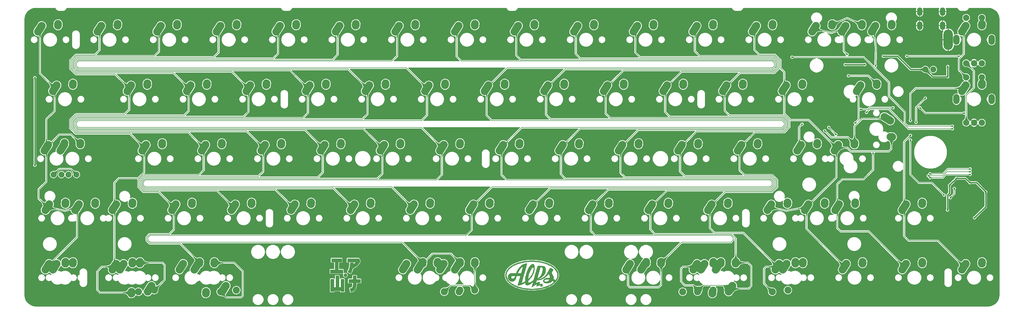
<source format=gbr>
%TF.GenerationSoftware,KiCad,Pcbnew,(5.1.10)-1*%
%TF.CreationDate,2022-05-31T16:30:17+07:00*%
%TF.ProjectId,Leopold Replacement,4c656f70-6f6c-4642-9052-65706c616365,rev?*%
%TF.SameCoordinates,Original*%
%TF.FileFunction,Copper,L1,Top*%
%TF.FilePolarity,Positive*%
%FSLAX46Y46*%
G04 Gerber Fmt 4.6, Leading zero omitted, Abs format (unit mm)*
G04 Created by KiCad (PCBNEW (5.1.10)-1) date 2022-05-31 16:30:17*
%MOMM*%
%LPD*%
G01*
G04 APERTURE LIST*
%TA.AperFunction,EtchedComponent*%
%ADD10C,0.010000*%
%TD*%
%TA.AperFunction,ComponentPad*%
%ADD11C,2.250000*%
%TD*%
%TA.AperFunction,ComponentPad*%
%ADD12C,1.905000*%
%TD*%
%TA.AperFunction,ComponentPad*%
%ADD13C,2.000000*%
%TD*%
%TA.AperFunction,ComponentPad*%
%ADD14O,2.000000X3.200000*%
%TD*%
%TA.AperFunction,ComponentPad*%
%ADD15O,1.700000X2.700000*%
%TD*%
%TA.AperFunction,ComponentPad*%
%ADD16O,3.000000X6.500000*%
%TD*%
%TA.AperFunction,ViaPad*%
%ADD17C,0.600000*%
%TD*%
%TA.AperFunction,Conductor*%
%ADD18C,0.400000*%
%TD*%
%TA.AperFunction,Conductor*%
%ADD19C,0.200000*%
%TD*%
%TA.AperFunction,Conductor*%
%ADD20C,0.100000*%
%TD*%
%TA.AperFunction,Conductor*%
%ADD21C,0.025400*%
%TD*%
G04 APERTURE END LIST*
D10*
%TO.C,G\u002A\u002A\u002A*%
G36*
X108245352Y-87038636D02*
G01*
X109615994Y-87038636D01*
X109615994Y-88140900D01*
X108245352Y-88140900D01*
X108245219Y-88291863D01*
X108243706Y-88414847D01*
X108239557Y-88545956D01*
X108233053Y-88681184D01*
X108224471Y-88816527D01*
X108214091Y-88947980D01*
X108202192Y-89071537D01*
X108189051Y-89183195D01*
X108177662Y-89262334D01*
X108151736Y-89398919D01*
X108117204Y-89540383D01*
X108075630Y-89681760D01*
X108028579Y-89818082D01*
X107977616Y-89944384D01*
X107933126Y-90038712D01*
X107849959Y-90187065D01*
X107757294Y-90323711D01*
X107651754Y-90453250D01*
X107549579Y-90561026D01*
X107436879Y-90662471D01*
X107315511Y-90751370D01*
X107184009Y-90828416D01*
X107040908Y-90894299D01*
X106884743Y-90949712D01*
X106714050Y-90995346D01*
X106566047Y-91025277D01*
X106514382Y-91034424D01*
X106478563Y-91040388D01*
X106455527Y-91043130D01*
X106442212Y-91042611D01*
X106435553Y-91038793D01*
X106432488Y-91031637D01*
X106430583Y-91023561D01*
X106426361Y-91005240D01*
X106418777Y-90971126D01*
X106408265Y-90923236D01*
X106395259Y-90863588D01*
X106380191Y-90794201D01*
X106363497Y-90717092D01*
X106345611Y-90634280D01*
X106326965Y-90547784D01*
X106307994Y-90459620D01*
X106289132Y-90371808D01*
X106270812Y-90286365D01*
X106253468Y-90205309D01*
X106237535Y-90130660D01*
X106223446Y-90064434D01*
X106211635Y-90008650D01*
X106202535Y-89965327D01*
X106196581Y-89936482D01*
X106194206Y-89924133D01*
X106194182Y-89923870D01*
X106203581Y-89919934D01*
X106231073Y-89916933D01*
X106275602Y-89914934D01*
X106336110Y-89914002D01*
X106354729Y-89913942D01*
X106456380Y-89911654D01*
X106542291Y-89904395D01*
X106615462Y-89891232D01*
X106678896Y-89871229D01*
X106735591Y-89843450D01*
X106788549Y-89806961D01*
X106838236Y-89763277D01*
X106917013Y-89677441D01*
X106983614Y-89582526D01*
X107039392Y-89476112D01*
X107085701Y-89355779D01*
X107108157Y-89280846D01*
X107129972Y-89192518D01*
X107148089Y-89099595D01*
X107162716Y-88999878D01*
X107174058Y-88891170D01*
X107182320Y-88771272D01*
X107187708Y-88637987D01*
X107190429Y-88489116D01*
X107190864Y-88397297D01*
X107191012Y-88140900D01*
X105820371Y-88140900D01*
X105820371Y-87038636D01*
X107191012Y-87038636D01*
X107191012Y-85888448D01*
X108245352Y-85888448D01*
X108245352Y-87038636D01*
G37*
X108245352Y-87038636D02*
X109615994Y-87038636D01*
X109615994Y-88140900D01*
X108245352Y-88140900D01*
X108245219Y-88291863D01*
X108243706Y-88414847D01*
X108239557Y-88545956D01*
X108233053Y-88681184D01*
X108224471Y-88816527D01*
X108214091Y-88947980D01*
X108202192Y-89071537D01*
X108189051Y-89183195D01*
X108177662Y-89262334D01*
X108151736Y-89398919D01*
X108117204Y-89540383D01*
X108075630Y-89681760D01*
X108028579Y-89818082D01*
X107977616Y-89944384D01*
X107933126Y-90038712D01*
X107849959Y-90187065D01*
X107757294Y-90323711D01*
X107651754Y-90453250D01*
X107549579Y-90561026D01*
X107436879Y-90662471D01*
X107315511Y-90751370D01*
X107184009Y-90828416D01*
X107040908Y-90894299D01*
X106884743Y-90949712D01*
X106714050Y-90995346D01*
X106566047Y-91025277D01*
X106514382Y-91034424D01*
X106478563Y-91040388D01*
X106455527Y-91043130D01*
X106442212Y-91042611D01*
X106435553Y-91038793D01*
X106432488Y-91031637D01*
X106430583Y-91023561D01*
X106426361Y-91005240D01*
X106418777Y-90971126D01*
X106408265Y-90923236D01*
X106395259Y-90863588D01*
X106380191Y-90794201D01*
X106363497Y-90717092D01*
X106345611Y-90634280D01*
X106326965Y-90547784D01*
X106307994Y-90459620D01*
X106289132Y-90371808D01*
X106270812Y-90286365D01*
X106253468Y-90205309D01*
X106237535Y-90130660D01*
X106223446Y-90064434D01*
X106211635Y-90008650D01*
X106202535Y-89965327D01*
X106196581Y-89936482D01*
X106194206Y-89924133D01*
X106194182Y-89923870D01*
X106203581Y-89919934D01*
X106231073Y-89916933D01*
X106275602Y-89914934D01*
X106336110Y-89914002D01*
X106354729Y-89913942D01*
X106456380Y-89911654D01*
X106542291Y-89904395D01*
X106615462Y-89891232D01*
X106678896Y-89871229D01*
X106735591Y-89843450D01*
X106788549Y-89806961D01*
X106838236Y-89763277D01*
X106917013Y-89677441D01*
X106983614Y-89582526D01*
X107039392Y-89476112D01*
X107085701Y-89355779D01*
X107108157Y-89280846D01*
X107129972Y-89192518D01*
X107148089Y-89099595D01*
X107162716Y-88999878D01*
X107174058Y-88891170D01*
X107182320Y-88771272D01*
X107187708Y-88637987D01*
X107190429Y-88489116D01*
X107190864Y-88397297D01*
X107191012Y-88140900D01*
X105820371Y-88140900D01*
X105820371Y-87038636D01*
X107191012Y-87038636D01*
X107191012Y-85888448D01*
X108245352Y-85888448D01*
X108245352Y-87038636D01*
G36*
X107255711Y-80425159D02*
G01*
X109112786Y-80425267D01*
X109471008Y-81406753D01*
X109407814Y-81511637D01*
X109234792Y-81782426D01*
X109051895Y-82036851D01*
X108859154Y-82274873D01*
X108656599Y-82496454D01*
X108609980Y-82543735D01*
X108469481Y-82678462D01*
X108331579Y-82798231D01*
X108192115Y-82906026D01*
X108046930Y-83004830D01*
X107891866Y-83097625D01*
X107722762Y-83187395D01*
X107689427Y-83203998D01*
X107636895Y-83229149D01*
X107578302Y-83255902D01*
X107516235Y-83283210D01*
X107453283Y-83310024D01*
X107392032Y-83335296D01*
X107335069Y-83357979D01*
X107284981Y-83377025D01*
X107244357Y-83391386D01*
X107215782Y-83400014D01*
X107201844Y-83401861D01*
X107201398Y-83401660D01*
X107195128Y-83390840D01*
X107185830Y-83366996D01*
X107176755Y-83339259D01*
X107167348Y-83309807D01*
X107160026Y-83289849D01*
X107156560Y-83283856D01*
X107153755Y-83293616D01*
X107147640Y-83318993D01*
X107138936Y-83356865D01*
X107128364Y-83404108D01*
X107119499Y-83444464D01*
X107053260Y-83723626D01*
X106979668Y-83986474D01*
X106898179Y-84234612D01*
X106808249Y-84469645D01*
X106709336Y-84693179D01*
X106667996Y-84778010D01*
X106639842Y-84833349D01*
X106608585Y-84893230D01*
X106575997Y-84954413D01*
X106543848Y-85013656D01*
X106513907Y-85067718D01*
X106487945Y-85113358D01*
X106467733Y-85147335D01*
X106458282Y-85161970D01*
X106454537Y-85164811D01*
X106447735Y-85165232D01*
X106436567Y-85162583D01*
X106419725Y-85156212D01*
X106395900Y-85145467D01*
X106363784Y-85129697D01*
X106322068Y-85108249D01*
X106269444Y-85080474D01*
X106204603Y-85045718D01*
X106126237Y-85003332D01*
X106033037Y-84952662D01*
X105981233Y-84924436D01*
X105515499Y-84670549D01*
X105606738Y-84519894D01*
X105717753Y-84323590D01*
X105817096Y-84120108D01*
X105905277Y-83907905D01*
X105982808Y-83685440D01*
X106050200Y-83451169D01*
X106107965Y-83203549D01*
X106156613Y-82941040D01*
X106179276Y-82792523D01*
X106194791Y-82672021D01*
X106209155Y-82538798D01*
X106222008Y-82397754D01*
X106232993Y-82253789D01*
X106241753Y-82111803D01*
X106247928Y-81976695D01*
X106251160Y-81853365D01*
X106251559Y-81803621D01*
X106251692Y-81701322D01*
X106321182Y-81705744D01*
X106346661Y-81707170D01*
X106387787Y-81709234D01*
X106442209Y-81711833D01*
X106507572Y-81714865D01*
X106581523Y-81718228D01*
X106661707Y-81721818D01*
X106745772Y-81725534D01*
X106831364Y-81729274D01*
X106916129Y-81732935D01*
X106997714Y-81736414D01*
X107073765Y-81739609D01*
X107141928Y-81742419D01*
X107199850Y-81744740D01*
X107245178Y-81746470D01*
X107275557Y-81747507D01*
X107287401Y-81747768D01*
X107318332Y-81747768D01*
X107312063Y-81865183D01*
X107308855Y-81923936D01*
X107305229Y-81988266D01*
X107301713Y-82048893D01*
X107299697Y-82082562D01*
X107293600Y-82182525D01*
X107350136Y-82150937D01*
X107416996Y-82111369D01*
X107492554Y-82062977D01*
X107571136Y-82009618D01*
X107647066Y-81955153D01*
X107714671Y-81903441D01*
X107718182Y-81900636D01*
X107757870Y-81867413D01*
X107804137Y-81826389D01*
X107854186Y-81780276D01*
X107905223Y-81731792D01*
X107954449Y-81683651D01*
X107999069Y-81638569D01*
X108036287Y-81599260D01*
X108063306Y-81568440D01*
X108072354Y-81556730D01*
X108093299Y-81527315D01*
X105398635Y-81527315D01*
X105398635Y-80425051D01*
X107255711Y-80425159D01*
G37*
X107255711Y-80425159D02*
X109112786Y-80425267D01*
X109471008Y-81406753D01*
X109407814Y-81511637D01*
X109234792Y-81782426D01*
X109051895Y-82036851D01*
X108859154Y-82274873D01*
X108656599Y-82496454D01*
X108609980Y-82543735D01*
X108469481Y-82678462D01*
X108331579Y-82798231D01*
X108192115Y-82906026D01*
X108046930Y-83004830D01*
X107891866Y-83097625D01*
X107722762Y-83187395D01*
X107689427Y-83203998D01*
X107636895Y-83229149D01*
X107578302Y-83255902D01*
X107516235Y-83283210D01*
X107453283Y-83310024D01*
X107392032Y-83335296D01*
X107335069Y-83357979D01*
X107284981Y-83377025D01*
X107244357Y-83391386D01*
X107215782Y-83400014D01*
X107201844Y-83401861D01*
X107201398Y-83401660D01*
X107195128Y-83390840D01*
X107185830Y-83366996D01*
X107176755Y-83339259D01*
X107167348Y-83309807D01*
X107160026Y-83289849D01*
X107156560Y-83283856D01*
X107153755Y-83293616D01*
X107147640Y-83318993D01*
X107138936Y-83356865D01*
X107128364Y-83404108D01*
X107119499Y-83444464D01*
X107053260Y-83723626D01*
X106979668Y-83986474D01*
X106898179Y-84234612D01*
X106808249Y-84469645D01*
X106709336Y-84693179D01*
X106667996Y-84778010D01*
X106639842Y-84833349D01*
X106608585Y-84893230D01*
X106575997Y-84954413D01*
X106543848Y-85013656D01*
X106513907Y-85067718D01*
X106487945Y-85113358D01*
X106467733Y-85147335D01*
X106458282Y-85161970D01*
X106454537Y-85164811D01*
X106447735Y-85165232D01*
X106436567Y-85162583D01*
X106419725Y-85156212D01*
X106395900Y-85145467D01*
X106363784Y-85129697D01*
X106322068Y-85108249D01*
X106269444Y-85080474D01*
X106204603Y-85045718D01*
X106126237Y-85003332D01*
X106033037Y-84952662D01*
X105981233Y-84924436D01*
X105515499Y-84670549D01*
X105606738Y-84519894D01*
X105717753Y-84323590D01*
X105817096Y-84120108D01*
X105905277Y-83907905D01*
X105982808Y-83685440D01*
X106050200Y-83451169D01*
X106107965Y-83203549D01*
X106156613Y-82941040D01*
X106179276Y-82792523D01*
X106194791Y-82672021D01*
X106209155Y-82538798D01*
X106222008Y-82397754D01*
X106232993Y-82253789D01*
X106241753Y-82111803D01*
X106247928Y-81976695D01*
X106251160Y-81853365D01*
X106251559Y-81803621D01*
X106251692Y-81701322D01*
X106321182Y-81705744D01*
X106346661Y-81707170D01*
X106387787Y-81709234D01*
X106442209Y-81711833D01*
X106507572Y-81714865D01*
X106581523Y-81718228D01*
X106661707Y-81721818D01*
X106745772Y-81725534D01*
X106831364Y-81729274D01*
X106916129Y-81732935D01*
X106997714Y-81736414D01*
X107073765Y-81739609D01*
X107141928Y-81742419D01*
X107199850Y-81744740D01*
X107245178Y-81746470D01*
X107275557Y-81747507D01*
X107287401Y-81747768D01*
X107318332Y-81747768D01*
X107312063Y-81865183D01*
X107308855Y-81923936D01*
X107305229Y-81988266D01*
X107301713Y-82048893D01*
X107299697Y-82082562D01*
X107293600Y-82182525D01*
X107350136Y-82150937D01*
X107416996Y-82111369D01*
X107492554Y-82062977D01*
X107571136Y-82009618D01*
X107647066Y-81955153D01*
X107714671Y-81903441D01*
X107718182Y-81900636D01*
X107757870Y-81867413D01*
X107804137Y-81826389D01*
X107854186Y-81780276D01*
X107905223Y-81731792D01*
X107954449Y-81683651D01*
X107999069Y-81638569D01*
X108036287Y-81599260D01*
X108063306Y-81568440D01*
X108072354Y-81556730D01*
X108093299Y-81527315D01*
X105398635Y-81527315D01*
X105398635Y-80425051D01*
X107255711Y-80425159D01*
G36*
X103635012Y-81527315D02*
G01*
X102503994Y-81527315D01*
X102503994Y-83981051D01*
X104027994Y-83981051D01*
X104027994Y-85073731D01*
X99935239Y-85073731D01*
X99935239Y-83981051D01*
X101449654Y-83981051D01*
X101449654Y-81527315D01*
X100328220Y-81527315D01*
X100328220Y-80425051D01*
X103635012Y-80425051D01*
X103635012Y-81527315D01*
G37*
X103635012Y-81527315D02*
X102503994Y-81527315D01*
X102503994Y-83981051D01*
X104027994Y-83981051D01*
X104027994Y-85073731D01*
X99935239Y-85073731D01*
X99935239Y-83981051D01*
X101449654Y-83981051D01*
X101449654Y-81527315D01*
X100328220Y-81527315D01*
X100328220Y-80425051D01*
X103635012Y-80425051D01*
X103635012Y-81527315D01*
G36*
X102719654Y-89554674D02*
G01*
X103009597Y-89557211D01*
X103299541Y-89559748D01*
X103299541Y-86961957D01*
X104344295Y-86961957D01*
X104344295Y-90968448D01*
X103299541Y-90968448D01*
X103299541Y-90652146D01*
X101085427Y-90652146D01*
X101085427Y-90968448D01*
X100040673Y-90968448D01*
X100040673Y-86961957D01*
X101085427Y-86961957D01*
X101085427Y-89559466D01*
X101670107Y-89559466D01*
X101670107Y-85888448D01*
X102714812Y-85888448D01*
X102719654Y-89554674D01*
G37*
X102719654Y-89554674D02*
X103009597Y-89557211D01*
X103299541Y-89559748D01*
X103299541Y-86961957D01*
X104344295Y-86961957D01*
X104344295Y-90968448D01*
X103299541Y-90968448D01*
X103299541Y-90652146D01*
X101085427Y-90652146D01*
X101085427Y-90968448D01*
X100040673Y-90968448D01*
X100040673Y-86961957D01*
X101085427Y-86961957D01*
X101085427Y-89559466D01*
X101670107Y-89559466D01*
X101670107Y-85888448D01*
X102714812Y-85888448D01*
X102719654Y-89554674D01*
G36*
X104874156Y-85214478D02*
G01*
X104966122Y-85240407D01*
X105049949Y-85281708D01*
X105124070Y-85336815D01*
X105186918Y-85404161D01*
X105236928Y-85482179D01*
X105272533Y-85569305D01*
X105292168Y-85663971D01*
X105295633Y-85725504D01*
X105286592Y-85825981D01*
X105259698Y-85919802D01*
X105215295Y-86006130D01*
X105153727Y-86084128D01*
X105144103Y-86093991D01*
X105069075Y-86156017D01*
X104984581Y-86202766D01*
X104893456Y-86233281D01*
X104798537Y-86246609D01*
X104704182Y-86242018D01*
X104607414Y-86219608D01*
X104520976Y-86181570D01*
X104442738Y-86126841D01*
X104407130Y-86093991D01*
X104343268Y-86017183D01*
X104296523Y-85931933D01*
X104267241Y-85839076D01*
X104255765Y-85739451D01*
X104255599Y-85725504D01*
X104264590Y-85626964D01*
X104290519Y-85534998D01*
X104331820Y-85451171D01*
X104386927Y-85377051D01*
X104454273Y-85314202D01*
X104532291Y-85264192D01*
X104619417Y-85228587D01*
X104714083Y-85208953D01*
X104775616Y-85205487D01*
X104874156Y-85214478D01*
G37*
X104874156Y-85214478D02*
X104966122Y-85240407D01*
X105049949Y-85281708D01*
X105124070Y-85336815D01*
X105186918Y-85404161D01*
X105236928Y-85482179D01*
X105272533Y-85569305D01*
X105292168Y-85663971D01*
X105295633Y-85725504D01*
X105286592Y-85825981D01*
X105259698Y-85919802D01*
X105215295Y-86006130D01*
X105153727Y-86084128D01*
X105144103Y-86093991D01*
X105069075Y-86156017D01*
X104984581Y-86202766D01*
X104893456Y-86233281D01*
X104798537Y-86246609D01*
X104704182Y-86242018D01*
X104607414Y-86219608D01*
X104520976Y-86181570D01*
X104442738Y-86126841D01*
X104407130Y-86093991D01*
X104343268Y-86017183D01*
X104296523Y-85931933D01*
X104267241Y-85839076D01*
X104255765Y-85739451D01*
X104255599Y-85725504D01*
X104264590Y-85626964D01*
X104290519Y-85534998D01*
X104331820Y-85451171D01*
X104386927Y-85377051D01*
X104454273Y-85314202D01*
X104532291Y-85264192D01*
X104619417Y-85228587D01*
X104714083Y-85208953D01*
X104775616Y-85205487D01*
X104874156Y-85214478D01*
G36*
X164532181Y-81065539D02*
G01*
X164947911Y-81076612D01*
X165356117Y-81098394D01*
X165744379Y-81129605D01*
X166127531Y-81170538D01*
X166505074Y-81220984D01*
X166876505Y-81280734D01*
X167241326Y-81349580D01*
X167599034Y-81427314D01*
X167949131Y-81513726D01*
X168291114Y-81608608D01*
X168624483Y-81711752D01*
X168948738Y-81822949D01*
X169263378Y-81941990D01*
X169567902Y-82068667D01*
X169861810Y-82202772D01*
X170144601Y-82344096D01*
X170415775Y-82492430D01*
X170674831Y-82647565D01*
X170921267Y-82809294D01*
X171154585Y-82977408D01*
X171374283Y-83151698D01*
X171579860Y-83331955D01*
X171770815Y-83517971D01*
X171946649Y-83709538D01*
X172106861Y-83906446D01*
X172111560Y-83912617D01*
X172251331Y-84108940D01*
X172374447Y-84307904D01*
X172480922Y-84509171D01*
X172570769Y-84712403D01*
X172644002Y-84917264D01*
X172700636Y-85123416D01*
X172740684Y-85330522D01*
X172764161Y-85538245D01*
X172771080Y-85746247D01*
X172761456Y-85954190D01*
X172735302Y-86161738D01*
X172692632Y-86368554D01*
X172633461Y-86574299D01*
X172557802Y-86778638D01*
X172465670Y-86981231D01*
X172357077Y-87181743D01*
X172232039Y-87379835D01*
X172090570Y-87575171D01*
X171952683Y-87744299D01*
X171778877Y-87934777D01*
X171589391Y-88120132D01*
X171384763Y-88300111D01*
X171165533Y-88474457D01*
X170932239Y-88642915D01*
X170685419Y-88805229D01*
X170425613Y-88961146D01*
X170153359Y-89110408D01*
X169869197Y-89252761D01*
X169573664Y-89387949D01*
X169267299Y-89515718D01*
X168950642Y-89635811D01*
X168624231Y-89747974D01*
X168288604Y-89851951D01*
X167944301Y-89947487D01*
X167591860Y-90034326D01*
X167231820Y-90112213D01*
X166864720Y-90180893D01*
X166782067Y-90194907D01*
X166461587Y-90244706D01*
X166142085Y-90287135D01*
X165819710Y-90322601D01*
X165490612Y-90351510D01*
X165150941Y-90374267D01*
X165008984Y-90381852D01*
X164964572Y-90383653D01*
X164905938Y-90385410D01*
X164835394Y-90387097D01*
X164755252Y-90388690D01*
X164667823Y-90390164D01*
X164575421Y-90391494D01*
X164480357Y-90392656D01*
X164384943Y-90393625D01*
X164291491Y-90394375D01*
X164202313Y-90394884D01*
X164119722Y-90395125D01*
X164046028Y-90395074D01*
X163983545Y-90394706D01*
X163934584Y-90393996D01*
X163916783Y-90393534D01*
X163882157Y-90392329D01*
X163834411Y-90390509D01*
X163777340Y-90388229D01*
X163714740Y-90385640D01*
X163650406Y-90382897D01*
X163620450Y-90381589D01*
X163238193Y-90359981D01*
X162860954Y-90329169D01*
X162489134Y-90289350D01*
X162123136Y-90240725D01*
X161763362Y-90183494D01*
X161410213Y-90117855D01*
X161064092Y-90044008D01*
X160725400Y-89962153D01*
X160394540Y-89872489D01*
X160071913Y-89775216D01*
X159757922Y-89670533D01*
X159452969Y-89558640D01*
X159157454Y-89439736D01*
X158871782Y-89314021D01*
X158596352Y-89181694D01*
X158331568Y-89042955D01*
X158077832Y-88898004D01*
X157835544Y-88747039D01*
X157605108Y-88590261D01*
X157386925Y-88427869D01*
X157181398Y-88260062D01*
X156988927Y-88087040D01*
X156809916Y-87909002D01*
X156644766Y-87726149D01*
X156493879Y-87538679D01*
X156357657Y-87346792D01*
X156236502Y-87150687D01*
X156130817Y-86950565D01*
X156041002Y-86746624D01*
X155984367Y-86591489D01*
X155923538Y-86383154D01*
X155879555Y-86174213D01*
X155852358Y-85964985D01*
X155841884Y-85755788D01*
X155843913Y-85687321D01*
X156171635Y-85687321D01*
X156176347Y-85882885D01*
X156197707Y-86078290D01*
X156235748Y-86273189D01*
X156290505Y-86467233D01*
X156362012Y-86660078D01*
X156450302Y-86851376D01*
X156462812Y-86875723D01*
X156571242Y-87066934D01*
X156696215Y-87255273D01*
X156837550Y-87440533D01*
X156995065Y-87622505D01*
X157168580Y-87800979D01*
X157357915Y-87975746D01*
X157558317Y-88142966D01*
X157770545Y-88303341D01*
X157998187Y-88459376D01*
X158240149Y-88610512D01*
X158495338Y-88756188D01*
X158762661Y-88895842D01*
X159041026Y-89028915D01*
X159329340Y-89154846D01*
X159626508Y-89273074D01*
X159931439Y-89383038D01*
X160060217Y-89426184D01*
X160449499Y-89545893D01*
X160849746Y-89653702D01*
X161259711Y-89749444D01*
X161678147Y-89832951D01*
X162103808Y-89904055D01*
X162535448Y-89962587D01*
X162971820Y-90008382D01*
X163411677Y-90041269D01*
X163853773Y-90061083D01*
X164296862Y-90067654D01*
X164739697Y-90060815D01*
X164767684Y-90059928D01*
X165223148Y-90038597D01*
X165671120Y-90004692D01*
X166111165Y-89958310D01*
X166542845Y-89899551D01*
X166965723Y-89828513D01*
X167379361Y-89745295D01*
X167783324Y-89649994D01*
X168177174Y-89542709D01*
X168560474Y-89423539D01*
X168932787Y-89292583D01*
X169293676Y-89149938D01*
X169642704Y-88995703D01*
X169779950Y-88930273D01*
X169989022Y-88824525D01*
X170194055Y-88713115D01*
X170393197Y-88597233D01*
X170584596Y-88478066D01*
X170766400Y-88356800D01*
X170936757Y-88234624D01*
X171093814Y-88112725D01*
X171217254Y-88008652D01*
X171274491Y-87958302D01*
X171240032Y-87893634D01*
X171181298Y-87795985D01*
X171109741Y-87698183D01*
X171028801Y-87604805D01*
X171003387Y-87578524D01*
X170969846Y-87545276D01*
X170938378Y-87515070D01*
X170911873Y-87490611D01*
X170893222Y-87474607D01*
X170888947Y-87471408D01*
X170863411Y-87453867D01*
X170804281Y-87525857D01*
X170694996Y-87645934D01*
X170571825Y-87757423D01*
X170435801Y-87859752D01*
X170287952Y-87952350D01*
X170129310Y-88034646D01*
X169960905Y-88106066D01*
X169783768Y-88166041D01*
X169598929Y-88213997D01*
X169542041Y-88225973D01*
X169361617Y-88255880D01*
X169179401Y-88274367D01*
X168998586Y-88281349D01*
X168822363Y-88276739D01*
X168653924Y-88260451D01*
X168594617Y-88251515D01*
X168463883Y-88223905D01*
X168347049Y-88186808D01*
X168243897Y-88140087D01*
X168154208Y-88083604D01*
X168077764Y-88017222D01*
X168014348Y-87940803D01*
X167963815Y-87854366D01*
X167940804Y-87803889D01*
X167924015Y-87758889D01*
X167912533Y-87714887D01*
X167905446Y-87667401D01*
X167901840Y-87611949D01*
X167900801Y-87545333D01*
X167901104Y-87490979D01*
X167901831Y-87468154D01*
X168217933Y-87468154D01*
X168222526Y-87530671D01*
X168237293Y-87582737D01*
X168263947Y-87628567D01*
X168298922Y-87667402D01*
X168329622Y-87693141D01*
X168365030Y-87715113D01*
X168407505Y-87734201D01*
X168459410Y-87751285D01*
X168523106Y-87767248D01*
X168600953Y-87782970D01*
X168615784Y-87785686D01*
X168640193Y-87787996D01*
X168677961Y-87789027D01*
X168725573Y-87788912D01*
X168779514Y-87787786D01*
X168836269Y-87785782D01*
X168892321Y-87783035D01*
X168944157Y-87779678D01*
X168988261Y-87775846D01*
X169021118Y-87771673D01*
X169030650Y-87769866D01*
X169159705Y-87733492D01*
X169285604Y-87683241D01*
X169290809Y-87680819D01*
X169389722Y-87626052D01*
X169485619Y-87556545D01*
X169576350Y-87474469D01*
X169659763Y-87381995D01*
X169733709Y-87281295D01*
X169796037Y-87174538D01*
X169799872Y-87166967D01*
X169816012Y-87133994D01*
X169824905Y-87112977D01*
X169827353Y-87100976D01*
X169824159Y-87095051D01*
X169820001Y-87093228D01*
X169799515Y-87089097D01*
X169764652Y-87084342D01*
X169717949Y-87079187D01*
X169661942Y-87073852D01*
X169599165Y-87068560D01*
X169532156Y-87063532D01*
X169463449Y-87058990D01*
X169395582Y-87055157D01*
X169371365Y-87053971D01*
X169243458Y-87049932D01*
X169116506Y-87049641D01*
X168993065Y-87052943D01*
X168875693Y-87059685D01*
X168766945Y-87069714D01*
X168669379Y-87082876D01*
X168585550Y-87099019D01*
X168573698Y-87101840D01*
X168486187Y-87130137D01*
X168407960Y-87169303D01*
X168340658Y-87218159D01*
X168285920Y-87275528D01*
X168247370Y-87336200D01*
X168232559Y-87367435D01*
X168223736Y-87392463D01*
X168219387Y-87418070D01*
X168217998Y-87451041D01*
X168217933Y-87468154D01*
X167901831Y-87468154D01*
X167902430Y-87449357D01*
X167905183Y-87416275D01*
X167909767Y-87387542D01*
X167916586Y-87358968D01*
X167919944Y-87346944D01*
X167956149Y-87248489D01*
X168006488Y-87156553D01*
X168071358Y-87070727D01*
X168151153Y-86990602D01*
X168246268Y-86915769D01*
X168357098Y-86845822D01*
X168453557Y-86794953D01*
X168570591Y-86743206D01*
X168695453Y-86698961D01*
X168829223Y-86662037D01*
X168972980Y-86632256D01*
X169127803Y-86609440D01*
X169294770Y-86593409D01*
X169474961Y-86583985D01*
X169669455Y-86580989D01*
X169741850Y-86581434D01*
X170000083Y-86584366D01*
X170010307Y-86520866D01*
X170019385Y-86449030D01*
X170025036Y-86370712D01*
X170027153Y-86291240D01*
X170025632Y-86215945D01*
X170020367Y-86150158D01*
X170017968Y-86132592D01*
X170001417Y-86052306D01*
X169975652Y-85962827D01*
X169942203Y-85868053D01*
X169902598Y-85771882D01*
X169858366Y-85678211D01*
X169811036Y-85590937D01*
X169795003Y-85564213D01*
X169777746Y-85537153D01*
X169755628Y-85503837D01*
X169730394Y-85466738D01*
X169703791Y-85428330D01*
X169677562Y-85391089D01*
X169653455Y-85357488D01*
X169633215Y-85330002D01*
X169618588Y-85311105D01*
X169611319Y-85303271D01*
X169610897Y-85303256D01*
X169534630Y-85395135D01*
X169466812Y-85475874D01*
X169405464Y-85547674D01*
X169348606Y-85612738D01*
X169294260Y-85673267D01*
X169240446Y-85731462D01*
X169185185Y-85789526D01*
X169126498Y-85849659D01*
X169062406Y-85914064D01*
X169056712Y-85919740D01*
X168958806Y-86015067D01*
X168853312Y-86113812D01*
X168744467Y-86212166D01*
X168636507Y-86306322D01*
X168533671Y-86392474D01*
X168501484Y-86418577D01*
X168416098Y-86483633D01*
X168317581Y-86552553D01*
X168208804Y-86623664D01*
X168092636Y-86695290D01*
X167971949Y-86765757D01*
X167849612Y-86833389D01*
X167728497Y-86896514D01*
X167611473Y-86953455D01*
X167501412Y-87002539D01*
X167498184Y-87003899D01*
X167382037Y-87049452D01*
X167252485Y-87094394D01*
X167113050Y-87137777D01*
X166967256Y-87178656D01*
X166818626Y-87216085D01*
X166670685Y-87249118D01*
X166526956Y-87276807D01*
X166414450Y-87294901D01*
X166367495Y-87300908D01*
X166307049Y-87307436D01*
X166236537Y-87314191D01*
X166159381Y-87320878D01*
X166079006Y-87327202D01*
X165998834Y-87332871D01*
X165922290Y-87337588D01*
X165910278Y-87338253D01*
X165808273Y-87343798D01*
X165678463Y-87800478D01*
X165654487Y-87885161D01*
X165632094Y-87964898D01*
X165611685Y-88038217D01*
X165593662Y-88103646D01*
X165578426Y-88159711D01*
X165566377Y-88204940D01*
X165557917Y-88237862D01*
X165553447Y-88257002D01*
X165552903Y-88261407D01*
X165561474Y-88259280D01*
X165583358Y-88251066D01*
X165616430Y-88237644D01*
X165658569Y-88219889D01*
X165707650Y-88198680D01*
X165750851Y-88179653D01*
X165868355Y-88127995D01*
X165972959Y-88083197D01*
X166066856Y-88044439D01*
X166152239Y-88010903D01*
X166231299Y-87981768D01*
X166306230Y-87956217D01*
X166379223Y-87933430D01*
X166452473Y-87912587D01*
X166497872Y-87900567D01*
X166548918Y-87888142D01*
X166588806Y-87880469D01*
X166622410Y-87876847D01*
X166654604Y-87876578D01*
X166662656Y-87876935D01*
X166717211Y-87884324D01*
X166763363Y-87899601D01*
X166798353Y-87921544D01*
X166817781Y-87945518D01*
X166825290Y-87963604D01*
X166828984Y-87983330D01*
X166828369Y-88006563D01*
X166822952Y-88035171D01*
X166812239Y-88071023D01*
X166795734Y-88115985D01*
X166772943Y-88171926D01*
X166743373Y-88240713D01*
X166734015Y-88262066D01*
X166709542Y-88318348D01*
X166687193Y-88370902D01*
X166667949Y-88417326D01*
X166652792Y-88455219D01*
X166642704Y-88482180D01*
X166638792Y-88494987D01*
X166638670Y-88532863D01*
X166653324Y-88563207D01*
X166681155Y-88584207D01*
X166690650Y-88588448D01*
X166700130Y-88591213D01*
X166711726Y-88592170D01*
X166727566Y-88590988D01*
X166749779Y-88587336D01*
X166780495Y-88580884D01*
X166821843Y-88571300D01*
X166875952Y-88558254D01*
X166924764Y-88546346D01*
X167027745Y-88521563D01*
X167116519Y-88501095D01*
X167193158Y-88484581D01*
X167259731Y-88471658D01*
X167318306Y-88461965D01*
X167370954Y-88455140D01*
X167419743Y-88450821D01*
X167466743Y-88448646D01*
X167485484Y-88448296D01*
X167533709Y-88448152D01*
X167568391Y-88449231D01*
X167592898Y-88451862D01*
X167610597Y-88456376D01*
X167622467Y-88461757D01*
X167639214Y-88472477D01*
X167650802Y-88484780D01*
X167656901Y-88500409D01*
X167657178Y-88521112D01*
X167651303Y-88548633D01*
X167638946Y-88584718D01*
X167619776Y-88631113D01*
X167593461Y-88689564D01*
X167569603Y-88740739D01*
X167539484Y-88805416D01*
X167516431Y-88856850D01*
X167499943Y-88896946D01*
X167489521Y-88927609D01*
X167484666Y-88950747D01*
X167484878Y-88968266D01*
X167489658Y-88982070D01*
X167498507Y-88994067D01*
X167502222Y-88997941D01*
X167515124Y-89009734D01*
X167527505Y-89016128D01*
X167544422Y-89018184D01*
X167570930Y-89016964D01*
X167586707Y-89015682D01*
X167620879Y-89010892D01*
X167664700Y-89002053D01*
X167711788Y-88990555D01*
X167744592Y-88981271D01*
X167782197Y-88970119D01*
X167813355Y-88961352D01*
X167834823Y-88955849D01*
X167843360Y-88954487D01*
X167841181Y-88962714D01*
X167833489Y-88983132D01*
X167821679Y-89012471D01*
X167807141Y-89047461D01*
X167791268Y-89084831D01*
X167775453Y-89121311D01*
X167761087Y-89153630D01*
X167749564Y-89178519D01*
X167742276Y-89192707D01*
X167741333Y-89194127D01*
X167725849Y-89204942D01*
X167695873Y-89217482D01*
X167653699Y-89231263D01*
X167601626Y-89245802D01*
X167541949Y-89260616D01*
X167476965Y-89275222D01*
X167408968Y-89289136D01*
X167340257Y-89301875D01*
X167273127Y-89312956D01*
X167209874Y-89321896D01*
X167152794Y-89328211D01*
X167104184Y-89331418D01*
X167087550Y-89331722D01*
X167036250Y-89326817D01*
X166997227Y-89312551D01*
X166971340Y-89289638D01*
X166959448Y-89258793D01*
X166961039Y-89226612D01*
X166966271Y-89209659D01*
X166976967Y-89180756D01*
X166991751Y-89143442D01*
X167009242Y-89101257D01*
X167016422Y-89084429D01*
X167038857Y-89030677D01*
X167054079Y-88989529D01*
X167062542Y-88958489D01*
X167064700Y-88935061D01*
X167061005Y-88916750D01*
X167051911Y-88901061D01*
X167050143Y-88898821D01*
X167040938Y-88889187D01*
X167029797Y-88883334D01*
X167012645Y-88880404D01*
X166985408Y-88879542D01*
X166959126Y-88879699D01*
X166905504Y-88882885D01*
X166846403Y-88891715D01*
X166776937Y-88906925D01*
X166775254Y-88907337D01*
X166696207Y-88928342D01*
X166605424Y-88955192D01*
X166506538Y-88986620D01*
X166403180Y-89021362D01*
X166298982Y-89058151D01*
X166197576Y-89095721D01*
X166102595Y-89132805D01*
X166017670Y-89168138D01*
X165982581Y-89183636D01*
X165938431Y-89203226D01*
X165906005Y-89216444D01*
X165881805Y-89224336D01*
X165862331Y-89227943D01*
X165844087Y-89228310D01*
X165834986Y-89227665D01*
X165805042Y-89222547D01*
X165783863Y-89211368D01*
X165769370Y-89197287D01*
X165757431Y-89182139D01*
X165749802Y-89166533D01*
X165746898Y-89148379D01*
X165749138Y-89125584D01*
X165756938Y-89096059D01*
X165770716Y-89057710D01*
X165790889Y-89008447D01*
X165817873Y-88946178D01*
X165820779Y-88939573D01*
X165848472Y-88876238D01*
X165869741Y-88826273D01*
X165885232Y-88787660D01*
X165895591Y-88758383D01*
X165901464Y-88736425D01*
X165903498Y-88719770D01*
X165902340Y-88706400D01*
X165899045Y-88695359D01*
X165882280Y-88674182D01*
X165852213Y-88660994D01*
X165810499Y-88655837D01*
X165758788Y-88658752D01*
X165698731Y-88669780D01*
X165632671Y-88688732D01*
X165559381Y-88716339D01*
X165474563Y-88753828D01*
X165379743Y-88800292D01*
X165276443Y-88854825D01*
X165166190Y-88916522D01*
X165050507Y-88984476D01*
X164930919Y-89057781D01*
X164808952Y-89135531D01*
X164686128Y-89216820D01*
X164563974Y-89300742D01*
X164444014Y-89386391D01*
X164382450Y-89431725D01*
X164334258Y-89467514D01*
X164290739Y-89499650D01*
X164253666Y-89526839D01*
X164224812Y-89547788D01*
X164205948Y-89561202D01*
X164198847Y-89565787D01*
X164198840Y-89565783D01*
X164200972Y-89557724D01*
X164207408Y-89534654D01*
X164217783Y-89497840D01*
X164231738Y-89448551D01*
X164248909Y-89388051D01*
X164268934Y-89317610D01*
X164291452Y-89238494D01*
X164316101Y-89151970D01*
X164342518Y-89059306D01*
X164370341Y-88961769D01*
X164399209Y-88860626D01*
X164428759Y-88757144D01*
X164458630Y-88652591D01*
X164488458Y-88548233D01*
X164517884Y-88445339D01*
X164546543Y-88345174D01*
X164574075Y-88249008D01*
X164600117Y-88158106D01*
X164624307Y-88073735D01*
X164646283Y-87997164D01*
X164665684Y-87929659D01*
X164682146Y-87872488D01*
X164695309Y-87826918D01*
X164704810Y-87794215D01*
X164709532Y-87778166D01*
X164705592Y-87778061D01*
X164691511Y-87788384D01*
X164669115Y-87807586D01*
X164640230Y-87834117D01*
X164614132Y-87859133D01*
X164504364Y-87962091D01*
X164386555Y-88065182D01*
X164262441Y-88167241D01*
X164133756Y-88267101D01*
X164002235Y-88363595D01*
X163869611Y-88455557D01*
X163737621Y-88541820D01*
X163607998Y-88621219D01*
X163482477Y-88692586D01*
X163362793Y-88754756D01*
X163250680Y-88806561D01*
X163147872Y-88846835D01*
X163142691Y-88848634D01*
X163023656Y-88884760D01*
X162913660Y-88907601D01*
X162811249Y-88917166D01*
X162714971Y-88913464D01*
X162623373Y-88896503D01*
X162535003Y-88866291D01*
X162503882Y-88852259D01*
X162440483Y-88813959D01*
X162379924Y-88762537D01*
X162325984Y-88701780D01*
X162282444Y-88635474D01*
X162276812Y-88624833D01*
X162245230Y-88554200D01*
X162215692Y-88471071D01*
X162189458Y-88379867D01*
X162167787Y-88285006D01*
X162151937Y-88190908D01*
X162150816Y-88182449D01*
X162146985Y-88157671D01*
X162143287Y-88141535D01*
X162141400Y-88137999D01*
X162133136Y-88142069D01*
X162113246Y-88153175D01*
X162084640Y-88169660D01*
X162050224Y-88189869D01*
X162047241Y-88191636D01*
X161802559Y-88330559D01*
X161553665Y-88460037D01*
X161305924Y-88577294D01*
X161275908Y-88590686D01*
X161084124Y-88672821D01*
X160902438Y-88744490D01*
X160728239Y-88806425D01*
X160558919Y-88859353D01*
X160391868Y-88904003D01*
X160224477Y-88941103D01*
X160054136Y-88971383D01*
X159878236Y-88995571D01*
X159791649Y-89005171D01*
X159763535Y-89007183D01*
X159749429Y-89005592D01*
X159746722Y-89000069D01*
X159746892Y-88999528D01*
X159749530Y-88990401D01*
X159756525Y-88965784D01*
X159767647Y-88926486D01*
X159782669Y-88873317D01*
X159801362Y-88807087D01*
X159823498Y-88728606D01*
X159848849Y-88638685D01*
X159877187Y-88538132D01*
X159908283Y-88427759D01*
X159941909Y-88308376D01*
X159977836Y-88180791D01*
X160015838Y-88045816D01*
X160055684Y-87904261D01*
X160097147Y-87756935D01*
X160140000Y-87604648D01*
X160174554Y-87481833D01*
X160218338Y-87326212D01*
X160260912Y-87174916D01*
X160302049Y-87028752D01*
X160341520Y-86888532D01*
X160379096Y-86755065D01*
X160414550Y-86629162D01*
X160447653Y-86511632D01*
X160478177Y-86403286D01*
X160505893Y-86304933D01*
X160530575Y-86217384D01*
X160551992Y-86141447D01*
X160569918Y-86077935D01*
X160584124Y-86027655D01*
X160594381Y-85991420D01*
X160600462Y-85970037D01*
X160602162Y-85964183D01*
X160599758Y-85962054D01*
X160590329Y-85960212D01*
X160572890Y-85958639D01*
X160546456Y-85957317D01*
X160510042Y-85956229D01*
X160462663Y-85955356D01*
X160403334Y-85954681D01*
X160331070Y-85954186D01*
X160244887Y-85953853D01*
X160143798Y-85953663D01*
X160026820Y-85953600D01*
X159433015Y-85953600D01*
X159353862Y-86188550D01*
X159306828Y-86326475D01*
X159262513Y-86453012D01*
X159221301Y-86567114D01*
X159183575Y-86667735D01*
X159149716Y-86753829D01*
X159128196Y-86805652D01*
X159055974Y-86963175D01*
X158980873Y-87104188D01*
X158902731Y-87228896D01*
X158821386Y-87337501D01*
X158736675Y-87430208D01*
X158648436Y-87507221D01*
X158556506Y-87568744D01*
X158495513Y-87600150D01*
X158419836Y-87632777D01*
X158350253Y-87657913D01*
X158282361Y-87676531D01*
X158211753Y-87689602D01*
X158134025Y-87698096D01*
X158044771Y-87702986D01*
X158026436Y-87703579D01*
X157936728Y-87705061D01*
X157859334Y-87703490D01*
X157789842Y-87698447D01*
X157723839Y-87689513D01*
X157656914Y-87676270D01*
X157604883Y-87663628D01*
X157495781Y-87630379D01*
X157394679Y-87588381D01*
X157296988Y-87535404D01*
X157198118Y-87469221D01*
X157185776Y-87460153D01*
X157099997Y-87391346D01*
X157023617Y-87318378D01*
X156954474Y-87238569D01*
X156890410Y-87149237D01*
X156829262Y-87047701D01*
X156783673Y-86961245D01*
X156738416Y-86864699D01*
X156703375Y-86774570D01*
X156676778Y-86685313D01*
X156656855Y-86591383D01*
X156648387Y-86537746D01*
X156635890Y-86392210D01*
X156636580Y-86360427D01*
X157653856Y-86360427D01*
X157656279Y-86439497D01*
X157672084Y-86516828D01*
X157700807Y-86589365D01*
X157741984Y-86654053D01*
X157762154Y-86677382D01*
X157820734Y-86728703D01*
X157887997Y-86767340D01*
X157965565Y-86794055D01*
X158038572Y-86807675D01*
X158077696Y-86812447D01*
X158107664Y-86815016D01*
X158134639Y-86815423D01*
X158164785Y-86813709D01*
X158204264Y-86809915D01*
X158214484Y-86808840D01*
X158317318Y-86789599D01*
X158415354Y-86754632D01*
X158507196Y-86704800D01*
X158591446Y-86640964D01*
X158666710Y-86563988D01*
X158715374Y-86499700D01*
X158739533Y-86462421D01*
X158760478Y-86425946D01*
X158779851Y-86386736D01*
X158799299Y-86341249D01*
X158820465Y-86285944D01*
X158840271Y-86230745D01*
X158858193Y-86180307D01*
X158876614Y-86129304D01*
X158893746Y-86082628D01*
X158907803Y-86045171D01*
X158912025Y-86034226D01*
X158923999Y-86002825D01*
X158933130Y-85977511D01*
X158937970Y-85962355D01*
X158938384Y-85960143D01*
X158930248Y-85958524D01*
X158907159Y-85957158D01*
X158871097Y-85956041D01*
X158824039Y-85955168D01*
X158767966Y-85954532D01*
X158704854Y-85954130D01*
X158636684Y-85953955D01*
X158565434Y-85954004D01*
X158493082Y-85954270D01*
X158421608Y-85954749D01*
X158352990Y-85955435D01*
X158289207Y-85956324D01*
X158232238Y-85957410D01*
X158184061Y-85958689D01*
X158146656Y-85960155D01*
X158122000Y-85961802D01*
X158117932Y-85962259D01*
X158014231Y-85981440D01*
X157922559Y-86010325D01*
X157843503Y-86048576D01*
X157777648Y-86095853D01*
X157725581Y-86151816D01*
X157691013Y-86209289D01*
X157665279Y-86282673D01*
X157653856Y-86360427D01*
X156636580Y-86360427D01*
X156639079Y-86245453D01*
X156657474Y-86099501D01*
X156690596Y-85956375D01*
X156737964Y-85818100D01*
X156799100Y-85686699D01*
X156873522Y-85564195D01*
X156882253Y-85551697D01*
X156965654Y-85447122D01*
X157058792Y-85354648D01*
X157160306Y-85275323D01*
X157268831Y-85210196D01*
X157383005Y-85160316D01*
X157397450Y-85155258D01*
X157421554Y-85146985D01*
X157443173Y-85139648D01*
X157463426Y-85133186D01*
X157483430Y-85127537D01*
X157504304Y-85122639D01*
X157527166Y-85118431D01*
X157553132Y-85114850D01*
X157583322Y-85111836D01*
X157618852Y-85109326D01*
X157660841Y-85107259D01*
X157710407Y-85105572D01*
X157768666Y-85104205D01*
X157836739Y-85103095D01*
X157915741Y-85102181D01*
X158006791Y-85101400D01*
X158111007Y-85100692D01*
X158229506Y-85099994D01*
X158363407Y-85099245D01*
X158417060Y-85098942D01*
X158500868Y-85098466D01*
X159735114Y-85098466D01*
X160848621Y-85098466D01*
X161135290Y-84088816D01*
X161171395Y-83961610D01*
X161206245Y-83838738D01*
X161239557Y-83721204D01*
X161271047Y-83610011D01*
X161300433Y-83506164D01*
X161327430Y-83410665D01*
X161351756Y-83324519D01*
X161373126Y-83248729D01*
X161391257Y-83184298D01*
X161405867Y-83132231D01*
X161416671Y-83093531D01*
X161423386Y-83069202D01*
X161425704Y-83060397D01*
X161429450Y-83041628D01*
X161367703Y-83058739D01*
X161281505Y-83088842D01*
X161189645Y-83132514D01*
X161094530Y-83188439D01*
X160998570Y-83255299D01*
X160974570Y-83273693D01*
X160927073Y-83313711D01*
X160871850Y-83365190D01*
X160811031Y-83425820D01*
X160746744Y-83493293D01*
X160681120Y-83565299D01*
X160616287Y-83639528D01*
X160554375Y-83713671D01*
X160497512Y-83785420D01*
X160473658Y-83816957D01*
X160431177Y-83876366D01*
X160382821Y-83947955D01*
X160329729Y-84029763D01*
X160273036Y-84119831D01*
X160213881Y-84216202D01*
X160153399Y-84316914D01*
X160092728Y-84420008D01*
X160033005Y-84523527D01*
X159975367Y-84625510D01*
X159920950Y-84723997D01*
X159870893Y-84817031D01*
X159826331Y-84902651D01*
X159788402Y-84978899D01*
X159758243Y-85043814D01*
X159748320Y-85066861D01*
X159735114Y-85098466D01*
X158500868Y-85098466D01*
X159246169Y-85094233D01*
X159294083Y-84967233D01*
X159336380Y-84858790D01*
X159380652Y-84752915D01*
X159427774Y-84647999D01*
X159478619Y-84542431D01*
X159534059Y-84434604D01*
X159594968Y-84322909D01*
X159662218Y-84205737D01*
X159736684Y-84081478D01*
X159819237Y-83948525D01*
X159910752Y-83805267D01*
X159993682Y-83678084D01*
X160058179Y-83581007D01*
X160117052Y-83495055D01*
X160172433Y-83417622D01*
X160226455Y-83346101D01*
X160281249Y-83277883D01*
X160338947Y-83210364D01*
X160401683Y-83140936D01*
X160471589Y-83066991D01*
X160550797Y-82985923D01*
X160601678Y-82934775D01*
X160728239Y-82810880D01*
X160847088Y-82700293D01*
X160959538Y-82601995D01*
X161066903Y-82514966D01*
X161170496Y-82438188D01*
X161271631Y-82370642D01*
X161371623Y-82311308D01*
X161471784Y-82259168D01*
X161474150Y-82258021D01*
X161603949Y-82199346D01*
X161740044Y-82145483D01*
X161878787Y-82097576D01*
X162016530Y-82056770D01*
X162149624Y-82024211D01*
X162274422Y-82001042D01*
X162308117Y-81996298D01*
X162357422Y-81990510D01*
X162413987Y-81984864D01*
X162474480Y-81979590D01*
X162535569Y-81974924D01*
X162593921Y-81971096D01*
X162646203Y-81968340D01*
X162689084Y-81966889D01*
X162719231Y-81966976D01*
X162724022Y-81967239D01*
X162763160Y-81970033D01*
X161875343Y-85085766D01*
X161811418Y-85310119D01*
X161748684Y-85530326D01*
X161687299Y-85745828D01*
X161627422Y-85956067D01*
X161569211Y-86160483D01*
X161512826Y-86358518D01*
X161458425Y-86549614D01*
X161406169Y-86733210D01*
X161356214Y-86908750D01*
X161308721Y-87075673D01*
X161263848Y-87233421D01*
X161221754Y-87381435D01*
X161182598Y-87519156D01*
X161146540Y-87646027D01*
X161113737Y-87761487D01*
X161084349Y-87864978D01*
X161058535Y-87955942D01*
X161036453Y-88033819D01*
X161018263Y-88098052D01*
X161004124Y-88148080D01*
X160994193Y-88183345D01*
X160988632Y-88203289D01*
X160987421Y-88207849D01*
X160989300Y-88211820D01*
X160996189Y-88213135D01*
X161009713Y-88211361D01*
X161031497Y-88206068D01*
X161063167Y-88196821D01*
X161106348Y-88183191D01*
X161162665Y-88164743D01*
X161214922Y-88147345D01*
X161335225Y-88105438D01*
X161454932Y-88060539D01*
X161570187Y-88014205D01*
X161677135Y-87967995D01*
X161771923Y-87923466D01*
X161784446Y-87917233D01*
X161820777Y-87898507D01*
X161863110Y-87875900D01*
X161908768Y-87850927D01*
X161955074Y-87825108D01*
X161999351Y-87799960D01*
X162038923Y-87777000D01*
X162071112Y-87757747D01*
X162093242Y-87743717D01*
X162102006Y-87737175D01*
X162105771Y-87725035D01*
X162109562Y-87696396D01*
X162113345Y-87651693D01*
X162117084Y-87591360D01*
X162120742Y-87515831D01*
X162121199Y-87505157D01*
X162135518Y-87259599D01*
X162154811Y-87038756D01*
X163061650Y-87038756D01*
X163097568Y-87010528D01*
X163113259Y-86997023D01*
X163138961Y-86973522D01*
X163172648Y-86941939D01*
X163212293Y-86904187D01*
X163255872Y-86862181D01*
X163297688Y-86821433D01*
X163509547Y-86603840D01*
X163705166Y-86382005D01*
X163884785Y-86155579D01*
X164048643Y-85924211D01*
X164196981Y-85687553D01*
X164330037Y-85445255D01*
X164448052Y-85196966D01*
X164505574Y-85060366D01*
X164540515Y-84970811D01*
X164576435Y-84873681D01*
X164612139Y-84772549D01*
X164646433Y-84670990D01*
X164678124Y-84572578D01*
X164706017Y-84480886D01*
X164728917Y-84399489D01*
X164737543Y-84366099D01*
X164774606Y-84201044D01*
X164803793Y-84036106D01*
X164824618Y-83874910D01*
X164836595Y-83721076D01*
X164839480Y-83606457D01*
X164837840Y-83516439D01*
X164832889Y-83441417D01*
X164824194Y-83379699D01*
X164811323Y-83329594D01*
X164793842Y-83289412D01*
X164771319Y-83257460D01*
X164743722Y-83232345D01*
X164724187Y-83221514D01*
X164699687Y-83216319D01*
X164667153Y-83215369D01*
X164611322Y-83224161D01*
X164551476Y-83248534D01*
X164488072Y-83287735D01*
X164421571Y-83341015D01*
X164352431Y-83407623D01*
X164281111Y-83486806D01*
X164208070Y-83577814D01*
X164133765Y-83679897D01*
X164058658Y-83792302D01*
X163983205Y-83914279D01*
X163907867Y-84045077D01*
X163833101Y-84183945D01*
X163759367Y-84330131D01*
X163687123Y-84482885D01*
X163616829Y-84641456D01*
X163548943Y-84805091D01*
X163483924Y-84973042D01*
X163422231Y-85144555D01*
X163364323Y-85318881D01*
X163345582Y-85378645D01*
X163288052Y-85576020D01*
X163235822Y-85777595D01*
X163189987Y-85978622D01*
X163151642Y-86174350D01*
X163126143Y-86330366D01*
X163113417Y-86421512D01*
X163101475Y-86515900D01*
X163090591Y-86610695D01*
X163081041Y-86703066D01*
X163073100Y-86790177D01*
X163067045Y-86869196D01*
X163063149Y-86937290D01*
X163061689Y-86991626D01*
X163061685Y-86993594D01*
X163061650Y-87038756D01*
X162154811Y-87038756D01*
X162157813Y-87004401D01*
X162187461Y-86744193D01*
X162223840Y-86483603D01*
X162266327Y-86227260D01*
X162314298Y-85979792D01*
X162346012Y-85835066D01*
X162367489Y-85745143D01*
X162393505Y-85642204D01*
X162423203Y-85529287D01*
X162455724Y-85409425D01*
X162490211Y-85285655D01*
X162525804Y-85161011D01*
X162561647Y-85038529D01*
X162596880Y-84921245D01*
X162630646Y-84812193D01*
X162662086Y-84714410D01*
X162667277Y-84698707D01*
X162732878Y-84509868D01*
X162804510Y-84319610D01*
X162880675Y-84131491D01*
X162959871Y-83949074D01*
X163040600Y-83775918D01*
X163121361Y-83615585D01*
X163131909Y-83595633D01*
X163247473Y-83386190D01*
X163362484Y-83193517D01*
X163477070Y-83017464D01*
X163591355Y-82857883D01*
X163705466Y-82714623D01*
X163819527Y-82587535D01*
X163933665Y-82476468D01*
X164048005Y-82381275D01*
X164162673Y-82301804D01*
X164268150Y-82242655D01*
X164369381Y-82197990D01*
X164463449Y-82168529D01*
X164550688Y-82154292D01*
X164631431Y-82155301D01*
X164706011Y-82171574D01*
X164774761Y-82203134D01*
X164838014Y-82249999D01*
X164867668Y-82279160D01*
X164914029Y-82333751D01*
X164951841Y-82390365D01*
X164984377Y-82454427D01*
X165007204Y-82510409D01*
X165049651Y-82641489D01*
X165083588Y-82785757D01*
X165109024Y-82941769D01*
X165125973Y-83108080D01*
X165134444Y-83283244D01*
X165134449Y-83465818D01*
X165126000Y-83654357D01*
X165109106Y-83847416D01*
X165083781Y-84043550D01*
X165050034Y-84241315D01*
X165007877Y-84439266D01*
X164991768Y-84505799D01*
X164929218Y-84737073D01*
X164859253Y-84958080D01*
X164780714Y-85171417D01*
X164692443Y-85379682D01*
X164593281Y-85585471D01*
X164482069Y-85791382D01*
X164357648Y-86000010D01*
X164251370Y-86165266D01*
X164095077Y-86392065D01*
X163935815Y-86604425D01*
X163771392Y-86804825D01*
X163599614Y-86995740D01*
X163418287Y-87179649D01*
X163225219Y-87359029D01*
X163092310Y-87474437D01*
X163051048Y-87509375D01*
X163060423Y-87639537D01*
X163068609Y-87726991D01*
X163079932Y-87800095D01*
X163095163Y-87861269D01*
X163115070Y-87912928D01*
X163140425Y-87957493D01*
X163171997Y-87997379D01*
X163175665Y-88001352D01*
X163225896Y-88042722D01*
X163287455Y-88071689D01*
X163360063Y-88088179D01*
X163443439Y-88092120D01*
X163504091Y-88087827D01*
X163579580Y-88077128D01*
X163650383Y-88061908D01*
X163719262Y-88041047D01*
X163788980Y-88013423D01*
X163862297Y-87977917D01*
X163941977Y-87933409D01*
X164030782Y-87878776D01*
X164050393Y-87866206D01*
X164204788Y-87763177D01*
X164344560Y-87662360D01*
X164471593Y-87562180D01*
X164587767Y-87461062D01*
X164694965Y-87357431D01*
X164795069Y-87249714D01*
X164816060Y-87225621D01*
X164883607Y-87147210D01*
X165026888Y-86642304D01*
X166008050Y-86642304D01*
X166015748Y-86646404D01*
X166038417Y-86644091D01*
X166075423Y-86635526D01*
X166126130Y-86620865D01*
X166189903Y-86600266D01*
X166224696Y-86588410D01*
X166287630Y-86564161D01*
X166359427Y-86532366D01*
X166435262Y-86495454D01*
X166510316Y-86455855D01*
X166579765Y-86415996D01*
X166630179Y-86384136D01*
X166735263Y-86305244D01*
X166837934Y-86210630D01*
X166938332Y-86100113D01*
X167036592Y-85973512D01*
X167132854Y-85830645D01*
X167227256Y-85671330D01*
X167319935Y-85495387D01*
X167346321Y-85441615D01*
X167451350Y-85207426D01*
X167540202Y-84972451D01*
X167613566Y-84734408D01*
X167672134Y-84491015D01*
X167716595Y-84239990D01*
X167722749Y-84196766D01*
X167727220Y-84156738D01*
X167731564Y-84104180D01*
X167735502Y-84043491D01*
X167738755Y-83979074D01*
X167741043Y-83915331D01*
X167741347Y-83903604D01*
X167742621Y-83806143D01*
X167741085Y-83722717D01*
X167736341Y-83650599D01*
X167727991Y-83587062D01*
X167715635Y-83529380D01*
X167698875Y-83474827D01*
X167677313Y-83420677D01*
X167667588Y-83399233D01*
X167625939Y-83326659D01*
X167575540Y-83268562D01*
X167516350Y-83224893D01*
X167507701Y-83220109D01*
X167472913Y-83202830D01*
X167439425Y-83189488D01*
X167404284Y-83179591D01*
X167364536Y-83172645D01*
X167317229Y-83168159D01*
X167259408Y-83165637D01*
X167188122Y-83164588D01*
X167174783Y-83164522D01*
X167113709Y-83164690D01*
X167063149Y-83165666D01*
X167024761Y-83167378D01*
X167000203Y-83169757D01*
X166991392Y-83172300D01*
X166988425Y-83181039D01*
X166981127Y-83205161D01*
X166969757Y-83243752D01*
X166954575Y-83295896D01*
X166935841Y-83360676D01*
X166913813Y-83437177D01*
X166888751Y-83524485D01*
X166860916Y-83621682D01*
X166830565Y-83727854D01*
X166797959Y-83842086D01*
X166763357Y-83963460D01*
X166727018Y-84091063D01*
X166689203Y-84223978D01*
X166650170Y-84361289D01*
X166610178Y-84502082D01*
X166569489Y-84645441D01*
X166528360Y-84790449D01*
X166487051Y-84936192D01*
X166445822Y-85081753D01*
X166404932Y-85226218D01*
X166364641Y-85368671D01*
X166325208Y-85508196D01*
X166286892Y-85643877D01*
X166249954Y-85774799D01*
X166214652Y-85900047D01*
X166181246Y-86018704D01*
X166149995Y-86129856D01*
X166121159Y-86232587D01*
X166094998Y-86325980D01*
X166071770Y-86409121D01*
X166051736Y-86481094D01*
X166035154Y-86540983D01*
X166022284Y-86587874D01*
X166013387Y-86620849D01*
X166008720Y-86638994D01*
X166008050Y-86642304D01*
X165026888Y-86642304D01*
X165496858Y-84986188D01*
X165549886Y-84799337D01*
X165601758Y-84616590D01*
X165652280Y-84438626D01*
X165701258Y-84266128D01*
X165748498Y-84099776D01*
X165793808Y-83940251D01*
X165836993Y-83788234D01*
X165877861Y-83644405D01*
X165916217Y-83509446D01*
X165951868Y-83384038D01*
X165984620Y-83268861D01*
X166014280Y-83164597D01*
X166040654Y-83071926D01*
X166063549Y-82991529D01*
X166082771Y-82924087D01*
X166098126Y-82870281D01*
X166109422Y-82830793D01*
X166116463Y-82806302D01*
X166119003Y-82797649D01*
X166127897Y-82770133D01*
X166709323Y-82770966D01*
X166819868Y-82771221D01*
X166935299Y-82771664D01*
X167052871Y-82772275D01*
X167169840Y-82773033D01*
X167283462Y-82773915D01*
X167390993Y-82774901D01*
X167489686Y-82775970D01*
X167576800Y-82777100D01*
X167646350Y-82778212D01*
X167740165Y-82779957D01*
X167819017Y-82781713D01*
X167884874Y-82783774D01*
X167939703Y-82786434D01*
X167985473Y-82789988D01*
X168024151Y-82794731D01*
X168057705Y-82800956D01*
X168088103Y-82808960D01*
X168117313Y-82819035D01*
X168147302Y-82831478D01*
X168180040Y-82846581D01*
X168214703Y-82863288D01*
X168279065Y-82899020D01*
X168334571Y-82940490D01*
X168384815Y-82990976D01*
X168433394Y-83053759D01*
X168449495Y-83077467D01*
X168520576Y-83200035D01*
X168579339Y-83333803D01*
X168625663Y-83478231D01*
X168659432Y-83632776D01*
X168680525Y-83796895D01*
X168688823Y-83970047D01*
X168684406Y-84148364D01*
X168667206Y-84352471D01*
X168640016Y-84544475D01*
X168602377Y-84726264D01*
X168553833Y-84899729D01*
X168493927Y-85066759D01*
X168424026Y-85225466D01*
X168347373Y-85373405D01*
X168263933Y-85512021D01*
X168171619Y-85644167D01*
X168068344Y-85772696D01*
X167952020Y-85900461D01*
X167869632Y-85983274D01*
X167695128Y-86143350D01*
X167513756Y-86290434D01*
X167326468Y-86423996D01*
X167134213Y-86543502D01*
X166937942Y-86648421D01*
X166738604Y-86738221D01*
X166537150Y-86812369D01*
X166334530Y-86870334D01*
X166251833Y-86889194D01*
X166191087Y-86901398D01*
X166130139Y-86912527D01*
X166072377Y-86922052D01*
X166021186Y-86929446D01*
X165979953Y-86934180D01*
X165953309Y-86935733D01*
X165941615Y-86935556D01*
X165933160Y-86936691D01*
X165926590Y-86941636D01*
X165920551Y-86952891D01*
X165913689Y-86972953D01*
X165904650Y-87004321D01*
X165892536Y-87047855D01*
X165891792Y-87052765D01*
X165893861Y-87056381D01*
X165900548Y-87058679D01*
X165913655Y-87059636D01*
X165934986Y-87059229D01*
X165966344Y-87057434D01*
X166009533Y-87054227D01*
X166066356Y-87049585D01*
X166122350Y-87044865D01*
X166293860Y-87025896D01*
X166474225Y-86997662D01*
X166658770Y-86961079D01*
X166842820Y-86917065D01*
X167004209Y-86871847D01*
X167138760Y-86826470D01*
X167281242Y-86769493D01*
X167428933Y-86702476D01*
X167579110Y-86626983D01*
X167729050Y-86544573D01*
X167876030Y-86456808D01*
X168017327Y-86365251D01*
X168150219Y-86271461D01*
X168271982Y-86177001D01*
X168379895Y-86083431D01*
X168381228Y-86082196D01*
X168475510Y-85990701D01*
X168572644Y-85888861D01*
X168669990Y-85779851D01*
X168764907Y-85666846D01*
X168854753Y-85553021D01*
X168936888Y-85441553D01*
X169008672Y-85335617D01*
X169029348Y-85302882D01*
X169052297Y-85265376D01*
X169075121Y-85227072D01*
X169098570Y-85186569D01*
X169123397Y-85142467D01*
X169150351Y-85093365D01*
X169180183Y-85037864D01*
X169213645Y-84974563D01*
X169251487Y-84902063D01*
X169294460Y-84818963D01*
X169343315Y-84723863D01*
X169398803Y-84615363D01*
X169413670Y-84586233D01*
X169500690Y-84417623D01*
X169582108Y-84263995D01*
X169658423Y-84124537D01*
X169730133Y-83998436D01*
X169797736Y-83884876D01*
X169861731Y-83783046D01*
X169922616Y-83692130D01*
X169980889Y-83611317D01*
X170037049Y-83539792D01*
X170091594Y-83476742D01*
X170096542Y-83471345D01*
X170148658Y-83414791D01*
X170205604Y-83430624D01*
X170334045Y-83471565D01*
X170465020Y-83523125D01*
X170595406Y-83583607D01*
X170722078Y-83651315D01*
X170841913Y-83724553D01*
X170951786Y-83801624D01*
X171048573Y-83880831D01*
X171068777Y-83899287D01*
X171092820Y-83922435D01*
X171111196Y-83941423D01*
X171121023Y-83953222D01*
X171121917Y-83955199D01*
X171117065Y-83963533D01*
X171103490Y-83983334D01*
X171082665Y-84012548D01*
X171056059Y-84049119D01*
X171025145Y-84090995D01*
X171012285Y-84108258D01*
X170919531Y-84238046D01*
X170841201Y-84359771D01*
X170777064Y-84473852D01*
X170726889Y-84580713D01*
X170690448Y-84680773D01*
X170680803Y-84714614D01*
X170670343Y-84767051D01*
X170662799Y-84830879D01*
X170658416Y-84900768D01*
X170657444Y-84971387D01*
X170660129Y-85037406D01*
X170664031Y-85075913D01*
X170678310Y-85159816D01*
X170698478Y-85245583D01*
X170722989Y-85327661D01*
X170750298Y-85400498D01*
X170761185Y-85424807D01*
X170775050Y-85453723D01*
X170788287Y-85480278D01*
X170802060Y-85506444D01*
X170817534Y-85534188D01*
X170835873Y-85565482D01*
X170858242Y-85602294D01*
X170885805Y-85646595D01*
X170919727Y-85700354D01*
X170961172Y-85765541D01*
X170981208Y-85796966D01*
X171034999Y-85883265D01*
X171079086Y-85959268D01*
X171114383Y-86027869D01*
X171141808Y-86091961D01*
X171162275Y-86154437D01*
X171176700Y-86218190D01*
X171186000Y-86286113D01*
X171191090Y-86361100D01*
X171192886Y-86446044D01*
X171192930Y-86465833D01*
X171192734Y-86522879D01*
X171191946Y-86569777D01*
X171190198Y-86610602D01*
X171187120Y-86649430D01*
X171182344Y-86690334D01*
X171175501Y-86737391D01*
X171166221Y-86794674D01*
X171159587Y-86834133D01*
X171157619Y-86850402D01*
X171160561Y-86861554D01*
X171171478Y-86871396D01*
X171193434Y-86883735D01*
X171203861Y-86889126D01*
X171267582Y-86925181D01*
X171336222Y-86969593D01*
X171403472Y-87018045D01*
X171463022Y-87066222D01*
X171464028Y-87067098D01*
X171516229Y-87115706D01*
X171570739Y-87171859D01*
X171623998Y-87231502D01*
X171672447Y-87290579D01*
X171712525Y-87345038D01*
X171725804Y-87365236D01*
X171745302Y-87394710D01*
X171762207Y-87417467D01*
X171774186Y-87430513D01*
X171778083Y-87432421D01*
X171787209Y-87424410D01*
X171804226Y-87404561D01*
X171827536Y-87375057D01*
X171855537Y-87338082D01*
X171886629Y-87295820D01*
X171919212Y-87250454D01*
X171951685Y-87204168D01*
X171982447Y-87159146D01*
X172009899Y-87117571D01*
X172017252Y-87106094D01*
X172127966Y-86917487D01*
X172221929Y-86726843D01*
X172299158Y-86534501D01*
X172359667Y-86340802D01*
X172403473Y-86146085D01*
X172430591Y-85950692D01*
X172441036Y-85754961D01*
X172434823Y-85559235D01*
X172411969Y-85363853D01*
X172372488Y-85169155D01*
X172316397Y-84975482D01*
X172243709Y-84783174D01*
X172154442Y-84592571D01*
X172048610Y-84404014D01*
X171926229Y-84217843D01*
X171883455Y-84158666D01*
X171733273Y-83968583D01*
X171566990Y-83782899D01*
X171384935Y-83601915D01*
X171187437Y-83425935D01*
X170974826Y-83255262D01*
X170747430Y-83090196D01*
X170646349Y-83021789D01*
X170373746Y-82850095D01*
X170087044Y-82686922D01*
X169786891Y-82532466D01*
X169473934Y-82386925D01*
X169148821Y-82250493D01*
X168812198Y-82123367D01*
X168464714Y-82005745D01*
X168107015Y-81897821D01*
X167739749Y-81799792D01*
X167363562Y-81711855D01*
X166979103Y-81634205D01*
X166587019Y-81567040D01*
X166187956Y-81510555D01*
X165782562Y-81464946D01*
X165406917Y-81432932D01*
X165275262Y-81423787D01*
X165152871Y-81416159D01*
X165036385Y-81409933D01*
X164922441Y-81404997D01*
X164807679Y-81401235D01*
X164688737Y-81398535D01*
X164562255Y-81396782D01*
X164424871Y-81395863D01*
X164306250Y-81395651D01*
X164158935Y-81395975D01*
X164025111Y-81397041D01*
X163901347Y-81398965D01*
X163784211Y-81401862D01*
X163670274Y-81405851D01*
X163556104Y-81411046D01*
X163438270Y-81417565D01*
X163313341Y-81425525D01*
X163205583Y-81433037D01*
X162825174Y-81465388D01*
X162450108Y-81507244D01*
X162080884Y-81558394D01*
X161718001Y-81618627D01*
X161361959Y-81687734D01*
X161013258Y-81765504D01*
X160672396Y-81851728D01*
X160339873Y-81946194D01*
X160016188Y-82048694D01*
X159701841Y-82159017D01*
X159397331Y-82276952D01*
X159103157Y-82402290D01*
X158819819Y-82534820D01*
X158547815Y-82674332D01*
X158287646Y-82820616D01*
X158039811Y-82973463D01*
X157804808Y-83132661D01*
X157583138Y-83298001D01*
X157375300Y-83469272D01*
X157181792Y-83646265D01*
X157003115Y-83828768D01*
X156839768Y-84016573D01*
X156729180Y-84158666D01*
X156601934Y-84343025D01*
X156491063Y-84529998D01*
X156396603Y-84719239D01*
X156318586Y-84910401D01*
X156257047Y-85103137D01*
X156212019Y-85297100D01*
X156183537Y-85491943D01*
X156171635Y-85687321D01*
X155843913Y-85687321D01*
X155848074Y-85546941D01*
X155870864Y-85338763D01*
X155910194Y-85131571D01*
X155966002Y-84925685D01*
X156038227Y-84721423D01*
X156126808Y-84519103D01*
X156231683Y-84319045D01*
X156352790Y-84121566D01*
X156490069Y-83926985D01*
X156500607Y-83913055D01*
X156660641Y-83715573D01*
X156836330Y-83523431D01*
X157027187Y-83336841D01*
X157232729Y-83156013D01*
X157452471Y-82981159D01*
X157685929Y-82812490D01*
X157932618Y-82650218D01*
X158192054Y-82494554D01*
X158463752Y-82345710D01*
X158747228Y-82203896D01*
X159041998Y-82069325D01*
X159347577Y-81942207D01*
X159663480Y-81822754D01*
X159989223Y-81711177D01*
X160324322Y-81607688D01*
X160668292Y-81512497D01*
X161020648Y-81425817D01*
X161380907Y-81347859D01*
X161748584Y-81278834D01*
X162123194Y-81218953D01*
X162504252Y-81168428D01*
X162883850Y-81128160D01*
X163285887Y-81096563D01*
X163697240Y-81075562D01*
X164113981Y-81065205D01*
X164532181Y-81065539D01*
G37*
X164532181Y-81065539D02*
X164947911Y-81076612D01*
X165356117Y-81098394D01*
X165744379Y-81129605D01*
X166127531Y-81170538D01*
X166505074Y-81220984D01*
X166876505Y-81280734D01*
X167241326Y-81349580D01*
X167599034Y-81427314D01*
X167949131Y-81513726D01*
X168291114Y-81608608D01*
X168624483Y-81711752D01*
X168948738Y-81822949D01*
X169263378Y-81941990D01*
X169567902Y-82068667D01*
X169861810Y-82202772D01*
X170144601Y-82344096D01*
X170415775Y-82492430D01*
X170674831Y-82647565D01*
X170921267Y-82809294D01*
X171154585Y-82977408D01*
X171374283Y-83151698D01*
X171579860Y-83331955D01*
X171770815Y-83517971D01*
X171946649Y-83709538D01*
X172106861Y-83906446D01*
X172111560Y-83912617D01*
X172251331Y-84108940D01*
X172374447Y-84307904D01*
X172480922Y-84509171D01*
X172570769Y-84712403D01*
X172644002Y-84917264D01*
X172700636Y-85123416D01*
X172740684Y-85330522D01*
X172764161Y-85538245D01*
X172771080Y-85746247D01*
X172761456Y-85954190D01*
X172735302Y-86161738D01*
X172692632Y-86368554D01*
X172633461Y-86574299D01*
X172557802Y-86778638D01*
X172465670Y-86981231D01*
X172357077Y-87181743D01*
X172232039Y-87379835D01*
X172090570Y-87575171D01*
X171952683Y-87744299D01*
X171778877Y-87934777D01*
X171589391Y-88120132D01*
X171384763Y-88300111D01*
X171165533Y-88474457D01*
X170932239Y-88642915D01*
X170685419Y-88805229D01*
X170425613Y-88961146D01*
X170153359Y-89110408D01*
X169869197Y-89252761D01*
X169573664Y-89387949D01*
X169267299Y-89515718D01*
X168950642Y-89635811D01*
X168624231Y-89747974D01*
X168288604Y-89851951D01*
X167944301Y-89947487D01*
X167591860Y-90034326D01*
X167231820Y-90112213D01*
X166864720Y-90180893D01*
X166782067Y-90194907D01*
X166461587Y-90244706D01*
X166142085Y-90287135D01*
X165819710Y-90322601D01*
X165490612Y-90351510D01*
X165150941Y-90374267D01*
X165008984Y-90381852D01*
X164964572Y-90383653D01*
X164905938Y-90385410D01*
X164835394Y-90387097D01*
X164755252Y-90388690D01*
X164667823Y-90390164D01*
X164575421Y-90391494D01*
X164480357Y-90392656D01*
X164384943Y-90393625D01*
X164291491Y-90394375D01*
X164202313Y-90394884D01*
X164119722Y-90395125D01*
X164046028Y-90395074D01*
X163983545Y-90394706D01*
X163934584Y-90393996D01*
X163916783Y-90393534D01*
X163882157Y-90392329D01*
X163834411Y-90390509D01*
X163777340Y-90388229D01*
X163714740Y-90385640D01*
X163650406Y-90382897D01*
X163620450Y-90381589D01*
X163238193Y-90359981D01*
X162860954Y-90329169D01*
X162489134Y-90289350D01*
X162123136Y-90240725D01*
X161763362Y-90183494D01*
X161410213Y-90117855D01*
X161064092Y-90044008D01*
X160725400Y-89962153D01*
X160394540Y-89872489D01*
X160071913Y-89775216D01*
X159757922Y-89670533D01*
X159452969Y-89558640D01*
X159157454Y-89439736D01*
X158871782Y-89314021D01*
X158596352Y-89181694D01*
X158331568Y-89042955D01*
X158077832Y-88898004D01*
X157835544Y-88747039D01*
X157605108Y-88590261D01*
X157386925Y-88427869D01*
X157181398Y-88260062D01*
X156988927Y-88087040D01*
X156809916Y-87909002D01*
X156644766Y-87726149D01*
X156493879Y-87538679D01*
X156357657Y-87346792D01*
X156236502Y-87150687D01*
X156130817Y-86950565D01*
X156041002Y-86746624D01*
X155984367Y-86591489D01*
X155923538Y-86383154D01*
X155879555Y-86174213D01*
X155852358Y-85964985D01*
X155841884Y-85755788D01*
X155843913Y-85687321D01*
X156171635Y-85687321D01*
X156176347Y-85882885D01*
X156197707Y-86078290D01*
X156235748Y-86273189D01*
X156290505Y-86467233D01*
X156362012Y-86660078D01*
X156450302Y-86851376D01*
X156462812Y-86875723D01*
X156571242Y-87066934D01*
X156696215Y-87255273D01*
X156837550Y-87440533D01*
X156995065Y-87622505D01*
X157168580Y-87800979D01*
X157357915Y-87975746D01*
X157558317Y-88142966D01*
X157770545Y-88303341D01*
X157998187Y-88459376D01*
X158240149Y-88610512D01*
X158495338Y-88756188D01*
X158762661Y-88895842D01*
X159041026Y-89028915D01*
X159329340Y-89154846D01*
X159626508Y-89273074D01*
X159931439Y-89383038D01*
X160060217Y-89426184D01*
X160449499Y-89545893D01*
X160849746Y-89653702D01*
X161259711Y-89749444D01*
X161678147Y-89832951D01*
X162103808Y-89904055D01*
X162535448Y-89962587D01*
X162971820Y-90008382D01*
X163411677Y-90041269D01*
X163853773Y-90061083D01*
X164296862Y-90067654D01*
X164739697Y-90060815D01*
X164767684Y-90059928D01*
X165223148Y-90038597D01*
X165671120Y-90004692D01*
X166111165Y-89958310D01*
X166542845Y-89899551D01*
X166965723Y-89828513D01*
X167379361Y-89745295D01*
X167783324Y-89649994D01*
X168177174Y-89542709D01*
X168560474Y-89423539D01*
X168932787Y-89292583D01*
X169293676Y-89149938D01*
X169642704Y-88995703D01*
X169779950Y-88930273D01*
X169989022Y-88824525D01*
X170194055Y-88713115D01*
X170393197Y-88597233D01*
X170584596Y-88478066D01*
X170766400Y-88356800D01*
X170936757Y-88234624D01*
X171093814Y-88112725D01*
X171217254Y-88008652D01*
X171274491Y-87958302D01*
X171240032Y-87893634D01*
X171181298Y-87795985D01*
X171109741Y-87698183D01*
X171028801Y-87604805D01*
X171003387Y-87578524D01*
X170969846Y-87545276D01*
X170938378Y-87515070D01*
X170911873Y-87490611D01*
X170893222Y-87474607D01*
X170888947Y-87471408D01*
X170863411Y-87453867D01*
X170804281Y-87525857D01*
X170694996Y-87645934D01*
X170571825Y-87757423D01*
X170435801Y-87859752D01*
X170287952Y-87952350D01*
X170129310Y-88034646D01*
X169960905Y-88106066D01*
X169783768Y-88166041D01*
X169598929Y-88213997D01*
X169542041Y-88225973D01*
X169361617Y-88255880D01*
X169179401Y-88274367D01*
X168998586Y-88281349D01*
X168822363Y-88276739D01*
X168653924Y-88260451D01*
X168594617Y-88251515D01*
X168463883Y-88223905D01*
X168347049Y-88186808D01*
X168243897Y-88140087D01*
X168154208Y-88083604D01*
X168077764Y-88017222D01*
X168014348Y-87940803D01*
X167963815Y-87854366D01*
X167940804Y-87803889D01*
X167924015Y-87758889D01*
X167912533Y-87714887D01*
X167905446Y-87667401D01*
X167901840Y-87611949D01*
X167900801Y-87545333D01*
X167901104Y-87490979D01*
X167901831Y-87468154D01*
X168217933Y-87468154D01*
X168222526Y-87530671D01*
X168237293Y-87582737D01*
X168263947Y-87628567D01*
X168298922Y-87667402D01*
X168329622Y-87693141D01*
X168365030Y-87715113D01*
X168407505Y-87734201D01*
X168459410Y-87751285D01*
X168523106Y-87767248D01*
X168600953Y-87782970D01*
X168615784Y-87785686D01*
X168640193Y-87787996D01*
X168677961Y-87789027D01*
X168725573Y-87788912D01*
X168779514Y-87787786D01*
X168836269Y-87785782D01*
X168892321Y-87783035D01*
X168944157Y-87779678D01*
X168988261Y-87775846D01*
X169021118Y-87771673D01*
X169030650Y-87769866D01*
X169159705Y-87733492D01*
X169285604Y-87683241D01*
X169290809Y-87680819D01*
X169389722Y-87626052D01*
X169485619Y-87556545D01*
X169576350Y-87474469D01*
X169659763Y-87381995D01*
X169733709Y-87281295D01*
X169796037Y-87174538D01*
X169799872Y-87166967D01*
X169816012Y-87133994D01*
X169824905Y-87112977D01*
X169827353Y-87100976D01*
X169824159Y-87095051D01*
X169820001Y-87093228D01*
X169799515Y-87089097D01*
X169764652Y-87084342D01*
X169717949Y-87079187D01*
X169661942Y-87073852D01*
X169599165Y-87068560D01*
X169532156Y-87063532D01*
X169463449Y-87058990D01*
X169395582Y-87055157D01*
X169371365Y-87053971D01*
X169243458Y-87049932D01*
X169116506Y-87049641D01*
X168993065Y-87052943D01*
X168875693Y-87059685D01*
X168766945Y-87069714D01*
X168669379Y-87082876D01*
X168585550Y-87099019D01*
X168573698Y-87101840D01*
X168486187Y-87130137D01*
X168407960Y-87169303D01*
X168340658Y-87218159D01*
X168285920Y-87275528D01*
X168247370Y-87336200D01*
X168232559Y-87367435D01*
X168223736Y-87392463D01*
X168219387Y-87418070D01*
X168217998Y-87451041D01*
X168217933Y-87468154D01*
X167901831Y-87468154D01*
X167902430Y-87449357D01*
X167905183Y-87416275D01*
X167909767Y-87387542D01*
X167916586Y-87358968D01*
X167919944Y-87346944D01*
X167956149Y-87248489D01*
X168006488Y-87156553D01*
X168071358Y-87070727D01*
X168151153Y-86990602D01*
X168246268Y-86915769D01*
X168357098Y-86845822D01*
X168453557Y-86794953D01*
X168570591Y-86743206D01*
X168695453Y-86698961D01*
X168829223Y-86662037D01*
X168972980Y-86632256D01*
X169127803Y-86609440D01*
X169294770Y-86593409D01*
X169474961Y-86583985D01*
X169669455Y-86580989D01*
X169741850Y-86581434D01*
X170000083Y-86584366D01*
X170010307Y-86520866D01*
X170019385Y-86449030D01*
X170025036Y-86370712D01*
X170027153Y-86291240D01*
X170025632Y-86215945D01*
X170020367Y-86150158D01*
X170017968Y-86132592D01*
X170001417Y-86052306D01*
X169975652Y-85962827D01*
X169942203Y-85868053D01*
X169902598Y-85771882D01*
X169858366Y-85678211D01*
X169811036Y-85590937D01*
X169795003Y-85564213D01*
X169777746Y-85537153D01*
X169755628Y-85503837D01*
X169730394Y-85466738D01*
X169703791Y-85428330D01*
X169677562Y-85391089D01*
X169653455Y-85357488D01*
X169633215Y-85330002D01*
X169618588Y-85311105D01*
X169611319Y-85303271D01*
X169610897Y-85303256D01*
X169534630Y-85395135D01*
X169466812Y-85475874D01*
X169405464Y-85547674D01*
X169348606Y-85612738D01*
X169294260Y-85673267D01*
X169240446Y-85731462D01*
X169185185Y-85789526D01*
X169126498Y-85849659D01*
X169062406Y-85914064D01*
X169056712Y-85919740D01*
X168958806Y-86015067D01*
X168853312Y-86113812D01*
X168744467Y-86212166D01*
X168636507Y-86306322D01*
X168533671Y-86392474D01*
X168501484Y-86418577D01*
X168416098Y-86483633D01*
X168317581Y-86552553D01*
X168208804Y-86623664D01*
X168092636Y-86695290D01*
X167971949Y-86765757D01*
X167849612Y-86833389D01*
X167728497Y-86896514D01*
X167611473Y-86953455D01*
X167501412Y-87002539D01*
X167498184Y-87003899D01*
X167382037Y-87049452D01*
X167252485Y-87094394D01*
X167113050Y-87137777D01*
X166967256Y-87178656D01*
X166818626Y-87216085D01*
X166670685Y-87249118D01*
X166526956Y-87276807D01*
X166414450Y-87294901D01*
X166367495Y-87300908D01*
X166307049Y-87307436D01*
X166236537Y-87314191D01*
X166159381Y-87320878D01*
X166079006Y-87327202D01*
X165998834Y-87332871D01*
X165922290Y-87337588D01*
X165910278Y-87338253D01*
X165808273Y-87343798D01*
X165678463Y-87800478D01*
X165654487Y-87885161D01*
X165632094Y-87964898D01*
X165611685Y-88038217D01*
X165593662Y-88103646D01*
X165578426Y-88159711D01*
X165566377Y-88204940D01*
X165557917Y-88237862D01*
X165553447Y-88257002D01*
X165552903Y-88261407D01*
X165561474Y-88259280D01*
X165583358Y-88251066D01*
X165616430Y-88237644D01*
X165658569Y-88219889D01*
X165707650Y-88198680D01*
X165750851Y-88179653D01*
X165868355Y-88127995D01*
X165972959Y-88083197D01*
X166066856Y-88044439D01*
X166152239Y-88010903D01*
X166231299Y-87981768D01*
X166306230Y-87956217D01*
X166379223Y-87933430D01*
X166452473Y-87912587D01*
X166497872Y-87900567D01*
X166548918Y-87888142D01*
X166588806Y-87880469D01*
X166622410Y-87876847D01*
X166654604Y-87876578D01*
X166662656Y-87876935D01*
X166717211Y-87884324D01*
X166763363Y-87899601D01*
X166798353Y-87921544D01*
X166817781Y-87945518D01*
X166825290Y-87963604D01*
X166828984Y-87983330D01*
X166828369Y-88006563D01*
X166822952Y-88035171D01*
X166812239Y-88071023D01*
X166795734Y-88115985D01*
X166772943Y-88171926D01*
X166743373Y-88240713D01*
X166734015Y-88262066D01*
X166709542Y-88318348D01*
X166687193Y-88370902D01*
X166667949Y-88417326D01*
X166652792Y-88455219D01*
X166642704Y-88482180D01*
X166638792Y-88494987D01*
X166638670Y-88532863D01*
X166653324Y-88563207D01*
X166681155Y-88584207D01*
X166690650Y-88588448D01*
X166700130Y-88591213D01*
X166711726Y-88592170D01*
X166727566Y-88590988D01*
X166749779Y-88587336D01*
X166780495Y-88580884D01*
X166821843Y-88571300D01*
X166875952Y-88558254D01*
X166924764Y-88546346D01*
X167027745Y-88521563D01*
X167116519Y-88501095D01*
X167193158Y-88484581D01*
X167259731Y-88471658D01*
X167318306Y-88461965D01*
X167370954Y-88455140D01*
X167419743Y-88450821D01*
X167466743Y-88448646D01*
X167485484Y-88448296D01*
X167533709Y-88448152D01*
X167568391Y-88449231D01*
X167592898Y-88451862D01*
X167610597Y-88456376D01*
X167622467Y-88461757D01*
X167639214Y-88472477D01*
X167650802Y-88484780D01*
X167656901Y-88500409D01*
X167657178Y-88521112D01*
X167651303Y-88548633D01*
X167638946Y-88584718D01*
X167619776Y-88631113D01*
X167593461Y-88689564D01*
X167569603Y-88740739D01*
X167539484Y-88805416D01*
X167516431Y-88856850D01*
X167499943Y-88896946D01*
X167489521Y-88927609D01*
X167484666Y-88950747D01*
X167484878Y-88968266D01*
X167489658Y-88982070D01*
X167498507Y-88994067D01*
X167502222Y-88997941D01*
X167515124Y-89009734D01*
X167527505Y-89016128D01*
X167544422Y-89018184D01*
X167570930Y-89016964D01*
X167586707Y-89015682D01*
X167620879Y-89010892D01*
X167664700Y-89002053D01*
X167711788Y-88990555D01*
X167744592Y-88981271D01*
X167782197Y-88970119D01*
X167813355Y-88961352D01*
X167834823Y-88955849D01*
X167843360Y-88954487D01*
X167841181Y-88962714D01*
X167833489Y-88983132D01*
X167821679Y-89012471D01*
X167807141Y-89047461D01*
X167791268Y-89084831D01*
X167775453Y-89121311D01*
X167761087Y-89153630D01*
X167749564Y-89178519D01*
X167742276Y-89192707D01*
X167741333Y-89194127D01*
X167725849Y-89204942D01*
X167695873Y-89217482D01*
X167653699Y-89231263D01*
X167601626Y-89245802D01*
X167541949Y-89260616D01*
X167476965Y-89275222D01*
X167408968Y-89289136D01*
X167340257Y-89301875D01*
X167273127Y-89312956D01*
X167209874Y-89321896D01*
X167152794Y-89328211D01*
X167104184Y-89331418D01*
X167087550Y-89331722D01*
X167036250Y-89326817D01*
X166997227Y-89312551D01*
X166971340Y-89289638D01*
X166959448Y-89258793D01*
X166961039Y-89226612D01*
X166966271Y-89209659D01*
X166976967Y-89180756D01*
X166991751Y-89143442D01*
X167009242Y-89101257D01*
X167016422Y-89084429D01*
X167038857Y-89030677D01*
X167054079Y-88989529D01*
X167062542Y-88958489D01*
X167064700Y-88935061D01*
X167061005Y-88916750D01*
X167051911Y-88901061D01*
X167050143Y-88898821D01*
X167040938Y-88889187D01*
X167029797Y-88883334D01*
X167012645Y-88880404D01*
X166985408Y-88879542D01*
X166959126Y-88879699D01*
X166905504Y-88882885D01*
X166846403Y-88891715D01*
X166776937Y-88906925D01*
X166775254Y-88907337D01*
X166696207Y-88928342D01*
X166605424Y-88955192D01*
X166506538Y-88986620D01*
X166403180Y-89021362D01*
X166298982Y-89058151D01*
X166197576Y-89095721D01*
X166102595Y-89132805D01*
X166017670Y-89168138D01*
X165982581Y-89183636D01*
X165938431Y-89203226D01*
X165906005Y-89216444D01*
X165881805Y-89224336D01*
X165862331Y-89227943D01*
X165844087Y-89228310D01*
X165834986Y-89227665D01*
X165805042Y-89222547D01*
X165783863Y-89211368D01*
X165769370Y-89197287D01*
X165757431Y-89182139D01*
X165749802Y-89166533D01*
X165746898Y-89148379D01*
X165749138Y-89125584D01*
X165756938Y-89096059D01*
X165770716Y-89057710D01*
X165790889Y-89008447D01*
X165817873Y-88946178D01*
X165820779Y-88939573D01*
X165848472Y-88876238D01*
X165869741Y-88826273D01*
X165885232Y-88787660D01*
X165895591Y-88758383D01*
X165901464Y-88736425D01*
X165903498Y-88719770D01*
X165902340Y-88706400D01*
X165899045Y-88695359D01*
X165882280Y-88674182D01*
X165852213Y-88660994D01*
X165810499Y-88655837D01*
X165758788Y-88658752D01*
X165698731Y-88669780D01*
X165632671Y-88688732D01*
X165559381Y-88716339D01*
X165474563Y-88753828D01*
X165379743Y-88800292D01*
X165276443Y-88854825D01*
X165166190Y-88916522D01*
X165050507Y-88984476D01*
X164930919Y-89057781D01*
X164808952Y-89135531D01*
X164686128Y-89216820D01*
X164563974Y-89300742D01*
X164444014Y-89386391D01*
X164382450Y-89431725D01*
X164334258Y-89467514D01*
X164290739Y-89499650D01*
X164253666Y-89526839D01*
X164224812Y-89547788D01*
X164205948Y-89561202D01*
X164198847Y-89565787D01*
X164198840Y-89565783D01*
X164200972Y-89557724D01*
X164207408Y-89534654D01*
X164217783Y-89497840D01*
X164231738Y-89448551D01*
X164248909Y-89388051D01*
X164268934Y-89317610D01*
X164291452Y-89238494D01*
X164316101Y-89151970D01*
X164342518Y-89059306D01*
X164370341Y-88961769D01*
X164399209Y-88860626D01*
X164428759Y-88757144D01*
X164458630Y-88652591D01*
X164488458Y-88548233D01*
X164517884Y-88445339D01*
X164546543Y-88345174D01*
X164574075Y-88249008D01*
X164600117Y-88158106D01*
X164624307Y-88073735D01*
X164646283Y-87997164D01*
X164665684Y-87929659D01*
X164682146Y-87872488D01*
X164695309Y-87826918D01*
X164704810Y-87794215D01*
X164709532Y-87778166D01*
X164705592Y-87778061D01*
X164691511Y-87788384D01*
X164669115Y-87807586D01*
X164640230Y-87834117D01*
X164614132Y-87859133D01*
X164504364Y-87962091D01*
X164386555Y-88065182D01*
X164262441Y-88167241D01*
X164133756Y-88267101D01*
X164002235Y-88363595D01*
X163869611Y-88455557D01*
X163737621Y-88541820D01*
X163607998Y-88621219D01*
X163482477Y-88692586D01*
X163362793Y-88754756D01*
X163250680Y-88806561D01*
X163147872Y-88846835D01*
X163142691Y-88848634D01*
X163023656Y-88884760D01*
X162913660Y-88907601D01*
X162811249Y-88917166D01*
X162714971Y-88913464D01*
X162623373Y-88896503D01*
X162535003Y-88866291D01*
X162503882Y-88852259D01*
X162440483Y-88813959D01*
X162379924Y-88762537D01*
X162325984Y-88701780D01*
X162282444Y-88635474D01*
X162276812Y-88624833D01*
X162245230Y-88554200D01*
X162215692Y-88471071D01*
X162189458Y-88379867D01*
X162167787Y-88285006D01*
X162151937Y-88190908D01*
X162150816Y-88182449D01*
X162146985Y-88157671D01*
X162143287Y-88141535D01*
X162141400Y-88137999D01*
X162133136Y-88142069D01*
X162113246Y-88153175D01*
X162084640Y-88169660D01*
X162050224Y-88189869D01*
X162047241Y-88191636D01*
X161802559Y-88330559D01*
X161553665Y-88460037D01*
X161305924Y-88577294D01*
X161275908Y-88590686D01*
X161084124Y-88672821D01*
X160902438Y-88744490D01*
X160728239Y-88806425D01*
X160558919Y-88859353D01*
X160391868Y-88904003D01*
X160224477Y-88941103D01*
X160054136Y-88971383D01*
X159878236Y-88995571D01*
X159791649Y-89005171D01*
X159763535Y-89007183D01*
X159749429Y-89005592D01*
X159746722Y-89000069D01*
X159746892Y-88999528D01*
X159749530Y-88990401D01*
X159756525Y-88965784D01*
X159767647Y-88926486D01*
X159782669Y-88873317D01*
X159801362Y-88807087D01*
X159823498Y-88728606D01*
X159848849Y-88638685D01*
X159877187Y-88538132D01*
X159908283Y-88427759D01*
X159941909Y-88308376D01*
X159977836Y-88180791D01*
X160015838Y-88045816D01*
X160055684Y-87904261D01*
X160097147Y-87756935D01*
X160140000Y-87604648D01*
X160174554Y-87481833D01*
X160218338Y-87326212D01*
X160260912Y-87174916D01*
X160302049Y-87028752D01*
X160341520Y-86888532D01*
X160379096Y-86755065D01*
X160414550Y-86629162D01*
X160447653Y-86511632D01*
X160478177Y-86403286D01*
X160505893Y-86304933D01*
X160530575Y-86217384D01*
X160551992Y-86141447D01*
X160569918Y-86077935D01*
X160584124Y-86027655D01*
X160594381Y-85991420D01*
X160600462Y-85970037D01*
X160602162Y-85964183D01*
X160599758Y-85962054D01*
X160590329Y-85960212D01*
X160572890Y-85958639D01*
X160546456Y-85957317D01*
X160510042Y-85956229D01*
X160462663Y-85955356D01*
X160403334Y-85954681D01*
X160331070Y-85954186D01*
X160244887Y-85953853D01*
X160143798Y-85953663D01*
X160026820Y-85953600D01*
X159433015Y-85953600D01*
X159353862Y-86188550D01*
X159306828Y-86326475D01*
X159262513Y-86453012D01*
X159221301Y-86567114D01*
X159183575Y-86667735D01*
X159149716Y-86753829D01*
X159128196Y-86805652D01*
X159055974Y-86963175D01*
X158980873Y-87104188D01*
X158902731Y-87228896D01*
X158821386Y-87337501D01*
X158736675Y-87430208D01*
X158648436Y-87507221D01*
X158556506Y-87568744D01*
X158495513Y-87600150D01*
X158419836Y-87632777D01*
X158350253Y-87657913D01*
X158282361Y-87676531D01*
X158211753Y-87689602D01*
X158134025Y-87698096D01*
X158044771Y-87702986D01*
X158026436Y-87703579D01*
X157936728Y-87705061D01*
X157859334Y-87703490D01*
X157789842Y-87698447D01*
X157723839Y-87689513D01*
X157656914Y-87676270D01*
X157604883Y-87663628D01*
X157495781Y-87630379D01*
X157394679Y-87588381D01*
X157296988Y-87535404D01*
X157198118Y-87469221D01*
X157185776Y-87460153D01*
X157099997Y-87391346D01*
X157023617Y-87318378D01*
X156954474Y-87238569D01*
X156890410Y-87149237D01*
X156829262Y-87047701D01*
X156783673Y-86961245D01*
X156738416Y-86864699D01*
X156703375Y-86774570D01*
X156676778Y-86685313D01*
X156656855Y-86591383D01*
X156648387Y-86537746D01*
X156635890Y-86392210D01*
X156636580Y-86360427D01*
X157653856Y-86360427D01*
X157656279Y-86439497D01*
X157672084Y-86516828D01*
X157700807Y-86589365D01*
X157741984Y-86654053D01*
X157762154Y-86677382D01*
X157820734Y-86728703D01*
X157887997Y-86767340D01*
X157965565Y-86794055D01*
X158038572Y-86807675D01*
X158077696Y-86812447D01*
X158107664Y-86815016D01*
X158134639Y-86815423D01*
X158164785Y-86813709D01*
X158204264Y-86809915D01*
X158214484Y-86808840D01*
X158317318Y-86789599D01*
X158415354Y-86754632D01*
X158507196Y-86704800D01*
X158591446Y-86640964D01*
X158666710Y-86563988D01*
X158715374Y-86499700D01*
X158739533Y-86462421D01*
X158760478Y-86425946D01*
X158779851Y-86386736D01*
X158799299Y-86341249D01*
X158820465Y-86285944D01*
X158840271Y-86230745D01*
X158858193Y-86180307D01*
X158876614Y-86129304D01*
X158893746Y-86082628D01*
X158907803Y-86045171D01*
X158912025Y-86034226D01*
X158923999Y-86002825D01*
X158933130Y-85977511D01*
X158937970Y-85962355D01*
X158938384Y-85960143D01*
X158930248Y-85958524D01*
X158907159Y-85957158D01*
X158871097Y-85956041D01*
X158824039Y-85955168D01*
X158767966Y-85954532D01*
X158704854Y-85954130D01*
X158636684Y-85953955D01*
X158565434Y-85954004D01*
X158493082Y-85954270D01*
X158421608Y-85954749D01*
X158352990Y-85955435D01*
X158289207Y-85956324D01*
X158232238Y-85957410D01*
X158184061Y-85958689D01*
X158146656Y-85960155D01*
X158122000Y-85961802D01*
X158117932Y-85962259D01*
X158014231Y-85981440D01*
X157922559Y-86010325D01*
X157843503Y-86048576D01*
X157777648Y-86095853D01*
X157725581Y-86151816D01*
X157691013Y-86209289D01*
X157665279Y-86282673D01*
X157653856Y-86360427D01*
X156636580Y-86360427D01*
X156639079Y-86245453D01*
X156657474Y-86099501D01*
X156690596Y-85956375D01*
X156737964Y-85818100D01*
X156799100Y-85686699D01*
X156873522Y-85564195D01*
X156882253Y-85551697D01*
X156965654Y-85447122D01*
X157058792Y-85354648D01*
X157160306Y-85275323D01*
X157268831Y-85210196D01*
X157383005Y-85160316D01*
X157397450Y-85155258D01*
X157421554Y-85146985D01*
X157443173Y-85139648D01*
X157463426Y-85133186D01*
X157483430Y-85127537D01*
X157504304Y-85122639D01*
X157527166Y-85118431D01*
X157553132Y-85114850D01*
X157583322Y-85111836D01*
X157618852Y-85109326D01*
X157660841Y-85107259D01*
X157710407Y-85105572D01*
X157768666Y-85104205D01*
X157836739Y-85103095D01*
X157915741Y-85102181D01*
X158006791Y-85101400D01*
X158111007Y-85100692D01*
X158229506Y-85099994D01*
X158363407Y-85099245D01*
X158417060Y-85098942D01*
X158500868Y-85098466D01*
X159735114Y-85098466D01*
X160848621Y-85098466D01*
X161135290Y-84088816D01*
X161171395Y-83961610D01*
X161206245Y-83838738D01*
X161239557Y-83721204D01*
X161271047Y-83610011D01*
X161300433Y-83506164D01*
X161327430Y-83410665D01*
X161351756Y-83324519D01*
X161373126Y-83248729D01*
X161391257Y-83184298D01*
X161405867Y-83132231D01*
X161416671Y-83093531D01*
X161423386Y-83069202D01*
X161425704Y-83060397D01*
X161429450Y-83041628D01*
X161367703Y-83058739D01*
X161281505Y-83088842D01*
X161189645Y-83132514D01*
X161094530Y-83188439D01*
X160998570Y-83255299D01*
X160974570Y-83273693D01*
X160927073Y-83313711D01*
X160871850Y-83365190D01*
X160811031Y-83425820D01*
X160746744Y-83493293D01*
X160681120Y-83565299D01*
X160616287Y-83639528D01*
X160554375Y-83713671D01*
X160497512Y-83785420D01*
X160473658Y-83816957D01*
X160431177Y-83876366D01*
X160382821Y-83947955D01*
X160329729Y-84029763D01*
X160273036Y-84119831D01*
X160213881Y-84216202D01*
X160153399Y-84316914D01*
X160092728Y-84420008D01*
X160033005Y-84523527D01*
X159975367Y-84625510D01*
X159920950Y-84723997D01*
X159870893Y-84817031D01*
X159826331Y-84902651D01*
X159788402Y-84978899D01*
X159758243Y-85043814D01*
X159748320Y-85066861D01*
X159735114Y-85098466D01*
X158500868Y-85098466D01*
X159246169Y-85094233D01*
X159294083Y-84967233D01*
X159336380Y-84858790D01*
X159380652Y-84752915D01*
X159427774Y-84647999D01*
X159478619Y-84542431D01*
X159534059Y-84434604D01*
X159594968Y-84322909D01*
X159662218Y-84205737D01*
X159736684Y-84081478D01*
X159819237Y-83948525D01*
X159910752Y-83805267D01*
X159993682Y-83678084D01*
X160058179Y-83581007D01*
X160117052Y-83495055D01*
X160172433Y-83417622D01*
X160226455Y-83346101D01*
X160281249Y-83277883D01*
X160338947Y-83210364D01*
X160401683Y-83140936D01*
X160471589Y-83066991D01*
X160550797Y-82985923D01*
X160601678Y-82934775D01*
X160728239Y-82810880D01*
X160847088Y-82700293D01*
X160959538Y-82601995D01*
X161066903Y-82514966D01*
X161170496Y-82438188D01*
X161271631Y-82370642D01*
X161371623Y-82311308D01*
X161471784Y-82259168D01*
X161474150Y-82258021D01*
X161603949Y-82199346D01*
X161740044Y-82145483D01*
X161878787Y-82097576D01*
X162016530Y-82056770D01*
X162149624Y-82024211D01*
X162274422Y-82001042D01*
X162308117Y-81996298D01*
X162357422Y-81990510D01*
X162413987Y-81984864D01*
X162474480Y-81979590D01*
X162535569Y-81974924D01*
X162593921Y-81971096D01*
X162646203Y-81968340D01*
X162689084Y-81966889D01*
X162719231Y-81966976D01*
X162724022Y-81967239D01*
X162763160Y-81970033D01*
X161875343Y-85085766D01*
X161811418Y-85310119D01*
X161748684Y-85530326D01*
X161687299Y-85745828D01*
X161627422Y-85956067D01*
X161569211Y-86160483D01*
X161512826Y-86358518D01*
X161458425Y-86549614D01*
X161406169Y-86733210D01*
X161356214Y-86908750D01*
X161308721Y-87075673D01*
X161263848Y-87233421D01*
X161221754Y-87381435D01*
X161182598Y-87519156D01*
X161146540Y-87646027D01*
X161113737Y-87761487D01*
X161084349Y-87864978D01*
X161058535Y-87955942D01*
X161036453Y-88033819D01*
X161018263Y-88098052D01*
X161004124Y-88148080D01*
X160994193Y-88183345D01*
X160988632Y-88203289D01*
X160987421Y-88207849D01*
X160989300Y-88211820D01*
X160996189Y-88213135D01*
X161009713Y-88211361D01*
X161031497Y-88206068D01*
X161063167Y-88196821D01*
X161106348Y-88183191D01*
X161162665Y-88164743D01*
X161214922Y-88147345D01*
X161335225Y-88105438D01*
X161454932Y-88060539D01*
X161570187Y-88014205D01*
X161677135Y-87967995D01*
X161771923Y-87923466D01*
X161784446Y-87917233D01*
X161820777Y-87898507D01*
X161863110Y-87875900D01*
X161908768Y-87850927D01*
X161955074Y-87825108D01*
X161999351Y-87799960D01*
X162038923Y-87777000D01*
X162071112Y-87757747D01*
X162093242Y-87743717D01*
X162102006Y-87737175D01*
X162105771Y-87725035D01*
X162109562Y-87696396D01*
X162113345Y-87651693D01*
X162117084Y-87591360D01*
X162120742Y-87515831D01*
X162121199Y-87505157D01*
X162135518Y-87259599D01*
X162154811Y-87038756D01*
X163061650Y-87038756D01*
X163097568Y-87010528D01*
X163113259Y-86997023D01*
X163138961Y-86973522D01*
X163172648Y-86941939D01*
X163212293Y-86904187D01*
X163255872Y-86862181D01*
X163297688Y-86821433D01*
X163509547Y-86603840D01*
X163705166Y-86382005D01*
X163884785Y-86155579D01*
X164048643Y-85924211D01*
X164196981Y-85687553D01*
X164330037Y-85445255D01*
X164448052Y-85196966D01*
X164505574Y-85060366D01*
X164540515Y-84970811D01*
X164576435Y-84873681D01*
X164612139Y-84772549D01*
X164646433Y-84670990D01*
X164678124Y-84572578D01*
X164706017Y-84480886D01*
X164728917Y-84399489D01*
X164737543Y-84366099D01*
X164774606Y-84201044D01*
X164803793Y-84036106D01*
X164824618Y-83874910D01*
X164836595Y-83721076D01*
X164839480Y-83606457D01*
X164837840Y-83516439D01*
X164832889Y-83441417D01*
X164824194Y-83379699D01*
X164811323Y-83329594D01*
X164793842Y-83289412D01*
X164771319Y-83257460D01*
X164743722Y-83232345D01*
X164724187Y-83221514D01*
X164699687Y-83216319D01*
X164667153Y-83215369D01*
X164611322Y-83224161D01*
X164551476Y-83248534D01*
X164488072Y-83287735D01*
X164421571Y-83341015D01*
X164352431Y-83407623D01*
X164281111Y-83486806D01*
X164208070Y-83577814D01*
X164133765Y-83679897D01*
X164058658Y-83792302D01*
X163983205Y-83914279D01*
X163907867Y-84045077D01*
X163833101Y-84183945D01*
X163759367Y-84330131D01*
X163687123Y-84482885D01*
X163616829Y-84641456D01*
X163548943Y-84805091D01*
X163483924Y-84973042D01*
X163422231Y-85144555D01*
X163364323Y-85318881D01*
X163345582Y-85378645D01*
X163288052Y-85576020D01*
X163235822Y-85777595D01*
X163189987Y-85978622D01*
X163151642Y-86174350D01*
X163126143Y-86330366D01*
X163113417Y-86421512D01*
X163101475Y-86515900D01*
X163090591Y-86610695D01*
X163081041Y-86703066D01*
X163073100Y-86790177D01*
X163067045Y-86869196D01*
X163063149Y-86937290D01*
X163061689Y-86991626D01*
X163061685Y-86993594D01*
X163061650Y-87038756D01*
X162154811Y-87038756D01*
X162157813Y-87004401D01*
X162187461Y-86744193D01*
X162223840Y-86483603D01*
X162266327Y-86227260D01*
X162314298Y-85979792D01*
X162346012Y-85835066D01*
X162367489Y-85745143D01*
X162393505Y-85642204D01*
X162423203Y-85529287D01*
X162455724Y-85409425D01*
X162490211Y-85285655D01*
X162525804Y-85161011D01*
X162561647Y-85038529D01*
X162596880Y-84921245D01*
X162630646Y-84812193D01*
X162662086Y-84714410D01*
X162667277Y-84698707D01*
X162732878Y-84509868D01*
X162804510Y-84319610D01*
X162880675Y-84131491D01*
X162959871Y-83949074D01*
X163040600Y-83775918D01*
X163121361Y-83615585D01*
X163131909Y-83595633D01*
X163247473Y-83386190D01*
X163362484Y-83193517D01*
X163477070Y-83017464D01*
X163591355Y-82857883D01*
X163705466Y-82714623D01*
X163819527Y-82587535D01*
X163933665Y-82476468D01*
X164048005Y-82381275D01*
X164162673Y-82301804D01*
X164268150Y-82242655D01*
X164369381Y-82197990D01*
X164463449Y-82168529D01*
X164550688Y-82154292D01*
X164631431Y-82155301D01*
X164706011Y-82171574D01*
X164774761Y-82203134D01*
X164838014Y-82249999D01*
X164867668Y-82279160D01*
X164914029Y-82333751D01*
X164951841Y-82390365D01*
X164984377Y-82454427D01*
X165007204Y-82510409D01*
X165049651Y-82641489D01*
X165083588Y-82785757D01*
X165109024Y-82941769D01*
X165125973Y-83108080D01*
X165134444Y-83283244D01*
X165134449Y-83465818D01*
X165126000Y-83654357D01*
X165109106Y-83847416D01*
X165083781Y-84043550D01*
X165050034Y-84241315D01*
X165007877Y-84439266D01*
X164991768Y-84505799D01*
X164929218Y-84737073D01*
X164859253Y-84958080D01*
X164780714Y-85171417D01*
X164692443Y-85379682D01*
X164593281Y-85585471D01*
X164482069Y-85791382D01*
X164357648Y-86000010D01*
X164251370Y-86165266D01*
X164095077Y-86392065D01*
X163935815Y-86604425D01*
X163771392Y-86804825D01*
X163599614Y-86995740D01*
X163418287Y-87179649D01*
X163225219Y-87359029D01*
X163092310Y-87474437D01*
X163051048Y-87509375D01*
X163060423Y-87639537D01*
X163068609Y-87726991D01*
X163079932Y-87800095D01*
X163095163Y-87861269D01*
X163115070Y-87912928D01*
X163140425Y-87957493D01*
X163171997Y-87997379D01*
X163175665Y-88001352D01*
X163225896Y-88042722D01*
X163287455Y-88071689D01*
X163360063Y-88088179D01*
X163443439Y-88092120D01*
X163504091Y-88087827D01*
X163579580Y-88077128D01*
X163650383Y-88061908D01*
X163719262Y-88041047D01*
X163788980Y-88013423D01*
X163862297Y-87977917D01*
X163941977Y-87933409D01*
X164030782Y-87878776D01*
X164050393Y-87866206D01*
X164204788Y-87763177D01*
X164344560Y-87662360D01*
X164471593Y-87562180D01*
X164587767Y-87461062D01*
X164694965Y-87357431D01*
X164795069Y-87249714D01*
X164816060Y-87225621D01*
X164883607Y-87147210D01*
X165026888Y-86642304D01*
X166008050Y-86642304D01*
X166015748Y-86646404D01*
X166038417Y-86644091D01*
X166075423Y-86635526D01*
X166126130Y-86620865D01*
X166189903Y-86600266D01*
X166224696Y-86588410D01*
X166287630Y-86564161D01*
X166359427Y-86532366D01*
X166435262Y-86495454D01*
X166510316Y-86455855D01*
X166579765Y-86415996D01*
X166630179Y-86384136D01*
X166735263Y-86305244D01*
X166837934Y-86210630D01*
X166938332Y-86100113D01*
X167036592Y-85973512D01*
X167132854Y-85830645D01*
X167227256Y-85671330D01*
X167319935Y-85495387D01*
X167346321Y-85441615D01*
X167451350Y-85207426D01*
X167540202Y-84972451D01*
X167613566Y-84734408D01*
X167672134Y-84491015D01*
X167716595Y-84239990D01*
X167722749Y-84196766D01*
X167727220Y-84156738D01*
X167731564Y-84104180D01*
X167735502Y-84043491D01*
X167738755Y-83979074D01*
X167741043Y-83915331D01*
X167741347Y-83903604D01*
X167742621Y-83806143D01*
X167741085Y-83722717D01*
X167736341Y-83650599D01*
X167727991Y-83587062D01*
X167715635Y-83529380D01*
X167698875Y-83474827D01*
X167677313Y-83420677D01*
X167667588Y-83399233D01*
X167625939Y-83326659D01*
X167575540Y-83268562D01*
X167516350Y-83224893D01*
X167507701Y-83220109D01*
X167472913Y-83202830D01*
X167439425Y-83189488D01*
X167404284Y-83179591D01*
X167364536Y-83172645D01*
X167317229Y-83168159D01*
X167259408Y-83165637D01*
X167188122Y-83164588D01*
X167174783Y-83164522D01*
X167113709Y-83164690D01*
X167063149Y-83165666D01*
X167024761Y-83167378D01*
X167000203Y-83169757D01*
X166991392Y-83172300D01*
X166988425Y-83181039D01*
X166981127Y-83205161D01*
X166969757Y-83243752D01*
X166954575Y-83295896D01*
X166935841Y-83360676D01*
X166913813Y-83437177D01*
X166888751Y-83524485D01*
X166860916Y-83621682D01*
X166830565Y-83727854D01*
X166797959Y-83842086D01*
X166763357Y-83963460D01*
X166727018Y-84091063D01*
X166689203Y-84223978D01*
X166650170Y-84361289D01*
X166610178Y-84502082D01*
X166569489Y-84645441D01*
X166528360Y-84790449D01*
X166487051Y-84936192D01*
X166445822Y-85081753D01*
X166404932Y-85226218D01*
X166364641Y-85368671D01*
X166325208Y-85508196D01*
X166286892Y-85643877D01*
X166249954Y-85774799D01*
X166214652Y-85900047D01*
X166181246Y-86018704D01*
X166149995Y-86129856D01*
X166121159Y-86232587D01*
X166094998Y-86325980D01*
X166071770Y-86409121D01*
X166051736Y-86481094D01*
X166035154Y-86540983D01*
X166022284Y-86587874D01*
X166013387Y-86620849D01*
X166008720Y-86638994D01*
X166008050Y-86642304D01*
X165026888Y-86642304D01*
X165496858Y-84986188D01*
X165549886Y-84799337D01*
X165601758Y-84616590D01*
X165652280Y-84438626D01*
X165701258Y-84266128D01*
X165748498Y-84099776D01*
X165793808Y-83940251D01*
X165836993Y-83788234D01*
X165877861Y-83644405D01*
X165916217Y-83509446D01*
X165951868Y-83384038D01*
X165984620Y-83268861D01*
X166014280Y-83164597D01*
X166040654Y-83071926D01*
X166063549Y-82991529D01*
X166082771Y-82924087D01*
X166098126Y-82870281D01*
X166109422Y-82830793D01*
X166116463Y-82806302D01*
X166119003Y-82797649D01*
X166127897Y-82770133D01*
X166709323Y-82770966D01*
X166819868Y-82771221D01*
X166935299Y-82771664D01*
X167052871Y-82772275D01*
X167169840Y-82773033D01*
X167283462Y-82773915D01*
X167390993Y-82774901D01*
X167489686Y-82775970D01*
X167576800Y-82777100D01*
X167646350Y-82778212D01*
X167740165Y-82779957D01*
X167819017Y-82781713D01*
X167884874Y-82783774D01*
X167939703Y-82786434D01*
X167985473Y-82789988D01*
X168024151Y-82794731D01*
X168057705Y-82800956D01*
X168088103Y-82808960D01*
X168117313Y-82819035D01*
X168147302Y-82831478D01*
X168180040Y-82846581D01*
X168214703Y-82863288D01*
X168279065Y-82899020D01*
X168334571Y-82940490D01*
X168384815Y-82990976D01*
X168433394Y-83053759D01*
X168449495Y-83077467D01*
X168520576Y-83200035D01*
X168579339Y-83333803D01*
X168625663Y-83478231D01*
X168659432Y-83632776D01*
X168680525Y-83796895D01*
X168688823Y-83970047D01*
X168684406Y-84148364D01*
X168667206Y-84352471D01*
X168640016Y-84544475D01*
X168602377Y-84726264D01*
X168553833Y-84899729D01*
X168493927Y-85066759D01*
X168424026Y-85225466D01*
X168347373Y-85373405D01*
X168263933Y-85512021D01*
X168171619Y-85644167D01*
X168068344Y-85772696D01*
X167952020Y-85900461D01*
X167869632Y-85983274D01*
X167695128Y-86143350D01*
X167513756Y-86290434D01*
X167326468Y-86423996D01*
X167134213Y-86543502D01*
X166937942Y-86648421D01*
X166738604Y-86738221D01*
X166537150Y-86812369D01*
X166334530Y-86870334D01*
X166251833Y-86889194D01*
X166191087Y-86901398D01*
X166130139Y-86912527D01*
X166072377Y-86922052D01*
X166021186Y-86929446D01*
X165979953Y-86934180D01*
X165953309Y-86935733D01*
X165941615Y-86935556D01*
X165933160Y-86936691D01*
X165926590Y-86941636D01*
X165920551Y-86952891D01*
X165913689Y-86972953D01*
X165904650Y-87004321D01*
X165892536Y-87047855D01*
X165891792Y-87052765D01*
X165893861Y-87056381D01*
X165900548Y-87058679D01*
X165913655Y-87059636D01*
X165934986Y-87059229D01*
X165966344Y-87057434D01*
X166009533Y-87054227D01*
X166066356Y-87049585D01*
X166122350Y-87044865D01*
X166293860Y-87025896D01*
X166474225Y-86997662D01*
X166658770Y-86961079D01*
X166842820Y-86917065D01*
X167004209Y-86871847D01*
X167138760Y-86826470D01*
X167281242Y-86769493D01*
X167428933Y-86702476D01*
X167579110Y-86626983D01*
X167729050Y-86544573D01*
X167876030Y-86456808D01*
X168017327Y-86365251D01*
X168150219Y-86271461D01*
X168271982Y-86177001D01*
X168379895Y-86083431D01*
X168381228Y-86082196D01*
X168475510Y-85990701D01*
X168572644Y-85888861D01*
X168669990Y-85779851D01*
X168764907Y-85666846D01*
X168854753Y-85553021D01*
X168936888Y-85441553D01*
X169008672Y-85335617D01*
X169029348Y-85302882D01*
X169052297Y-85265376D01*
X169075121Y-85227072D01*
X169098570Y-85186569D01*
X169123397Y-85142467D01*
X169150351Y-85093365D01*
X169180183Y-85037864D01*
X169213645Y-84974563D01*
X169251487Y-84902063D01*
X169294460Y-84818963D01*
X169343315Y-84723863D01*
X169398803Y-84615363D01*
X169413670Y-84586233D01*
X169500690Y-84417623D01*
X169582108Y-84263995D01*
X169658423Y-84124537D01*
X169730133Y-83998436D01*
X169797736Y-83884876D01*
X169861731Y-83783046D01*
X169922616Y-83692130D01*
X169980889Y-83611317D01*
X170037049Y-83539792D01*
X170091594Y-83476742D01*
X170096542Y-83471345D01*
X170148658Y-83414791D01*
X170205604Y-83430624D01*
X170334045Y-83471565D01*
X170465020Y-83523125D01*
X170595406Y-83583607D01*
X170722078Y-83651315D01*
X170841913Y-83724553D01*
X170951786Y-83801624D01*
X171048573Y-83880831D01*
X171068777Y-83899287D01*
X171092820Y-83922435D01*
X171111196Y-83941423D01*
X171121023Y-83953222D01*
X171121917Y-83955199D01*
X171117065Y-83963533D01*
X171103490Y-83983334D01*
X171082665Y-84012548D01*
X171056059Y-84049119D01*
X171025145Y-84090995D01*
X171012285Y-84108258D01*
X170919531Y-84238046D01*
X170841201Y-84359771D01*
X170777064Y-84473852D01*
X170726889Y-84580713D01*
X170690448Y-84680773D01*
X170680803Y-84714614D01*
X170670343Y-84767051D01*
X170662799Y-84830879D01*
X170658416Y-84900768D01*
X170657444Y-84971387D01*
X170660129Y-85037406D01*
X170664031Y-85075913D01*
X170678310Y-85159816D01*
X170698478Y-85245583D01*
X170722989Y-85327661D01*
X170750298Y-85400498D01*
X170761185Y-85424807D01*
X170775050Y-85453723D01*
X170788287Y-85480278D01*
X170802060Y-85506444D01*
X170817534Y-85534188D01*
X170835873Y-85565482D01*
X170858242Y-85602294D01*
X170885805Y-85646595D01*
X170919727Y-85700354D01*
X170961172Y-85765541D01*
X170981208Y-85796966D01*
X171034999Y-85883265D01*
X171079086Y-85959268D01*
X171114383Y-86027869D01*
X171141808Y-86091961D01*
X171162275Y-86154437D01*
X171176700Y-86218190D01*
X171186000Y-86286113D01*
X171191090Y-86361100D01*
X171192886Y-86446044D01*
X171192930Y-86465833D01*
X171192734Y-86522879D01*
X171191946Y-86569777D01*
X171190198Y-86610602D01*
X171187120Y-86649430D01*
X171182344Y-86690334D01*
X171175501Y-86737391D01*
X171166221Y-86794674D01*
X171159587Y-86834133D01*
X171157619Y-86850402D01*
X171160561Y-86861554D01*
X171171478Y-86871396D01*
X171193434Y-86883735D01*
X171203861Y-86889126D01*
X171267582Y-86925181D01*
X171336222Y-86969593D01*
X171403472Y-87018045D01*
X171463022Y-87066222D01*
X171464028Y-87067098D01*
X171516229Y-87115706D01*
X171570739Y-87171859D01*
X171623998Y-87231502D01*
X171672447Y-87290579D01*
X171712525Y-87345038D01*
X171725804Y-87365236D01*
X171745302Y-87394710D01*
X171762207Y-87417467D01*
X171774186Y-87430513D01*
X171778083Y-87432421D01*
X171787209Y-87424410D01*
X171804226Y-87404561D01*
X171827536Y-87375057D01*
X171855537Y-87338082D01*
X171886629Y-87295820D01*
X171919212Y-87250454D01*
X171951685Y-87204168D01*
X171982447Y-87159146D01*
X172009899Y-87117571D01*
X172017252Y-87106094D01*
X172127966Y-86917487D01*
X172221929Y-86726843D01*
X172299158Y-86534501D01*
X172359667Y-86340802D01*
X172403473Y-86146085D01*
X172430591Y-85950692D01*
X172441036Y-85754961D01*
X172434823Y-85559235D01*
X172411969Y-85363853D01*
X172372488Y-85169155D01*
X172316397Y-84975482D01*
X172243709Y-84783174D01*
X172154442Y-84592571D01*
X172048610Y-84404014D01*
X171926229Y-84217843D01*
X171883455Y-84158666D01*
X171733273Y-83968583D01*
X171566990Y-83782899D01*
X171384935Y-83601915D01*
X171187437Y-83425935D01*
X170974826Y-83255262D01*
X170747430Y-83090196D01*
X170646349Y-83021789D01*
X170373746Y-82850095D01*
X170087044Y-82686922D01*
X169786891Y-82532466D01*
X169473934Y-82386925D01*
X169148821Y-82250493D01*
X168812198Y-82123367D01*
X168464714Y-82005745D01*
X168107015Y-81897821D01*
X167739749Y-81799792D01*
X167363562Y-81711855D01*
X166979103Y-81634205D01*
X166587019Y-81567040D01*
X166187956Y-81510555D01*
X165782562Y-81464946D01*
X165406917Y-81432932D01*
X165275262Y-81423787D01*
X165152871Y-81416159D01*
X165036385Y-81409933D01*
X164922441Y-81404997D01*
X164807679Y-81401235D01*
X164688737Y-81398535D01*
X164562255Y-81396782D01*
X164424871Y-81395863D01*
X164306250Y-81395651D01*
X164158935Y-81395975D01*
X164025111Y-81397041D01*
X163901347Y-81398965D01*
X163784211Y-81401862D01*
X163670274Y-81405851D01*
X163556104Y-81411046D01*
X163438270Y-81417565D01*
X163313341Y-81425525D01*
X163205583Y-81433037D01*
X162825174Y-81465388D01*
X162450108Y-81507244D01*
X162080884Y-81558394D01*
X161718001Y-81618627D01*
X161361959Y-81687734D01*
X161013258Y-81765504D01*
X160672396Y-81851728D01*
X160339873Y-81946194D01*
X160016188Y-82048694D01*
X159701841Y-82159017D01*
X159397331Y-82276952D01*
X159103157Y-82402290D01*
X158819819Y-82534820D01*
X158547815Y-82674332D01*
X158287646Y-82820616D01*
X158039811Y-82973463D01*
X157804808Y-83132661D01*
X157583138Y-83298001D01*
X157375300Y-83469272D01*
X157181792Y-83646265D01*
X157003115Y-83828768D01*
X156839768Y-84016573D01*
X156729180Y-84158666D01*
X156601934Y-84343025D01*
X156491063Y-84529998D01*
X156396603Y-84719239D01*
X156318586Y-84910401D01*
X156257047Y-85103137D01*
X156212019Y-85297100D01*
X156183537Y-85491943D01*
X156171635Y-85687321D01*
X155843913Y-85687321D01*
X155848074Y-85546941D01*
X155870864Y-85338763D01*
X155910194Y-85131571D01*
X155966002Y-84925685D01*
X156038227Y-84721423D01*
X156126808Y-84519103D01*
X156231683Y-84319045D01*
X156352790Y-84121566D01*
X156490069Y-83926985D01*
X156500607Y-83913055D01*
X156660641Y-83715573D01*
X156836330Y-83523431D01*
X157027187Y-83336841D01*
X157232729Y-83156013D01*
X157452471Y-82981159D01*
X157685929Y-82812490D01*
X157932618Y-82650218D01*
X158192054Y-82494554D01*
X158463752Y-82345710D01*
X158747228Y-82203896D01*
X159041998Y-82069325D01*
X159347577Y-81942207D01*
X159663480Y-81822754D01*
X159989223Y-81711177D01*
X160324322Y-81607688D01*
X160668292Y-81512497D01*
X161020648Y-81425817D01*
X161380907Y-81347859D01*
X161748584Y-81278834D01*
X162123194Y-81218953D01*
X162504252Y-81168428D01*
X162883850Y-81128160D01*
X163285887Y-81096563D01*
X163697240Y-81075562D01*
X164113981Y-81065205D01*
X164532181Y-81065539D01*
%TD*%
D11*
%TO.P,MX95,2*%
%TO.N,Col10*%
X217214750Y-91045000D03*
%TO.P,MX95,1*%
%TO.N,Net-(D68-Pad2)*%
X222214750Y-90545000D03*
%TD*%
%TO.P,MX96,1*%
%TO.N,Col10*%
%TA.AperFunction,ComponentPad*%
G36*
G01*
X229381951Y-89787810D02*
X228173027Y-91685440D01*
G75*
G02*
X226447163Y-92068054I-1054239J671625D01*
G01*
X226447163Y-92068054D01*
G75*
G02*
X226064549Y-90342190I671625J1054239D01*
G01*
X227273473Y-88444560D01*
G75*
G02*
X228999337Y-88061946I1054239J-671625D01*
G01*
X228999337Y-88061946D01*
G75*
G02*
X229381951Y-89787810I-671625J-1054239D01*
G01*
G37*
%TD.AperFunction*%
%TO.P,MX96,2*%
%TO.N,Net-(D68-Pad2)*%
%TA.AperFunction,ComponentPad*%
G36*
G01*
X223215079Y-91130691D02*
X223175631Y-91709347D01*
G75*
G02*
X221843507Y-92871433I-1247105J85019D01*
G01*
X221843507Y-92871433D01*
G75*
G02*
X220681421Y-91539309I85019J1247105D01*
G01*
X220720869Y-90960653D01*
G75*
G02*
X222052993Y-89798567I1247105J-85019D01*
G01*
X222052993Y-89798567D01*
G75*
G02*
X223215079Y-91130691I-85019J-1247105D01*
G01*
G37*
%TD.AperFunction*%
%TD*%
%TO.P,MX52,1*%
%TO.N,Col12*%
%TA.AperFunction,ComponentPad*%
G36*
G01*
X250345299Y-64292190D02*
X251554223Y-62394560D01*
G75*
G02*
X253280087Y-62011946I1054239J-671625D01*
G01*
X253280087Y-62011946D01*
G75*
G02*
X253662701Y-63737810I-671625J-1054239D01*
G01*
X252453777Y-65635440D01*
G75*
G02*
X250727913Y-66018054I-1054239J671625D01*
G01*
X250727913Y-66018054D01*
G75*
G02*
X250345299Y-64292190I671625J1054239D01*
G01*
G37*
%TD.AperFunction*%
%TO.P,MX52,2*%
%TO.N,Net-(D52-Pad2)*%
%TA.AperFunction,ComponentPad*%
G36*
G01*
X256512171Y-62949309D02*
X256551619Y-62370653D01*
G75*
G02*
X257883743Y-61208567I1247105J-85019D01*
G01*
X257883743Y-61208567D01*
G75*
G02*
X259045829Y-62540691I-85019J-1247105D01*
G01*
X259006381Y-63119347D01*
G75*
G02*
X257674257Y-64281433I-1247105J85019D01*
G01*
X257674257Y-64281433D01*
G75*
G02*
X256512171Y-62949309I85019J1247105D01*
G01*
G37*
%TD.AperFunction*%
%TD*%
%TO.P,MX35,1*%
%TO.N,Col8*%
%TA.AperFunction,ComponentPad*%
G36*
G01*
X171928799Y-45282190D02*
X173137723Y-43384560D01*
G75*
G02*
X174863587Y-43001946I1054239J-671625D01*
G01*
X174863587Y-43001946D01*
G75*
G02*
X175246201Y-44727810I-671625J-1054239D01*
G01*
X174037277Y-46625440D01*
G75*
G02*
X172311413Y-47008054I-1054239J671625D01*
G01*
X172311413Y-47008054D01*
G75*
G02*
X171928799Y-45282190I671625J1054239D01*
G01*
G37*
%TD.AperFunction*%
%TO.P,MX35,2*%
%TO.N,Net-(D35-Pad2)*%
%TA.AperFunction,ComponentPad*%
G36*
G01*
X178095671Y-43939309D02*
X178135119Y-43360653D01*
G75*
G02*
X179467243Y-42198567I1247105J-85019D01*
G01*
X179467243Y-42198567D01*
G75*
G02*
X180629329Y-43530691I-85019J-1247105D01*
G01*
X180589881Y-44109347D01*
G75*
G02*
X179257757Y-45271433I-1247105J85019D01*
G01*
X179257757Y-45271433D01*
G75*
G02*
X178095671Y-43939309I85019J1247105D01*
G01*
G37*
%TD.AperFunction*%
%TD*%
D12*
%TO.P,D72,1*%
%TO.N,Net-(D72-Pad1)*%
X292472500Y-20010000D03*
%TO.P,D72,2*%
%TO.N,+5V*%
X289932500Y-20010000D03*
%TD*%
%TO.P,MX29,2*%
%TO.N,Net-(D29-Pad2)*%
%TA.AperFunction,ComponentPad*%
G36*
G01*
X144828171Y-5919309D02*
X144867619Y-5340653D01*
G75*
G02*
X146199743Y-4178567I1247105J-85019D01*
G01*
X146199743Y-4178567D01*
G75*
G02*
X147361829Y-5510691I-85019J-1247105D01*
G01*
X147322381Y-6089347D01*
G75*
G02*
X145990257Y-7251433I-1247105J85019D01*
G01*
X145990257Y-7251433D01*
G75*
G02*
X144828171Y-5919309I85019J1247105D01*
G01*
G37*
%TD.AperFunction*%
%TO.P,MX29,1*%
%TO.N,Col7*%
%TA.AperFunction,ComponentPad*%
G36*
G01*
X138661299Y-7262190D02*
X139870223Y-5364560D01*
G75*
G02*
X141596087Y-4981946I1054239J-671625D01*
G01*
X141596087Y-4981946D01*
G75*
G02*
X141978701Y-6707810I-671625J-1054239D01*
G01*
X140769777Y-8605440D01*
G75*
G02*
X139043913Y-8988054I-1054239J671625D01*
G01*
X139043913Y-8988054D01*
G75*
G02*
X138661299Y-7262190I671625J1054239D01*
G01*
G37*
%TD.AperFunction*%
%TD*%
%TO.P,MX51,2*%
%TO.N,Net-(D51-Pad2)*%
%TA.AperFunction,ComponentPad*%
G36*
G01*
X266017171Y-43939309D02*
X266056619Y-43360653D01*
G75*
G02*
X267388743Y-42198567I1247105J-85019D01*
G01*
X267388743Y-42198567D01*
G75*
G02*
X268550829Y-43530691I-85019J-1247105D01*
G01*
X268511381Y-44109347D01*
G75*
G02*
X267179257Y-45271433I-1247105J85019D01*
G01*
X267179257Y-45271433D01*
G75*
G02*
X266017171Y-43939309I85019J1247105D01*
G01*
G37*
%TD.AperFunction*%
%TO.P,MX51,1*%
%TO.N,Col12*%
%TA.AperFunction,ComponentPad*%
G36*
G01*
X259850299Y-45282190D02*
X261059223Y-43384560D01*
G75*
G02*
X262785087Y-43001946I1054239J-671625D01*
G01*
X262785087Y-43001946D01*
G75*
G02*
X263167701Y-44727810I-671625J-1054239D01*
G01*
X261958777Y-46625440D01*
G75*
G02*
X260232913Y-47008054I-1054239J671625D01*
G01*
X260232913Y-47008054D01*
G75*
G02*
X259850299Y-45282190I671625J1054239D01*
G01*
G37*
%TD.AperFunction*%
%TD*%
D13*
%TO.P,SW3,S1*%
%TO.N,N/C*%
X307960000Y-22515000D03*
%TO.P,SW3,S2*%
%TO.N,Col15*%
X302960000Y-22515000D03*
D14*
%TO.P,SW3,MP*%
%TO.N,N/C*%
X311060000Y-29515000D03*
X299860000Y-29515000D03*
D13*
%TO.P,SW3,B*%
%TO.N,EC_C*%
X307960000Y-37015000D03*
%TO.P,SW3,C*%
%TO.N,GND*%
X305460000Y-37015000D03*
%TO.P,SW3,A*%
%TO.N,EC_A*%
X302960000Y-37015000D03*
%TD*%
%TO.P,SW2,A*%
%TO.N,EC_A*%
X302960000Y-18005000D03*
%TO.P,SW2,C*%
%TO.N,GND*%
X305460000Y-18005000D03*
%TO.P,SW2,B*%
%TO.N,EC_B*%
X307960000Y-18005000D03*
D14*
%TO.P,SW2,MP*%
%TO.N,N/C*%
X299860000Y-10505000D03*
X311060000Y-10505000D03*
D13*
%TO.P,SW2,S2*%
%TO.N,Col15*%
X302960000Y-3505000D03*
%TO.P,SW2,S1*%
%TO.N,N/C*%
X307960000Y-3505000D03*
%TD*%
%TO.P,MX94,2*%
%TO.N,Net-(D70-Pad2)*%
%TA.AperFunction,ComponentPad*%
G36*
G01*
X144827921Y-81959309D02*
X144867369Y-81380653D01*
G75*
G02*
X146199493Y-80218567I1247105J-85019D01*
G01*
X146199493Y-80218567D01*
G75*
G02*
X147361579Y-81550691I-85019J-1247105D01*
G01*
X147322131Y-82129347D01*
G75*
G02*
X145990007Y-83291433I-1247105J85019D01*
G01*
X145990007Y-83291433D01*
G75*
G02*
X144827921Y-81959309I85019J1247105D01*
G01*
G37*
%TD.AperFunction*%
%TO.P,MX94,1*%
%TO.N,Col7*%
%TA.AperFunction,ComponentPad*%
G36*
G01*
X138661049Y-83302190D02*
X139869973Y-81404560D01*
G75*
G02*
X141595837Y-81021946I1054239J-671625D01*
G01*
X141595837Y-81021946D01*
G75*
G02*
X141978451Y-82747810I-671625J-1054239D01*
G01*
X140769527Y-84645440D01*
G75*
G02*
X139043663Y-85028054I-1054239J671625D01*
G01*
X139043663Y-85028054D01*
G75*
G02*
X138661049Y-83302190I671625J1054239D01*
G01*
G37*
%TD.AperFunction*%
%TD*%
D11*
%TO.P,MX92,2*%
%TO.N,Net-(D63-Pad2)*%
X64934750Y-91045000D03*
%TO.P,MX92,1*%
%TO.N,Col2*%
X69934750Y-90545000D03*
%TD*%
%TO.P,MX90,2*%
%TO.N,Col1*%
X38750000Y-91045000D03*
%TO.P,MX90,1*%
%TO.N,Net-(D60-Pad2)*%
X43750000Y-90545000D03*
%TD*%
%TO.P,MX93,2*%
%TO.N,Col2*%
%TA.AperFunction,ComponentPad*%
G36*
G01*
X61529329Y-91130691D02*
X61489881Y-91709347D01*
G75*
G02*
X60157757Y-92871433I-1247105J85019D01*
G01*
X60157757Y-92871433D01*
G75*
G02*
X58995671Y-91539309I85019J1247105D01*
G01*
X59035119Y-90960653D01*
G75*
G02*
X60367243Y-89798567I1247105J-85019D01*
G01*
X60367243Y-89798567D01*
G75*
G02*
X61529329Y-91130691I-85019J-1247105D01*
G01*
G37*
%TD.AperFunction*%
%TO.P,MX93,1*%
%TO.N,Net-(D63-Pad2)*%
%TA.AperFunction,ComponentPad*%
G36*
G01*
X67696201Y-89787810D02*
X66487277Y-91685440D01*
G75*
G02*
X64761413Y-92068054I-1054239J671625D01*
G01*
X64761413Y-92068054D01*
G75*
G02*
X64378799Y-90342190I671625J1054239D01*
G01*
X65587723Y-88444560D01*
G75*
G02*
X67313587Y-88061946I1054239J-671625D01*
G01*
X67313587Y-88061946D01*
G75*
G02*
X67696201Y-89787810I-671625J-1054239D01*
G01*
G37*
%TD.AperFunction*%
%TD*%
%TO.P,MX91,1*%
%TO.N,Net-(D60-Pad2)*%
%TA.AperFunction,ComponentPad*%
G36*
G01*
X43933701Y-89787810D02*
X42724777Y-91685440D01*
G75*
G02*
X40998913Y-92068054I-1054239J671625D01*
G01*
X40998913Y-92068054D01*
G75*
G02*
X40616299Y-90342190I671625J1054239D01*
G01*
X41825223Y-88444560D01*
G75*
G02*
X43551087Y-88061946I1054239J-671625D01*
G01*
X43551087Y-88061946D01*
G75*
G02*
X43933701Y-89787810I-671625J-1054239D01*
G01*
G37*
%TD.AperFunction*%
%TO.P,MX91,2*%
%TO.N,Col1*%
%TA.AperFunction,ComponentPad*%
G36*
G01*
X37766829Y-91130691D02*
X37727381Y-91709347D01*
G75*
G02*
X36395257Y-92871433I-1247105J85019D01*
G01*
X36395257Y-92871433D01*
G75*
G02*
X35233171Y-91539309I85019J1247105D01*
G01*
X35272619Y-90960653D01*
G75*
G02*
X36604743Y-89798567I1247105J-85019D01*
G01*
X36604743Y-89798567D01*
G75*
G02*
X37766829Y-91130691I-85019J-1247105D01*
G01*
G37*
%TD.AperFunction*%
%TD*%
D15*
%TO.P,J1,6*%
%TO.N,GND*%
X288100000Y-1500000D03*
X295400000Y-1500000D03*
X295400000Y-6000000D03*
X288100000Y-6000000D03*
%TD*%
%TO.P,MX89,2*%
%TO.N,Net-(D52-Pad2)*%
%TA.AperFunction,ComponentPad*%
G36*
G01*
X244630671Y-62949309D02*
X244670119Y-62370653D01*
G75*
G02*
X246002243Y-61208567I1247105J-85019D01*
G01*
X246002243Y-61208567D01*
G75*
G02*
X247164329Y-62540691I-85019J-1247105D01*
G01*
X247124881Y-63119347D01*
G75*
G02*
X245792757Y-64281433I-1247105J85019D01*
G01*
X245792757Y-64281433D01*
G75*
G02*
X244630671Y-62949309I85019J1247105D01*
G01*
G37*
%TD.AperFunction*%
%TO.P,MX89,1*%
%TO.N,Col12*%
%TA.AperFunction,ComponentPad*%
G36*
G01*
X238463799Y-64292190D02*
X239672723Y-62394560D01*
G75*
G02*
X241398587Y-62011946I1054239J-671625D01*
G01*
X241398587Y-62011946D01*
G75*
G02*
X241781201Y-63737810I-671625J-1054239D01*
G01*
X240572277Y-65635440D01*
G75*
G02*
X238846413Y-66018054I-1054239J671625D01*
G01*
X238846413Y-66018054D01*
G75*
G02*
X238463799Y-64292190I671625J1054239D01*
G01*
G37*
%TD.AperFunction*%
%TD*%
%TO.P,MX64,1*%
%TO.N,Net-(D51-Pad2)*%
%TA.AperFunction,ComponentPad*%
G36*
G01*
X277511810Y-34106299D02*
X279409440Y-35315223D01*
G75*
G02*
X279792054Y-37041087I-671625J-1054239D01*
G01*
X279792054Y-37041087D01*
G75*
G02*
X278066190Y-37423701I-1054239J671625D01*
G01*
X276168560Y-36214777D01*
G75*
G02*
X275785946Y-34488913I671625J1054239D01*
G01*
X275785946Y-34488913D01*
G75*
G02*
X277511810Y-34106299I1054239J-671625D01*
G01*
G37*
%TD.AperFunction*%
%TO.P,MX64,2*%
%TO.N,Col12*%
%TA.AperFunction,ComponentPad*%
G36*
G01*
X278854691Y-40273171D02*
X279433347Y-40312619D01*
G75*
G02*
X280595433Y-41644743I-85019J-1247105D01*
G01*
X280595433Y-41644743D01*
G75*
G02*
X279263309Y-42806829I-1247105J85019D01*
G01*
X278684653Y-42767381D01*
G75*
G02*
X277522567Y-41435257I85019J1247105D01*
G01*
X277522567Y-41435257D01*
G75*
G02*
X278854691Y-40273171I1247105J-85019D01*
G01*
G37*
%TD.AperFunction*%
%TD*%
%TO.P,MX65,2*%
%TO.N,Col13*%
%TA.AperFunction,ComponentPad*%
G36*
G01*
X254135171Y-43939309D02*
X254174619Y-43360653D01*
G75*
G02*
X255506743Y-42198567I1247105J-85019D01*
G01*
X255506743Y-42198567D01*
G75*
G02*
X256668829Y-43530691I-85019J-1247105D01*
G01*
X256629381Y-44109347D01*
G75*
G02*
X255297257Y-45271433I-1247105J85019D01*
G01*
X255297257Y-45271433D01*
G75*
G02*
X254135171Y-43939309I85019J1247105D01*
G01*
G37*
%TD.AperFunction*%
%TO.P,MX65,1*%
%TO.N,Net-(D54-Pad2)*%
%TA.AperFunction,ComponentPad*%
G36*
G01*
X247968299Y-45282190D02*
X249177223Y-43384560D01*
G75*
G02*
X250903087Y-43001946I1054239J-671625D01*
G01*
X250903087Y-43001946D01*
G75*
G02*
X251285701Y-44727810I-671625J-1054239D01*
G01*
X250076777Y-46625440D01*
G75*
G02*
X248350913Y-47008054I-1054239J671625D01*
G01*
X248350913Y-47008054D01*
G75*
G02*
X247968299Y-45282190I671625J1054239D01*
G01*
G37*
%TD.AperFunction*%
%TD*%
D16*
%TO.P,J2,1*%
%TO.N,GND*%
X297210000Y-10505000D03*
%TD*%
D12*
%TO.P,D71,2*%
%TO.N,+5V*%
X14151200Y-53605000D03*
%TO.P,D71,1*%
%TO.N,Net-(D55-Pad1)*%
X11611200Y-53605000D03*
%TD*%
%TO.P,MX87,1*%
%TO.N,Col0*%
%TA.AperFunction,ComponentPad*%
G36*
G01*
X7639999Y-45282190D02*
X8848923Y-43384560D01*
G75*
G02*
X10574787Y-43001946I1054239J-671625D01*
G01*
X10574787Y-43001946D01*
G75*
G02*
X10957401Y-44727810I-671625J-1054239D01*
G01*
X9748477Y-46625440D01*
G75*
G02*
X8022613Y-47008054I-1054239J671625D01*
G01*
X8022613Y-47008054D01*
G75*
G02*
X7639999Y-45282190I671625J1054239D01*
G01*
G37*
%TD.AperFunction*%
%TO.P,MX87,2*%
%TO.N,Net-(D3-Pad2)*%
%TA.AperFunction,ComponentPad*%
G36*
G01*
X13806871Y-43939309D02*
X13846319Y-43360653D01*
G75*
G02*
X15178443Y-42198567I1247105J-85019D01*
G01*
X15178443Y-42198567D01*
G75*
G02*
X16340529Y-43530691I-85019J-1247105D01*
G01*
X16301081Y-44109347D01*
G75*
G02*
X14968957Y-45271433I-1247105J85019D01*
G01*
X14968957Y-45271433D01*
G75*
G02*
X13806871Y-43939309I85019J1247105D01*
G01*
G37*
%TD.AperFunction*%
%TD*%
%TO.P,MX88,2*%
%TO.N,Net-(D59-Pad2)*%
%TA.AperFunction,ComponentPad*%
G36*
G01*
X16510671Y-81959309D02*
X16550119Y-81380653D01*
G75*
G02*
X17882243Y-80218567I1247105J-85019D01*
G01*
X17882243Y-80218567D01*
G75*
G02*
X19044329Y-81550691I-85019J-1247105D01*
G01*
X19004881Y-82129347D01*
G75*
G02*
X17672757Y-83291433I-1247105J85019D01*
G01*
X17672757Y-83291433D01*
G75*
G02*
X16510671Y-81959309I85019J1247105D01*
G01*
G37*
%TD.AperFunction*%
%TO.P,MX88,1*%
%TO.N,Col0*%
%TA.AperFunction,ComponentPad*%
G36*
G01*
X10343799Y-83302190D02*
X11552723Y-81404560D01*
G75*
G02*
X13278587Y-81021946I1054239J-671625D01*
G01*
X13278587Y-81021946D01*
G75*
G02*
X13661201Y-82747810I-671625J-1054239D01*
G01*
X12452277Y-84645440D01*
G75*
G02*
X10726413Y-85028054I-1054239J671625D01*
G01*
X10726413Y-85028054D01*
G75*
G02*
X10343799Y-83302190I671625J1054239D01*
G01*
G37*
%TD.AperFunction*%
%TD*%
%TO.P,MX44,1*%
%TO.N,Col10*%
%TA.AperFunction,ComponentPad*%
G36*
G01*
X200443799Y-64292190D02*
X201652723Y-62394560D01*
G75*
G02*
X203378587Y-62011946I1054239J-671625D01*
G01*
X203378587Y-62011946D01*
G75*
G02*
X203761201Y-63737810I-671625J-1054239D01*
G01*
X202552277Y-65635440D01*
G75*
G02*
X200826413Y-66018054I-1054239J671625D01*
G01*
X200826413Y-66018054D01*
G75*
G02*
X200443799Y-64292190I671625J1054239D01*
G01*
G37*
%TD.AperFunction*%
%TO.P,MX44,2*%
%TO.N,Net-(D44-Pad2)*%
%TA.AperFunction,ComponentPad*%
G36*
G01*
X206610671Y-62949309D02*
X206650119Y-62370653D01*
G75*
G02*
X207982243Y-61208567I1247105J-85019D01*
G01*
X207982243Y-61208567D01*
G75*
G02*
X209144329Y-62540691I-85019J-1247105D01*
G01*
X209104881Y-63119347D01*
G75*
G02*
X207772757Y-64281433I-1247105J85019D01*
G01*
X207772757Y-64281433D01*
G75*
G02*
X206610671Y-62949309I85019J1247105D01*
G01*
G37*
%TD.AperFunction*%
%TD*%
%TO.P,MX86,2*%
%TO.N,Col7*%
%TA.AperFunction,ComponentPad*%
G36*
G01*
X140075421Y-81959309D02*
X140114869Y-81380653D01*
G75*
G02*
X141446993Y-80218567I1247105J-85019D01*
G01*
X141446993Y-80218567D01*
G75*
G02*
X142609079Y-81550691I-85019J-1247105D01*
G01*
X142569631Y-82129347D01*
G75*
G02*
X141237507Y-83291433I-1247105J85019D01*
G01*
X141237507Y-83291433D01*
G75*
G02*
X140075421Y-81959309I85019J1247105D01*
G01*
G37*
%TD.AperFunction*%
%TO.P,MX86,1*%
%TO.N,Net-(D70-Pad2)*%
%TA.AperFunction,ComponentPad*%
G36*
G01*
X133908549Y-83302190D02*
X135117473Y-81404560D01*
G75*
G02*
X136843337Y-81021946I1054239J-671625D01*
G01*
X136843337Y-81021946D01*
G75*
G02*
X137225951Y-82747810I-671625J-1054239D01*
G01*
X136017027Y-84645440D01*
G75*
G02*
X134291163Y-85028054I-1054239J671625D01*
G01*
X134291163Y-85028054D01*
G75*
G02*
X133908549Y-83302190I671625J1054239D01*
G01*
G37*
%TD.AperFunction*%
%TD*%
D11*
%TO.P,MX85,1*%
%TO.N,Col7*%
X141322250Y-90545000D03*
%TO.P,MX85,2*%
%TO.N,Net-(D70-Pad2)*%
X136322250Y-91045000D03*
%TD*%
%TO.P,MX73,1*%
%TO.N,Net-(D70-Pad2)*%
X146074750Y-90545000D03*
%TO.P,MX73,2*%
%TO.N,Col7*%
X141074750Y-91045000D03*
%TD*%
%TO.P,MX71,1*%
%TO.N,Col10*%
X217462250Y-90545000D03*
%TO.P,MX71,2*%
%TO.N,Net-(D68-Pad2)*%
X212462250Y-91045000D03*
%TD*%
%TO.P,MX70,2*%
%TO.N,Col11*%
X241027750Y-91045000D03*
%TO.P,MX70,1*%
%TO.N,Net-(D69-Pad2)*%
X246027750Y-90545000D03*
%TD*%
%TO.P,MX69,1*%
%TO.N,Col10*%
X226967250Y-90545000D03*
%TO.P,MX69,2*%
%TO.N,Net-(D68-Pad2)*%
X221967250Y-91045000D03*
%TD*%
%TO.P,MX72,1*%
%TO.N,Col10*%
%TA.AperFunction,ComponentPad*%
G36*
G01*
X214801049Y-83302190D02*
X216009973Y-81404560D01*
G75*
G02*
X217735837Y-81021946I1054239J-671625D01*
G01*
X217735837Y-81021946D01*
G75*
G02*
X218118451Y-82747810I-671625J-1054239D01*
G01*
X216909527Y-84645440D01*
G75*
G02*
X215183663Y-85028054I-1054239J671625D01*
G01*
X215183663Y-85028054D01*
G75*
G02*
X214801049Y-83302190I671625J1054239D01*
G01*
G37*
%TD.AperFunction*%
%TO.P,MX72,2*%
%TO.N,Net-(D68-Pad2)*%
%TA.AperFunction,ComponentPad*%
G36*
G01*
X220967921Y-81959309D02*
X221007369Y-81380653D01*
G75*
G02*
X222339493Y-80218567I1247105J-85019D01*
G01*
X222339493Y-80218567D01*
G75*
G02*
X223501579Y-81550691I-85019J-1247105D01*
G01*
X223462131Y-82129347D01*
G75*
G02*
X222130007Y-83291433I-1247105J85019D01*
G01*
X222130007Y-83291433D01*
G75*
G02*
X220967921Y-81959309I85019J1247105D01*
G01*
G37*
%TD.AperFunction*%
%TD*%
%TO.P,MX68,1*%
%TO.N,Net-(D63-Pad2)*%
%TA.AperFunction,ComponentPad*%
G36*
G01*
X50739999Y-83302190D02*
X51948923Y-81404560D01*
G75*
G02*
X53674787Y-81021946I1054239J-671625D01*
G01*
X53674787Y-81021946D01*
G75*
G02*
X54057401Y-82747810I-671625J-1054239D01*
G01*
X52848477Y-84645440D01*
G75*
G02*
X51122613Y-85028054I-1054239J671625D01*
G01*
X51122613Y-85028054D01*
G75*
G02*
X50739999Y-83302190I671625J1054239D01*
G01*
G37*
%TD.AperFunction*%
%TO.P,MX68,2*%
%TO.N,Col2*%
%TA.AperFunction,ComponentPad*%
G36*
G01*
X56906871Y-81959309D02*
X56946319Y-81380653D01*
G75*
G02*
X58278443Y-80218567I1247105J-85019D01*
G01*
X58278443Y-80218567D01*
G75*
G02*
X59440529Y-81550691I-85019J-1247105D01*
G01*
X59401081Y-82129347D01*
G75*
G02*
X58068957Y-83291433I-1247105J85019D01*
G01*
X58068957Y-83291433D01*
G75*
G02*
X56906871Y-81959309I85019J1247105D01*
G01*
G37*
%TD.AperFunction*%
%TD*%
%TO.P,MX67,2*%
%TO.N,Net-(D60-Pad2)*%
%TA.AperFunction,ComponentPad*%
G36*
G01*
X35520671Y-81959309D02*
X35560119Y-81380653D01*
G75*
G02*
X36892243Y-80218567I1247105J-85019D01*
G01*
X36892243Y-80218567D01*
G75*
G02*
X38054329Y-81550691I-85019J-1247105D01*
G01*
X38014881Y-82129347D01*
G75*
G02*
X36682757Y-83291433I-1247105J85019D01*
G01*
X36682757Y-83291433D01*
G75*
G02*
X35520671Y-81959309I85019J1247105D01*
G01*
G37*
%TD.AperFunction*%
%TO.P,MX67,1*%
%TO.N,Col1*%
%TA.AperFunction,ComponentPad*%
G36*
G01*
X29353799Y-83302190D02*
X30562723Y-81404560D01*
G75*
G02*
X32288587Y-81021946I1054239J-671625D01*
G01*
X32288587Y-81021946D01*
G75*
G02*
X32671201Y-82747810I-671625J-1054239D01*
G01*
X31462277Y-84645440D01*
G75*
G02*
X29736413Y-85028054I-1054239J671625D01*
G01*
X29736413Y-85028054D01*
G75*
G02*
X29353799Y-83302190I671625J1054239D01*
G01*
G37*
%TD.AperFunction*%
%TD*%
%TO.P,MX66,2*%
%TO.N,Net-(D63-Pad2)*%
%TA.AperFunction,ComponentPad*%
G36*
G01*
X61659371Y-81959309D02*
X61698819Y-81380653D01*
G75*
G02*
X63030943Y-80218567I1247105J-85019D01*
G01*
X63030943Y-80218567D01*
G75*
G02*
X64193029Y-81550691I-85019J-1247105D01*
G01*
X64153581Y-82129347D01*
G75*
G02*
X62821457Y-83291433I-1247105J85019D01*
G01*
X62821457Y-83291433D01*
G75*
G02*
X61659371Y-81959309I85019J1247105D01*
G01*
G37*
%TD.AperFunction*%
%TO.P,MX66,1*%
%TO.N,Col2*%
%TA.AperFunction,ComponentPad*%
G36*
G01*
X55492499Y-83302190D02*
X56701423Y-81404560D01*
G75*
G02*
X58427287Y-81021946I1054239J-671625D01*
G01*
X58427287Y-81021946D01*
G75*
G02*
X58809901Y-82747810I-671625J-1054239D01*
G01*
X57600977Y-84645440D01*
G75*
G02*
X55875113Y-85028054I-1054239J671625D01*
G01*
X55875113Y-85028054D01*
G75*
G02*
X55492499Y-83302190I671625J1054239D01*
G01*
G37*
%TD.AperFunction*%
%TD*%
%TO.P,MX59,1*%
%TO.N,Col1*%
%TA.AperFunction,ComponentPad*%
G36*
G01*
X31730049Y-83302190D02*
X32938973Y-81404560D01*
G75*
G02*
X34664837Y-81021946I1054239J-671625D01*
G01*
X34664837Y-81021946D01*
G75*
G02*
X35047451Y-82747810I-671625J-1054239D01*
G01*
X33838527Y-84645440D01*
G75*
G02*
X32112663Y-85028054I-1054239J671625D01*
G01*
X32112663Y-85028054D01*
G75*
G02*
X31730049Y-83302190I671625J1054239D01*
G01*
G37*
%TD.AperFunction*%
%TO.P,MX59,2*%
%TO.N,Net-(D60-Pad2)*%
%TA.AperFunction,ComponentPad*%
G36*
G01*
X37896921Y-81959309D02*
X37936369Y-81380653D01*
G75*
G02*
X39268493Y-80218567I1247105J-85019D01*
G01*
X39268493Y-80218567D01*
G75*
G02*
X40430579Y-81550691I-85019J-1247105D01*
G01*
X40391131Y-82129347D01*
G75*
G02*
X39059007Y-83291433I-1247105J85019D01*
G01*
X39059007Y-83291433D01*
G75*
G02*
X37896921Y-81959309I85019J1247105D01*
G01*
G37*
%TD.AperFunction*%
%TD*%
%TO.P,MX55,1*%
%TO.N,Col0*%
%TA.AperFunction,ComponentPad*%
G36*
G01*
X7967499Y-83302190D02*
X9176423Y-81404560D01*
G75*
G02*
X10902287Y-81021946I1054239J-671625D01*
G01*
X10902287Y-81021946D01*
G75*
G02*
X11284901Y-82747810I-671625J-1054239D01*
G01*
X10075977Y-84645440D01*
G75*
G02*
X8350113Y-85028054I-1054239J671625D01*
G01*
X8350113Y-85028054D01*
G75*
G02*
X7967499Y-83302190I671625J1054239D01*
G01*
G37*
%TD.AperFunction*%
%TO.P,MX55,2*%
%TO.N,Net-(D59-Pad2)*%
%TA.AperFunction,ComponentPad*%
G36*
G01*
X14134371Y-81959309D02*
X14173819Y-81380653D01*
G75*
G02*
X15505943Y-80218567I1247105J-85019D01*
G01*
X15505943Y-80218567D01*
G75*
G02*
X16668029Y-81550691I-85019J-1247105D01*
G01*
X16628581Y-82129347D01*
G75*
G02*
X15296457Y-83291433I-1247105J85019D01*
G01*
X15296457Y-83291433D01*
G75*
G02*
X14134371Y-81959309I85019J1247105D01*
G01*
G37*
%TD.AperFunction*%
%TD*%
%TO.P,MX83,1*%
%TO.N,Net-(D70-Pad2)*%
%TA.AperFunction,ComponentPad*%
G36*
G01*
X122027299Y-83302190D02*
X123236223Y-81404560D01*
G75*
G02*
X124962087Y-81021946I1054239J-671625D01*
G01*
X124962087Y-81021946D01*
G75*
G02*
X125344701Y-82747810I-671625J-1054239D01*
G01*
X124135777Y-84645440D01*
G75*
G02*
X122409913Y-85028054I-1054239J671625D01*
G01*
X122409913Y-85028054D01*
G75*
G02*
X122027299Y-83302190I671625J1054239D01*
G01*
G37*
%TD.AperFunction*%
%TO.P,MX83,2*%
%TO.N,Col7*%
%TA.AperFunction,ComponentPad*%
G36*
G01*
X128194171Y-81959309D02*
X128233619Y-81380653D01*
G75*
G02*
X129565743Y-80218567I1247105J-85019D01*
G01*
X129565743Y-80218567D01*
G75*
G02*
X130727829Y-81550691I-85019J-1247105D01*
G01*
X130688381Y-82129347D01*
G75*
G02*
X129356257Y-83291433I-1247105J85019D01*
G01*
X129356257Y-83291433D01*
G75*
G02*
X128194171Y-81959309I85019J1247105D01*
G01*
G37*
%TD.AperFunction*%
%TD*%
%TO.P,MX82,1*%
%TO.N,Col7*%
%TA.AperFunction,ComponentPad*%
G36*
G01*
X126779799Y-83302190D02*
X127988723Y-81404560D01*
G75*
G02*
X129714587Y-81021946I1054239J-671625D01*
G01*
X129714587Y-81021946D01*
G75*
G02*
X130097201Y-82747810I-671625J-1054239D01*
G01*
X128888277Y-84645440D01*
G75*
G02*
X127162413Y-85028054I-1054239J671625D01*
G01*
X127162413Y-85028054D01*
G75*
G02*
X126779799Y-83302190I671625J1054239D01*
G01*
G37*
%TD.AperFunction*%
%TO.P,MX82,2*%
%TO.N,Net-(D70-Pad2)*%
%TA.AperFunction,ComponentPad*%
G36*
G01*
X132946671Y-81959309D02*
X132986119Y-81380653D01*
G75*
G02*
X134318243Y-80218567I1247105J-85019D01*
G01*
X134318243Y-80218567D01*
G75*
G02*
X135480329Y-81550691I-85019J-1247105D01*
G01*
X135440881Y-82129347D01*
G75*
G02*
X134108757Y-83291433I-1247105J85019D01*
G01*
X134108757Y-83291433D01*
G75*
G02*
X132946671Y-81959309I85019J1247105D01*
G01*
G37*
%TD.AperFunction*%
%TD*%
%TO.P,MX77,2*%
%TO.N,Net-(D67-Pad2)*%
%TA.AperFunction,ComponentPad*%
G36*
G01*
X199532171Y-81959309D02*
X199571619Y-81380653D01*
G75*
G02*
X200903743Y-80218567I1247105J-85019D01*
G01*
X200903743Y-80218567D01*
G75*
G02*
X202065829Y-81550691I-85019J-1247105D01*
G01*
X202026381Y-82129347D01*
G75*
G02*
X200694257Y-83291433I-1247105J85019D01*
G01*
X200694257Y-83291433D01*
G75*
G02*
X199532171Y-81959309I85019J1247105D01*
G01*
G37*
%TD.AperFunction*%
%TO.P,MX77,1*%
%TO.N,Col9*%
%TA.AperFunction,ComponentPad*%
G36*
G01*
X193365299Y-83302190D02*
X194574223Y-81404560D01*
G75*
G02*
X196300087Y-81021946I1054239J-671625D01*
G01*
X196300087Y-81021946D01*
G75*
G02*
X196682701Y-82747810I-671625J-1054239D01*
G01*
X195473777Y-84645440D01*
G75*
G02*
X193747913Y-85028054I-1054239J671625D01*
G01*
X193747913Y-85028054D01*
G75*
G02*
X193365299Y-83302190I671625J1054239D01*
G01*
G37*
%TD.AperFunction*%
%TD*%
%TO.P,MX78,2*%
%TO.N,Net-(D68-Pad2)*%
%TA.AperFunction,ComponentPad*%
G36*
G01*
X223344171Y-81959309D02*
X223383619Y-81380653D01*
G75*
G02*
X224715743Y-80218567I1247105J-85019D01*
G01*
X224715743Y-80218567D01*
G75*
G02*
X225877829Y-81550691I-85019J-1247105D01*
G01*
X225838381Y-82129347D01*
G75*
G02*
X224506257Y-83291433I-1247105J85019D01*
G01*
X224506257Y-83291433D01*
G75*
G02*
X223344171Y-81959309I85019J1247105D01*
G01*
G37*
%TD.AperFunction*%
%TO.P,MX78,1*%
%TO.N,Col10*%
%TA.AperFunction,ComponentPad*%
G36*
G01*
X217177299Y-83302190D02*
X218386223Y-81404560D01*
G75*
G02*
X220112087Y-81021946I1054239J-671625D01*
G01*
X220112087Y-81021946D01*
G75*
G02*
X220494701Y-82747810I-671625J-1054239D01*
G01*
X219285777Y-84645440D01*
G75*
G02*
X217559913Y-85028054I-1054239J671625D01*
G01*
X217559913Y-85028054D01*
G75*
G02*
X217177299Y-83302190I671625J1054239D01*
G01*
G37*
%TD.AperFunction*%
%TD*%
%TO.P,MX81,2*%
%TO.N,Net-(D69-Pad2)*%
%TA.AperFunction,ComponentPad*%
G36*
G01*
X249533421Y-81959309D02*
X249572869Y-81380653D01*
G75*
G02*
X250904993Y-80218567I1247105J-85019D01*
G01*
X250904993Y-80218567D01*
G75*
G02*
X252067079Y-81550691I-85019J-1247105D01*
G01*
X252027631Y-82129347D01*
G75*
G02*
X250695507Y-83291433I-1247105J85019D01*
G01*
X250695507Y-83291433D01*
G75*
G02*
X249533421Y-81959309I85019J1247105D01*
G01*
G37*
%TD.AperFunction*%
%TO.P,MX81,1*%
%TO.N,Col11*%
%TA.AperFunction,ComponentPad*%
G36*
G01*
X243366549Y-83302190D02*
X244575473Y-81404560D01*
G75*
G02*
X246301337Y-81021946I1054239J-671625D01*
G01*
X246301337Y-81021946D01*
G75*
G02*
X246683951Y-82747810I-671625J-1054239D01*
G01*
X245475027Y-84645440D01*
G75*
G02*
X243749163Y-85028054I-1054239J671625D01*
G01*
X243749163Y-85028054D01*
G75*
G02*
X243366549Y-83302190I671625J1054239D01*
G01*
G37*
%TD.AperFunction*%
%TD*%
%TO.P,MX80,1*%
%TO.N,Net-(D68-Pad2)*%
%TA.AperFunction,ComponentPad*%
G36*
G01*
X221929799Y-83302190D02*
X223138723Y-81404560D01*
G75*
G02*
X224864587Y-81021946I1054239J-671625D01*
G01*
X224864587Y-81021946D01*
G75*
G02*
X225247201Y-82747810I-671625J-1054239D01*
G01*
X224038277Y-84645440D01*
G75*
G02*
X222312413Y-85028054I-1054239J671625D01*
G01*
X222312413Y-85028054D01*
G75*
G02*
X221929799Y-83302190I671625J1054239D01*
G01*
G37*
%TD.AperFunction*%
%TO.P,MX80,2*%
%TO.N,Col10*%
%TA.AperFunction,ComponentPad*%
G36*
G01*
X228096671Y-81959309D02*
X228136119Y-81380653D01*
G75*
G02*
X229468243Y-80218567I1247105J-85019D01*
G01*
X229468243Y-80218567D01*
G75*
G02*
X230630329Y-81550691I-85019J-1247105D01*
G01*
X230590881Y-82129347D01*
G75*
G02*
X229258757Y-83291433I-1247105J85019D01*
G01*
X229258757Y-83291433D01*
G75*
G02*
X228096671Y-81959309I85019J1247105D01*
G01*
G37*
%TD.AperFunction*%
%TD*%
%TO.P,MX79,2*%
%TO.N,Col9*%
%TA.AperFunction,ComponentPad*%
G36*
G01*
X204284671Y-81959309D02*
X204324119Y-81380653D01*
G75*
G02*
X205656243Y-80218567I1247105J-85019D01*
G01*
X205656243Y-80218567D01*
G75*
G02*
X206818329Y-81550691I-85019J-1247105D01*
G01*
X206778881Y-82129347D01*
G75*
G02*
X205446757Y-83291433I-1247105J85019D01*
G01*
X205446757Y-83291433D01*
G75*
G02*
X204284671Y-81959309I85019J1247105D01*
G01*
G37*
%TD.AperFunction*%
%TO.P,MX79,1*%
%TO.N,Net-(D67-Pad2)*%
%TA.AperFunction,ComponentPad*%
G36*
G01*
X198117799Y-83302190D02*
X199326723Y-81404560D01*
G75*
G02*
X201052587Y-81021946I1054239J-671625D01*
G01*
X201052587Y-81021946D01*
G75*
G02*
X201435201Y-82747810I-671625J-1054239D01*
G01*
X200226277Y-84645440D01*
G75*
G02*
X198500413Y-85028054I-1054239J671625D01*
G01*
X198500413Y-85028054D01*
G75*
G02*
X198117799Y-83302190I671625J1054239D01*
G01*
G37*
%TD.AperFunction*%
%TD*%
%TO.P,MX84,1*%
%TO.N,Col11*%
%TA.AperFunction,ComponentPad*%
G36*
G01*
X240990299Y-83302190D02*
X242199223Y-81404560D01*
G75*
G02*
X243925087Y-81021946I1054239J-671625D01*
G01*
X243925087Y-81021946D01*
G75*
G02*
X244307701Y-82747810I-671625J-1054239D01*
G01*
X243098777Y-84645440D01*
G75*
G02*
X241372913Y-85028054I-1054239J671625D01*
G01*
X241372913Y-85028054D01*
G75*
G02*
X240990299Y-83302190I671625J1054239D01*
G01*
G37*
%TD.AperFunction*%
%TO.P,MX84,2*%
%TO.N,Net-(D69-Pad2)*%
%TA.AperFunction,ComponentPad*%
G36*
G01*
X247157171Y-81959309D02*
X247196619Y-81380653D01*
G75*
G02*
X248528743Y-80218567I1247105J-85019D01*
G01*
X248528743Y-80218567D01*
G75*
G02*
X249690829Y-81550691I-85019J-1247105D01*
G01*
X249651381Y-82129347D01*
G75*
G02*
X248319257Y-83291433I-1247105J85019D01*
G01*
X248319257Y-83291433D01*
G75*
G02*
X247157171Y-81959309I85019J1247105D01*
G01*
G37*
%TD.AperFunction*%
%TD*%
%TO.P,MX76,1*%
%TO.N,Col15*%
%TA.AperFunction,ComponentPad*%
G36*
G01*
X300546299Y-83302190D02*
X301755223Y-81404560D01*
G75*
G02*
X303481087Y-81021946I1054239J-671625D01*
G01*
X303481087Y-81021946D01*
G75*
G02*
X303863701Y-82747810I-671625J-1054239D01*
G01*
X302654777Y-84645440D01*
G75*
G02*
X300928913Y-85028054I-1054239J671625D01*
G01*
X300928913Y-85028054D01*
G75*
G02*
X300546299Y-83302190I671625J1054239D01*
G01*
G37*
%TD.AperFunction*%
%TO.P,MX76,2*%
%TO.N,Net-(D66-Pad2)*%
%TA.AperFunction,ComponentPad*%
G36*
G01*
X306713171Y-81959309D02*
X306752619Y-81380653D01*
G75*
G02*
X308084743Y-80218567I1247105J-85019D01*
G01*
X308084743Y-80218567D01*
G75*
G02*
X309246829Y-81550691I-85019J-1247105D01*
G01*
X309207381Y-82129347D01*
G75*
G02*
X307875257Y-83291433I-1247105J85019D01*
G01*
X307875257Y-83291433D01*
G75*
G02*
X306713171Y-81959309I85019J1247105D01*
G01*
G37*
%TD.AperFunction*%
%TD*%
%TO.P,MX75,1*%
%TO.N,Col14*%
%TA.AperFunction,ComponentPad*%
G36*
G01*
X281486299Y-83302190D02*
X282695223Y-81404560D01*
G75*
G02*
X284421087Y-81021946I1054239J-671625D01*
G01*
X284421087Y-81021946D01*
G75*
G02*
X284803701Y-82747810I-671625J-1054239D01*
G01*
X283594777Y-84645440D01*
G75*
G02*
X281868913Y-85028054I-1054239J671625D01*
G01*
X281868913Y-85028054D01*
G75*
G02*
X281486299Y-83302190I671625J1054239D01*
G01*
G37*
%TD.AperFunction*%
%TO.P,MX75,2*%
%TO.N,Net-(D65-Pad2)*%
%TA.AperFunction,ComponentPad*%
G36*
G01*
X287653171Y-81959309D02*
X287692619Y-81380653D01*
G75*
G02*
X289024743Y-80218567I1247105J-85019D01*
G01*
X289024743Y-80218567D01*
G75*
G02*
X290186829Y-81550691I-85019J-1247105D01*
G01*
X290147381Y-82129347D01*
G75*
G02*
X288815257Y-83291433I-1247105J85019D01*
G01*
X288815257Y-83291433D01*
G75*
G02*
X287653171Y-81959309I85019J1247105D01*
G01*
G37*
%TD.AperFunction*%
%TD*%
%TO.P,MX74,1*%
%TO.N,Col12*%
%TA.AperFunction,ComponentPad*%
G36*
G01*
X262426298Y-83302190D02*
X263635222Y-81404560D01*
G75*
G02*
X265361086Y-81021946I1054239J-671625D01*
G01*
X265361086Y-81021946D01*
G75*
G02*
X265743700Y-82747810I-671625J-1054239D01*
G01*
X264534776Y-84645440D01*
G75*
G02*
X262808912Y-85028054I-1054239J671625D01*
G01*
X262808912Y-85028054D01*
G75*
G02*
X262426298Y-83302190I671625J1054239D01*
G01*
G37*
%TD.AperFunction*%
%TO.P,MX74,2*%
%TO.N,Net-(D64-Pad2)*%
%TA.AperFunction,ComponentPad*%
G36*
G01*
X268593170Y-81959309D02*
X268632618Y-81380653D01*
G75*
G02*
X269964742Y-80218567I1247105J-85019D01*
G01*
X269964742Y-80218567D01*
G75*
G02*
X271126828Y-81550691I-85019J-1247105D01*
G01*
X271087380Y-82129347D01*
G75*
G02*
X269755256Y-83291433I-1247105J85019D01*
G01*
X269755256Y-83291433D01*
G75*
G02*
X268593170Y-81959309I85019J1247105D01*
G01*
G37*
%TD.AperFunction*%
%TD*%
%TO.P,MX49,2*%
%TO.N,Net-(D49-Pad2)*%
%TA.AperFunction,ComponentPad*%
G36*
G01*
X239878171Y-5919309D02*
X239917619Y-5340653D01*
G75*
G02*
X241249743Y-4178567I1247105J-85019D01*
G01*
X241249743Y-4178567D01*
G75*
G02*
X242411829Y-5510691I-85019J-1247105D01*
G01*
X242372381Y-6089347D01*
G75*
G02*
X241040257Y-7251433I-1247105J85019D01*
G01*
X241040257Y-7251433D01*
G75*
G02*
X239878171Y-5919309I85019J1247105D01*
G01*
G37*
%TD.AperFunction*%
%TO.P,MX49,1*%
%TO.N,Col12*%
%TA.AperFunction,ComponentPad*%
G36*
G01*
X233711299Y-7262190D02*
X234920223Y-5364560D01*
G75*
G02*
X236646087Y-4981946I1054239J-671625D01*
G01*
X236646087Y-4981946D01*
G75*
G02*
X237028701Y-6707810I-671625J-1054239D01*
G01*
X235819777Y-8605440D01*
G75*
G02*
X234093913Y-8988054I-1054239J671625D01*
G01*
X234093913Y-8988054D01*
G75*
G02*
X233711299Y-7262190I671625J1054239D01*
G01*
G37*
%TD.AperFunction*%
%TD*%
%TO.P,MX50,1*%
%TO.N,Col12*%
%TA.AperFunction,ComponentPad*%
G36*
G01*
X243216299Y-26272190D02*
X244425223Y-24374560D01*
G75*
G02*
X246151087Y-23991946I1054239J-671625D01*
G01*
X246151087Y-23991946D01*
G75*
G02*
X246533701Y-25717810I-671625J-1054239D01*
G01*
X245324777Y-27615440D01*
G75*
G02*
X243598913Y-27998054I-1054239J671625D01*
G01*
X243598913Y-27998054D01*
G75*
G02*
X243216299Y-26272190I671625J1054239D01*
G01*
G37*
%TD.AperFunction*%
%TO.P,MX50,2*%
%TO.N,Net-(D50-Pad2)*%
%TA.AperFunction,ComponentPad*%
G36*
G01*
X249383171Y-24929309D02*
X249422619Y-24350653D01*
G75*
G02*
X250754743Y-23188567I1247105J-85019D01*
G01*
X250754743Y-23188567D01*
G75*
G02*
X251916829Y-24520691I-85019J-1247105D01*
G01*
X251877381Y-25099347D01*
G75*
G02*
X250545257Y-26261433I-1247105J85019D01*
G01*
X250545257Y-26261433D01*
G75*
G02*
X249383171Y-24929309I85019J1247105D01*
G01*
G37*
%TD.AperFunction*%
%TD*%
%TO.P,MX62,1*%
%TO.N,Col15*%
%TA.AperFunction,ComponentPad*%
G36*
G01*
X300546299Y-26272190D02*
X301755223Y-24374560D01*
G75*
G02*
X303481087Y-23991946I1054239J-671625D01*
G01*
X303481087Y-23991946D01*
G75*
G02*
X303863701Y-25717810I-671625J-1054239D01*
G01*
X302654777Y-27615440D01*
G75*
G02*
X300928913Y-27998054I-1054239J671625D01*
G01*
X300928913Y-27998054D01*
G75*
G02*
X300546299Y-26272190I671625J1054239D01*
G01*
G37*
%TD.AperFunction*%
%TO.P,MX62,2*%
%TO.N,Net-(D62-Pad2)*%
%TA.AperFunction,ComponentPad*%
G36*
G01*
X306713171Y-24929309D02*
X306752619Y-24350653D01*
G75*
G02*
X308084743Y-23188567I1247105J-85019D01*
G01*
X308084743Y-23188567D01*
G75*
G02*
X309246829Y-24520691I-85019J-1247105D01*
G01*
X309207381Y-25099347D01*
G75*
G02*
X307875257Y-26261433I-1247105J85019D01*
G01*
X307875257Y-26261433D01*
G75*
G02*
X306713171Y-24929309I85019J1247105D01*
G01*
G37*
%TD.AperFunction*%
%TD*%
D12*
%TO.P,D55,1*%
%TO.N,Net-(D55-Pad1)*%
X18903700Y-53605000D03*
%TO.P,D55,2*%
%TO.N,+5V*%
X16363700Y-53605000D03*
%TD*%
%TO.P,MX54,1*%
%TO.N,Col13*%
%TA.AperFunction,ComponentPad*%
G36*
G01*
X266978299Y-26272190D02*
X268187223Y-24374560D01*
G75*
G02*
X269913087Y-23991946I1054239J-671625D01*
G01*
X269913087Y-23991946D01*
G75*
G02*
X270295701Y-25717810I-671625J-1054239D01*
G01*
X269086777Y-27615440D01*
G75*
G02*
X267360913Y-27998054I-1054239J671625D01*
G01*
X267360913Y-27998054D01*
G75*
G02*
X266978299Y-26272190I671625J1054239D01*
G01*
G37*
%TD.AperFunction*%
%TO.P,MX54,2*%
%TO.N,Net-(D54-Pad2)*%
%TA.AperFunction,ComponentPad*%
G36*
G01*
X273145171Y-24929309D02*
X273184619Y-24350653D01*
G75*
G02*
X274516743Y-23188567I1247105J-85019D01*
G01*
X274516743Y-23188567D01*
G75*
G02*
X275678829Y-24520691I-85019J-1247105D01*
G01*
X275639381Y-25099347D01*
G75*
G02*
X274307257Y-26261433I-1247105J85019D01*
G01*
X274307257Y-26261433D01*
G75*
G02*
X273145171Y-24929309I85019J1247105D01*
G01*
G37*
%TD.AperFunction*%
%TD*%
%TO.P,MX63,2*%
%TO.N,Net-(D53-Pad2)*%
%TA.AperFunction,ComponentPad*%
G36*
G01*
X268393171Y-5919309D02*
X268432619Y-5340653D01*
G75*
G02*
X269764743Y-4178567I1247105J-85019D01*
G01*
X269764743Y-4178567D01*
G75*
G02*
X270926829Y-5510691I-85019J-1247105D01*
G01*
X270887381Y-6089347D01*
G75*
G02*
X269555257Y-7251433I-1247105J85019D01*
G01*
X269555257Y-7251433D01*
G75*
G02*
X268393171Y-5919309I85019J1247105D01*
G01*
G37*
%TD.AperFunction*%
%TO.P,MX63,1*%
%TO.N,Col13*%
%TA.AperFunction,ComponentPad*%
G36*
G01*
X262226299Y-7262190D02*
X263435223Y-5364560D01*
G75*
G02*
X265161087Y-4981946I1054239J-671625D01*
G01*
X265161087Y-4981946D01*
G75*
G02*
X265543701Y-6707810I-671625J-1054239D01*
G01*
X264334777Y-8605440D01*
G75*
G02*
X262608913Y-8988054I-1054239J671625D01*
G01*
X262608913Y-8988054D01*
G75*
G02*
X262226299Y-7262190I671625J1054239D01*
G01*
G37*
%TD.AperFunction*%
%TD*%
%TO.P,MX1,2*%
%TO.N,Net-(D1-Pad2)*%
%TA.AperFunction,ComponentPad*%
G36*
G01*
X11758171Y-5919309D02*
X11797619Y-5340653D01*
G75*
G02*
X13129743Y-4178567I1247105J-85019D01*
G01*
X13129743Y-4178567D01*
G75*
G02*
X14291829Y-5510691I-85019J-1247105D01*
G01*
X14252381Y-6089347D01*
G75*
G02*
X12920257Y-7251433I-1247105J85019D01*
G01*
X12920257Y-7251433D01*
G75*
G02*
X11758171Y-5919309I85019J1247105D01*
G01*
G37*
%TD.AperFunction*%
%TO.P,MX1,1*%
%TO.N,Col0*%
%TA.AperFunction,ComponentPad*%
G36*
G01*
X5591299Y-7262190D02*
X6800223Y-5364560D01*
G75*
G02*
X8526087Y-4981946I1054239J-671625D01*
G01*
X8526087Y-4981946D01*
G75*
G02*
X8908701Y-6707810I-671625J-1054239D01*
G01*
X7699777Y-8605440D01*
G75*
G02*
X5973913Y-8988054I-1054239J671625D01*
G01*
X5973913Y-8988054D01*
G75*
G02*
X5591299Y-7262190I671625J1054239D01*
G01*
G37*
%TD.AperFunction*%
%TD*%
%TO.P,MX60,2*%
%TO.N,Net-(D58-Pad2)*%
%TA.AperFunction,ComponentPad*%
G36*
G01*
X266266921Y-62949309D02*
X266306369Y-62370653D01*
G75*
G02*
X267638493Y-61208567I1247105J-85019D01*
G01*
X267638493Y-61208567D01*
G75*
G02*
X268800579Y-62540691I-85019J-1247105D01*
G01*
X268761131Y-63119347D01*
G75*
G02*
X267429007Y-64281433I-1247105J85019D01*
G01*
X267429007Y-64281433D01*
G75*
G02*
X266266921Y-62949309I85019J1247105D01*
G01*
G37*
%TD.AperFunction*%
%TO.P,MX60,1*%
%TO.N,Col14*%
%TA.AperFunction,ComponentPad*%
G36*
G01*
X260100049Y-64292190D02*
X261308973Y-62394560D01*
G75*
G02*
X263034837Y-62011946I1054239J-671625D01*
G01*
X263034837Y-62011946D01*
G75*
G02*
X263417451Y-63737810I-671625J-1054239D01*
G01*
X262208527Y-65635440D01*
G75*
G02*
X260482663Y-66018054I-1054239J671625D01*
G01*
X260482663Y-66018054D01*
G75*
G02*
X260100049Y-64292190I671625J1054239D01*
G01*
G37*
%TD.AperFunction*%
%TD*%
%TO.P,MX58,1*%
%TO.N,Col0*%
%TA.AperFunction,ComponentPad*%
G36*
G01*
X7967499Y-64292190D02*
X9176423Y-62394560D01*
G75*
G02*
X10902287Y-62011946I1054239J-671625D01*
G01*
X10902287Y-62011946D01*
G75*
G02*
X11284901Y-63737810I-671625J-1054239D01*
G01*
X10075977Y-65635440D01*
G75*
G02*
X8350113Y-66018054I-1054239J671625D01*
G01*
X8350113Y-66018054D01*
G75*
G02*
X7967499Y-64292190I671625J1054239D01*
G01*
G37*
%TD.AperFunction*%
%TO.P,MX58,2*%
%TO.N,Net-(D4-Pad2)*%
%TA.AperFunction,ComponentPad*%
G36*
G01*
X14134371Y-62949309D02*
X14173819Y-62370653D01*
G75*
G02*
X15505943Y-61208567I1247105J-85019D01*
G01*
X15505943Y-61208567D01*
G75*
G02*
X16668029Y-62540691I-85019J-1247105D01*
G01*
X16628581Y-63119347D01*
G75*
G02*
X15296457Y-64281433I-1247105J85019D01*
G01*
X15296457Y-64281433D01*
G75*
G02*
X14134371Y-62949309I85019J1247105D01*
G01*
G37*
%TD.AperFunction*%
%TD*%
%TO.P,MX4,1*%
%TO.N,Col0*%
%TA.AperFunction,ComponentPad*%
G36*
G01*
X17472599Y-64292190D02*
X18681523Y-62394560D01*
G75*
G02*
X20407387Y-62011946I1054239J-671625D01*
G01*
X20407387Y-62011946D01*
G75*
G02*
X20790001Y-63737810I-671625J-1054239D01*
G01*
X19581077Y-65635440D01*
G75*
G02*
X17855213Y-66018054I-1054239J671625D01*
G01*
X17855213Y-66018054D01*
G75*
G02*
X17472599Y-64292190I671625J1054239D01*
G01*
G37*
%TD.AperFunction*%
%TO.P,MX4,2*%
%TO.N,Net-(D4-Pad2)*%
%TA.AperFunction,ComponentPad*%
G36*
G01*
X23639471Y-62949309D02*
X23678919Y-62370653D01*
G75*
G02*
X25011043Y-61208567I1247105J-85019D01*
G01*
X25011043Y-61208567D01*
G75*
G02*
X26173129Y-62540691I-85019J-1247105D01*
G01*
X26133681Y-63119347D01*
G75*
G02*
X24801557Y-64281433I-1247105J85019D01*
G01*
X24801557Y-64281433D01*
G75*
G02*
X23639471Y-62949309I85019J1247105D01*
G01*
G37*
%TD.AperFunction*%
%TD*%
%TO.P,MX45,2*%
%TO.N,Net-(D45-Pad2)*%
%TA.AperFunction,ComponentPad*%
G36*
G01*
X220868171Y-5919309D02*
X220907619Y-5340653D01*
G75*
G02*
X222239743Y-4178567I1247105J-85019D01*
G01*
X222239743Y-4178567D01*
G75*
G02*
X223401829Y-5510691I-85019J-1247105D01*
G01*
X223362381Y-6089347D01*
G75*
G02*
X222030257Y-7251433I-1247105J85019D01*
G01*
X222030257Y-7251433D01*
G75*
G02*
X220868171Y-5919309I85019J1247105D01*
G01*
G37*
%TD.AperFunction*%
%TO.P,MX45,1*%
%TO.N,Col11*%
%TA.AperFunction,ComponentPad*%
G36*
G01*
X214701299Y-7262190D02*
X215910223Y-5364560D01*
G75*
G02*
X217636087Y-4981946I1054239J-671625D01*
G01*
X217636087Y-4981946D01*
G75*
G02*
X218018701Y-6707810I-671625J-1054239D01*
G01*
X216809777Y-8605440D01*
G75*
G02*
X215083913Y-8988054I-1054239J671625D01*
G01*
X215083913Y-8988054D01*
G75*
G02*
X214701299Y-7262190I671625J1054239D01*
G01*
G37*
%TD.AperFunction*%
%TD*%
%TO.P,MX61,2*%
%TO.N,Net-(D61-Pad2)*%
%TA.AperFunction,ComponentPad*%
G36*
G01*
X306713171Y-5919309D02*
X306752619Y-5340653D01*
G75*
G02*
X308084743Y-4178567I1247105J-85019D01*
G01*
X308084743Y-4178567D01*
G75*
G02*
X309246829Y-5510691I-85019J-1247105D01*
G01*
X309207381Y-6089347D01*
G75*
G02*
X307875257Y-7251433I-1247105J85019D01*
G01*
X307875257Y-7251433D01*
G75*
G02*
X306713171Y-5919309I85019J1247105D01*
G01*
G37*
%TD.AperFunction*%
%TO.P,MX61,1*%
%TO.N,Col15*%
%TA.AperFunction,ComponentPad*%
G36*
G01*
X300546299Y-7262190D02*
X301755223Y-5364560D01*
G75*
G02*
X303481087Y-4981946I1054239J-671625D01*
G01*
X303481087Y-4981946D01*
G75*
G02*
X303863701Y-6707810I-671625J-1054239D01*
G01*
X302654777Y-8605440D01*
G75*
G02*
X300928913Y-8988054I-1054239J671625D01*
G01*
X300928913Y-8988054D01*
G75*
G02*
X300546299Y-7262190I671625J1054239D01*
G01*
G37*
%TD.AperFunction*%
%TD*%
%TO.P,MX57,2*%
%TO.N,Net-(D57-Pad2)*%
%TA.AperFunction,ComponentPad*%
G36*
G01*
X277898171Y-5919309D02*
X277937619Y-5340653D01*
G75*
G02*
X279269743Y-4178567I1247105J-85019D01*
G01*
X279269743Y-4178567D01*
G75*
G02*
X280431829Y-5510691I-85019J-1247105D01*
G01*
X280392381Y-6089347D01*
G75*
G02*
X279060257Y-7251433I-1247105J85019D01*
G01*
X279060257Y-7251433D01*
G75*
G02*
X277898171Y-5919309I85019J1247105D01*
G01*
G37*
%TD.AperFunction*%
%TO.P,MX57,1*%
%TO.N,Col14*%
%TA.AperFunction,ComponentPad*%
G36*
G01*
X271731299Y-7262190D02*
X272940223Y-5364560D01*
G75*
G02*
X274666087Y-4981946I1054239J-671625D01*
G01*
X274666087Y-4981946D01*
G75*
G02*
X275048701Y-6707810I-671625J-1054239D01*
G01*
X273839777Y-8605440D01*
G75*
G02*
X272113913Y-8988054I-1054239J671625D01*
G01*
X272113913Y-8988054D01*
G75*
G02*
X271731299Y-7262190I671625J1054239D01*
G01*
G37*
%TD.AperFunction*%
%TD*%
%TO.P,MX56,1*%
%TO.N,Col15*%
%TA.AperFunction,ComponentPad*%
G36*
G01*
X281486299Y-64292190D02*
X282695223Y-62394560D01*
G75*
G02*
X284421087Y-62011946I1054239J-671625D01*
G01*
X284421087Y-62011946D01*
G75*
G02*
X284803701Y-63737810I-671625J-1054239D01*
G01*
X283594777Y-65635440D01*
G75*
G02*
X281868913Y-66018054I-1054239J671625D01*
G01*
X281868913Y-66018054D01*
G75*
G02*
X281486299Y-64292190I671625J1054239D01*
G01*
G37*
%TD.AperFunction*%
%TO.P,MX56,2*%
%TO.N,Net-(D56-Pad2)*%
%TA.AperFunction,ComponentPad*%
G36*
G01*
X287653171Y-62949309D02*
X287692619Y-62370653D01*
G75*
G02*
X289024743Y-61208567I1247105J-85019D01*
G01*
X289024743Y-61208567D01*
G75*
G02*
X290186829Y-62540691I-85019J-1247105D01*
G01*
X290147381Y-63119347D01*
G75*
G02*
X288815257Y-64281433I-1247105J85019D01*
G01*
X288815257Y-64281433D01*
G75*
G02*
X287653171Y-62949309I85019J1247105D01*
G01*
G37*
%TD.AperFunction*%
%TD*%
%TO.P,MX53,2*%
%TO.N,Net-(D53-Pad2)*%
%TA.AperFunction,ComponentPad*%
G36*
G01*
X258888171Y-5919309D02*
X258927619Y-5340653D01*
G75*
G02*
X260259743Y-4178567I1247105J-85019D01*
G01*
X260259743Y-4178567D01*
G75*
G02*
X261421829Y-5510691I-85019J-1247105D01*
G01*
X261382381Y-6089347D01*
G75*
G02*
X260050257Y-7251433I-1247105J85019D01*
G01*
X260050257Y-7251433D01*
G75*
G02*
X258888171Y-5919309I85019J1247105D01*
G01*
G37*
%TD.AperFunction*%
%TO.P,MX53,1*%
%TO.N,Col13*%
%TA.AperFunction,ComponentPad*%
G36*
G01*
X252721299Y-7262190D02*
X253930223Y-5364560D01*
G75*
G02*
X255656087Y-4981946I1054239J-671625D01*
G01*
X255656087Y-4981946D01*
G75*
G02*
X256038701Y-6707810I-671625J-1054239D01*
G01*
X254829777Y-8605440D01*
G75*
G02*
X253103913Y-8988054I-1054239J671625D01*
G01*
X253103913Y-8988054D01*
G75*
G02*
X252721299Y-7262190I671625J1054239D01*
G01*
G37*
%TD.AperFunction*%
%TD*%
%TO.P,MX48,1*%
%TO.N,Col11*%
%TA.AperFunction,ComponentPad*%
G36*
G01*
X219453799Y-64292190D02*
X220662723Y-62394560D01*
G75*
G02*
X222388587Y-62011946I1054239J-671625D01*
G01*
X222388587Y-62011946D01*
G75*
G02*
X222771201Y-63737810I-671625J-1054239D01*
G01*
X221562277Y-65635440D01*
G75*
G02*
X219836413Y-66018054I-1054239J671625D01*
G01*
X219836413Y-66018054D01*
G75*
G02*
X219453799Y-64292190I671625J1054239D01*
G01*
G37*
%TD.AperFunction*%
%TO.P,MX48,2*%
%TO.N,Net-(D48-Pad2)*%
%TA.AperFunction,ComponentPad*%
G36*
G01*
X225620671Y-62949309D02*
X225660119Y-62370653D01*
G75*
G02*
X226992243Y-61208567I1247105J-85019D01*
G01*
X226992243Y-61208567D01*
G75*
G02*
X228154329Y-62540691I-85019J-1247105D01*
G01*
X228114881Y-63119347D01*
G75*
G02*
X226782757Y-64281433I-1247105J85019D01*
G01*
X226782757Y-64281433D01*
G75*
G02*
X225620671Y-62949309I85019J1247105D01*
G01*
G37*
%TD.AperFunction*%
%TD*%
%TO.P,MX47,1*%
%TO.N,Col11*%
%TA.AperFunction,ComponentPad*%
G36*
G01*
X228958799Y-45282190D02*
X230167723Y-43384560D01*
G75*
G02*
X231893587Y-43001946I1054239J-671625D01*
G01*
X231893587Y-43001946D01*
G75*
G02*
X232276201Y-44727810I-671625J-1054239D01*
G01*
X231067277Y-46625440D01*
G75*
G02*
X229341413Y-47008054I-1054239J671625D01*
G01*
X229341413Y-47008054D01*
G75*
G02*
X228958799Y-45282190I671625J1054239D01*
G01*
G37*
%TD.AperFunction*%
%TO.P,MX47,2*%
%TO.N,Net-(D47-Pad2)*%
%TA.AperFunction,ComponentPad*%
G36*
G01*
X235125671Y-43939309D02*
X235165119Y-43360653D01*
G75*
G02*
X236497243Y-42198567I1247105J-85019D01*
G01*
X236497243Y-42198567D01*
G75*
G02*
X237659329Y-43530691I-85019J-1247105D01*
G01*
X237619881Y-44109347D01*
G75*
G02*
X236287757Y-45271433I-1247105J85019D01*
G01*
X236287757Y-45271433D01*
G75*
G02*
X235125671Y-43939309I85019J1247105D01*
G01*
G37*
%TD.AperFunction*%
%TD*%
%TO.P,MX46,1*%
%TO.N,Col11*%
%TA.AperFunction,ComponentPad*%
G36*
G01*
X224206299Y-26272190D02*
X225415223Y-24374560D01*
G75*
G02*
X227141087Y-23991946I1054239J-671625D01*
G01*
X227141087Y-23991946D01*
G75*
G02*
X227523701Y-25717810I-671625J-1054239D01*
G01*
X226314777Y-27615440D01*
G75*
G02*
X224588913Y-27998054I-1054239J671625D01*
G01*
X224588913Y-27998054D01*
G75*
G02*
X224206299Y-26272190I671625J1054239D01*
G01*
G37*
%TD.AperFunction*%
%TO.P,MX46,2*%
%TO.N,Net-(D46-Pad2)*%
%TA.AperFunction,ComponentPad*%
G36*
G01*
X230373171Y-24929309D02*
X230412619Y-24350653D01*
G75*
G02*
X231744743Y-23188567I1247105J-85019D01*
G01*
X231744743Y-23188567D01*
G75*
G02*
X232906829Y-24520691I-85019J-1247105D01*
G01*
X232867381Y-25099347D01*
G75*
G02*
X231535257Y-26261433I-1247105J85019D01*
G01*
X231535257Y-26261433D01*
G75*
G02*
X230373171Y-24929309I85019J1247105D01*
G01*
G37*
%TD.AperFunction*%
%TD*%
%TO.P,MX43,1*%
%TO.N,Col10*%
%TA.AperFunction,ComponentPad*%
G36*
G01*
X209948799Y-45282190D02*
X211157723Y-43384560D01*
G75*
G02*
X212883587Y-43001946I1054239J-671625D01*
G01*
X212883587Y-43001946D01*
G75*
G02*
X213266201Y-44727810I-671625J-1054239D01*
G01*
X212057277Y-46625440D01*
G75*
G02*
X210331413Y-47008054I-1054239J671625D01*
G01*
X210331413Y-47008054D01*
G75*
G02*
X209948799Y-45282190I671625J1054239D01*
G01*
G37*
%TD.AperFunction*%
%TO.P,MX43,2*%
%TO.N,Net-(D43-Pad2)*%
%TA.AperFunction,ComponentPad*%
G36*
G01*
X216115671Y-43939309D02*
X216155119Y-43360653D01*
G75*
G02*
X217487243Y-42198567I1247105J-85019D01*
G01*
X217487243Y-42198567D01*
G75*
G02*
X218649329Y-43530691I-85019J-1247105D01*
G01*
X218609881Y-44109347D01*
G75*
G02*
X217277757Y-45271433I-1247105J85019D01*
G01*
X217277757Y-45271433D01*
G75*
G02*
X216115671Y-43939309I85019J1247105D01*
G01*
G37*
%TD.AperFunction*%
%TD*%
%TO.P,MX42,1*%
%TO.N,Col10*%
%TA.AperFunction,ComponentPad*%
G36*
G01*
X205196299Y-26272190D02*
X206405223Y-24374560D01*
G75*
G02*
X208131087Y-23991946I1054239J-671625D01*
G01*
X208131087Y-23991946D01*
G75*
G02*
X208513701Y-25717810I-671625J-1054239D01*
G01*
X207304777Y-27615440D01*
G75*
G02*
X205578913Y-27998054I-1054239J671625D01*
G01*
X205578913Y-27998054D01*
G75*
G02*
X205196299Y-26272190I671625J1054239D01*
G01*
G37*
%TD.AperFunction*%
%TO.P,MX42,2*%
%TO.N,Net-(D42-Pad2)*%
%TA.AperFunction,ComponentPad*%
G36*
G01*
X211363171Y-24929309D02*
X211402619Y-24350653D01*
G75*
G02*
X212734743Y-23188567I1247105J-85019D01*
G01*
X212734743Y-23188567D01*
G75*
G02*
X213896829Y-24520691I-85019J-1247105D01*
G01*
X213857381Y-25099347D01*
G75*
G02*
X212525257Y-26261433I-1247105J85019D01*
G01*
X212525257Y-26261433D01*
G75*
G02*
X211363171Y-24929309I85019J1247105D01*
G01*
G37*
%TD.AperFunction*%
%TD*%
%TO.P,MX41,2*%
%TO.N,Net-(D41-Pad2)*%
%TA.AperFunction,ComponentPad*%
G36*
G01*
X201858171Y-5919309D02*
X201897619Y-5340653D01*
G75*
G02*
X203229743Y-4178567I1247105J-85019D01*
G01*
X203229743Y-4178567D01*
G75*
G02*
X204391829Y-5510691I-85019J-1247105D01*
G01*
X204352381Y-6089347D01*
G75*
G02*
X203020257Y-7251433I-1247105J85019D01*
G01*
X203020257Y-7251433D01*
G75*
G02*
X201858171Y-5919309I85019J1247105D01*
G01*
G37*
%TD.AperFunction*%
%TO.P,MX41,1*%
%TO.N,Col10*%
%TA.AperFunction,ComponentPad*%
G36*
G01*
X195691299Y-7262190D02*
X196900223Y-5364560D01*
G75*
G02*
X198626087Y-4981946I1054239J-671625D01*
G01*
X198626087Y-4981946D01*
G75*
G02*
X199008701Y-6707810I-671625J-1054239D01*
G01*
X197799777Y-8605440D01*
G75*
G02*
X196073913Y-8988054I-1054239J671625D01*
G01*
X196073913Y-8988054D01*
G75*
G02*
X195691299Y-7262190I671625J1054239D01*
G01*
G37*
%TD.AperFunction*%
%TD*%
%TO.P,MX40,1*%
%TO.N,Col9*%
%TA.AperFunction,ComponentPad*%
G36*
G01*
X181433799Y-64292190D02*
X182642723Y-62394560D01*
G75*
G02*
X184368587Y-62011946I1054239J-671625D01*
G01*
X184368587Y-62011946D01*
G75*
G02*
X184751201Y-63737810I-671625J-1054239D01*
G01*
X183542277Y-65635440D01*
G75*
G02*
X181816413Y-66018054I-1054239J671625D01*
G01*
X181816413Y-66018054D01*
G75*
G02*
X181433799Y-64292190I671625J1054239D01*
G01*
G37*
%TD.AperFunction*%
%TO.P,MX40,2*%
%TO.N,Net-(D40-Pad2)*%
%TA.AperFunction,ComponentPad*%
G36*
G01*
X187600671Y-62949309D02*
X187640119Y-62370653D01*
G75*
G02*
X188972243Y-61208567I1247105J-85019D01*
G01*
X188972243Y-61208567D01*
G75*
G02*
X190134329Y-62540691I-85019J-1247105D01*
G01*
X190094881Y-63119347D01*
G75*
G02*
X188762757Y-64281433I-1247105J85019D01*
G01*
X188762757Y-64281433D01*
G75*
G02*
X187600671Y-62949309I85019J1247105D01*
G01*
G37*
%TD.AperFunction*%
%TD*%
%TO.P,MX39,1*%
%TO.N,Col9*%
%TA.AperFunction,ComponentPad*%
G36*
G01*
X190938799Y-45282190D02*
X192147723Y-43384560D01*
G75*
G02*
X193873587Y-43001946I1054239J-671625D01*
G01*
X193873587Y-43001946D01*
G75*
G02*
X194256201Y-44727810I-671625J-1054239D01*
G01*
X193047277Y-46625440D01*
G75*
G02*
X191321413Y-47008054I-1054239J671625D01*
G01*
X191321413Y-47008054D01*
G75*
G02*
X190938799Y-45282190I671625J1054239D01*
G01*
G37*
%TD.AperFunction*%
%TO.P,MX39,2*%
%TO.N,Net-(D39-Pad2)*%
%TA.AperFunction,ComponentPad*%
G36*
G01*
X197105671Y-43939309D02*
X197145119Y-43360653D01*
G75*
G02*
X198477243Y-42198567I1247105J-85019D01*
G01*
X198477243Y-42198567D01*
G75*
G02*
X199639329Y-43530691I-85019J-1247105D01*
G01*
X199599881Y-44109347D01*
G75*
G02*
X198267757Y-45271433I-1247105J85019D01*
G01*
X198267757Y-45271433D01*
G75*
G02*
X197105671Y-43939309I85019J1247105D01*
G01*
G37*
%TD.AperFunction*%
%TD*%
%TO.P,MX38,1*%
%TO.N,Col9*%
%TA.AperFunction,ComponentPad*%
G36*
G01*
X186186299Y-26272190D02*
X187395223Y-24374560D01*
G75*
G02*
X189121087Y-23991946I1054239J-671625D01*
G01*
X189121087Y-23991946D01*
G75*
G02*
X189503701Y-25717810I-671625J-1054239D01*
G01*
X188294777Y-27615440D01*
G75*
G02*
X186568913Y-27998054I-1054239J671625D01*
G01*
X186568913Y-27998054D01*
G75*
G02*
X186186299Y-26272190I671625J1054239D01*
G01*
G37*
%TD.AperFunction*%
%TO.P,MX38,2*%
%TO.N,Net-(D38-Pad2)*%
%TA.AperFunction,ComponentPad*%
G36*
G01*
X192353171Y-24929309D02*
X192392619Y-24350653D01*
G75*
G02*
X193724743Y-23188567I1247105J-85019D01*
G01*
X193724743Y-23188567D01*
G75*
G02*
X194886829Y-24520691I-85019J-1247105D01*
G01*
X194847381Y-25099347D01*
G75*
G02*
X193515257Y-26261433I-1247105J85019D01*
G01*
X193515257Y-26261433D01*
G75*
G02*
X192353171Y-24929309I85019J1247105D01*
G01*
G37*
%TD.AperFunction*%
%TD*%
%TO.P,MX37,2*%
%TO.N,Net-(D37-Pad2)*%
%TA.AperFunction,ComponentPad*%
G36*
G01*
X182848171Y-5919309D02*
X182887619Y-5340653D01*
G75*
G02*
X184219743Y-4178567I1247105J-85019D01*
G01*
X184219743Y-4178567D01*
G75*
G02*
X185381829Y-5510691I-85019J-1247105D01*
G01*
X185342381Y-6089347D01*
G75*
G02*
X184010257Y-7251433I-1247105J85019D01*
G01*
X184010257Y-7251433D01*
G75*
G02*
X182848171Y-5919309I85019J1247105D01*
G01*
G37*
%TD.AperFunction*%
%TO.P,MX37,1*%
%TO.N,Col9*%
%TA.AperFunction,ComponentPad*%
G36*
G01*
X176681299Y-7262190D02*
X177890223Y-5364560D01*
G75*
G02*
X179616087Y-4981946I1054239J-671625D01*
G01*
X179616087Y-4981946D01*
G75*
G02*
X179998701Y-6707810I-671625J-1054239D01*
G01*
X178789777Y-8605440D01*
G75*
G02*
X177063913Y-8988054I-1054239J671625D01*
G01*
X177063913Y-8988054D01*
G75*
G02*
X176681299Y-7262190I671625J1054239D01*
G01*
G37*
%TD.AperFunction*%
%TD*%
%TO.P,MX36,1*%
%TO.N,Col8*%
%TA.AperFunction,ComponentPad*%
G36*
G01*
X162423799Y-64292190D02*
X163632723Y-62394560D01*
G75*
G02*
X165358587Y-62011946I1054239J-671625D01*
G01*
X165358587Y-62011946D01*
G75*
G02*
X165741201Y-63737810I-671625J-1054239D01*
G01*
X164532277Y-65635440D01*
G75*
G02*
X162806413Y-66018054I-1054239J671625D01*
G01*
X162806413Y-66018054D01*
G75*
G02*
X162423799Y-64292190I671625J1054239D01*
G01*
G37*
%TD.AperFunction*%
%TO.P,MX36,2*%
%TO.N,Net-(D36-Pad2)*%
%TA.AperFunction,ComponentPad*%
G36*
G01*
X168590671Y-62949309D02*
X168630119Y-62370653D01*
G75*
G02*
X169962243Y-61208567I1247105J-85019D01*
G01*
X169962243Y-61208567D01*
G75*
G02*
X171124329Y-62540691I-85019J-1247105D01*
G01*
X171084881Y-63119347D01*
G75*
G02*
X169752757Y-64281433I-1247105J85019D01*
G01*
X169752757Y-64281433D01*
G75*
G02*
X168590671Y-62949309I85019J1247105D01*
G01*
G37*
%TD.AperFunction*%
%TD*%
%TO.P,MX34,1*%
%TO.N,Col8*%
%TA.AperFunction,ComponentPad*%
G36*
G01*
X167176299Y-26272190D02*
X168385223Y-24374560D01*
G75*
G02*
X170111087Y-23991946I1054239J-671625D01*
G01*
X170111087Y-23991946D01*
G75*
G02*
X170493701Y-25717810I-671625J-1054239D01*
G01*
X169284777Y-27615440D01*
G75*
G02*
X167558913Y-27998054I-1054239J671625D01*
G01*
X167558913Y-27998054D01*
G75*
G02*
X167176299Y-26272190I671625J1054239D01*
G01*
G37*
%TD.AperFunction*%
%TO.P,MX34,2*%
%TO.N,Net-(D34-Pad2)*%
%TA.AperFunction,ComponentPad*%
G36*
G01*
X173343171Y-24929309D02*
X173382619Y-24350653D01*
G75*
G02*
X174714743Y-23188567I1247105J-85019D01*
G01*
X174714743Y-23188567D01*
G75*
G02*
X175876829Y-24520691I-85019J-1247105D01*
G01*
X175837381Y-25099347D01*
G75*
G02*
X174505257Y-26261433I-1247105J85019D01*
G01*
X174505257Y-26261433D01*
G75*
G02*
X173343171Y-24929309I85019J1247105D01*
G01*
G37*
%TD.AperFunction*%
%TD*%
%TO.P,MX33,2*%
%TO.N,Net-(D33-Pad2)*%
%TA.AperFunction,ComponentPad*%
G36*
G01*
X163838171Y-5919309D02*
X163877619Y-5340653D01*
G75*
G02*
X165209743Y-4178567I1247105J-85019D01*
G01*
X165209743Y-4178567D01*
G75*
G02*
X166371829Y-5510691I-85019J-1247105D01*
G01*
X166332381Y-6089347D01*
G75*
G02*
X165000257Y-7251433I-1247105J85019D01*
G01*
X165000257Y-7251433D01*
G75*
G02*
X163838171Y-5919309I85019J1247105D01*
G01*
G37*
%TD.AperFunction*%
%TO.P,MX33,1*%
%TO.N,Col8*%
%TA.AperFunction,ComponentPad*%
G36*
G01*
X157671299Y-7262190D02*
X158880223Y-5364560D01*
G75*
G02*
X160606087Y-4981946I1054239J-671625D01*
G01*
X160606087Y-4981946D01*
G75*
G02*
X160988701Y-6707810I-671625J-1054239D01*
G01*
X159779777Y-8605440D01*
G75*
G02*
X158053913Y-8988054I-1054239J671625D01*
G01*
X158053913Y-8988054D01*
G75*
G02*
X157671299Y-7262190I671625J1054239D01*
G01*
G37*
%TD.AperFunction*%
%TD*%
%TO.P,MX32,1*%
%TO.N,Col7*%
%TA.AperFunction,ComponentPad*%
G36*
G01*
X143413799Y-64292190D02*
X144622723Y-62394560D01*
G75*
G02*
X146348587Y-62011946I1054239J-671625D01*
G01*
X146348587Y-62011946D01*
G75*
G02*
X146731201Y-63737810I-671625J-1054239D01*
G01*
X145522277Y-65635440D01*
G75*
G02*
X143796413Y-66018054I-1054239J671625D01*
G01*
X143796413Y-66018054D01*
G75*
G02*
X143413799Y-64292190I671625J1054239D01*
G01*
G37*
%TD.AperFunction*%
%TO.P,MX32,2*%
%TO.N,Net-(D32-Pad2)*%
%TA.AperFunction,ComponentPad*%
G36*
G01*
X149580671Y-62949309D02*
X149620119Y-62370653D01*
G75*
G02*
X150952243Y-61208567I1247105J-85019D01*
G01*
X150952243Y-61208567D01*
G75*
G02*
X152114329Y-62540691I-85019J-1247105D01*
G01*
X152074881Y-63119347D01*
G75*
G02*
X150742757Y-64281433I-1247105J85019D01*
G01*
X150742757Y-64281433D01*
G75*
G02*
X149580671Y-62949309I85019J1247105D01*
G01*
G37*
%TD.AperFunction*%
%TD*%
%TO.P,MX31,1*%
%TO.N,Col7*%
%TA.AperFunction,ComponentPad*%
G36*
G01*
X152918799Y-45282190D02*
X154127723Y-43384560D01*
G75*
G02*
X155853587Y-43001946I1054239J-671625D01*
G01*
X155853587Y-43001946D01*
G75*
G02*
X156236201Y-44727810I-671625J-1054239D01*
G01*
X155027277Y-46625440D01*
G75*
G02*
X153301413Y-47008054I-1054239J671625D01*
G01*
X153301413Y-47008054D01*
G75*
G02*
X152918799Y-45282190I671625J1054239D01*
G01*
G37*
%TD.AperFunction*%
%TO.P,MX31,2*%
%TO.N,Net-(D31-Pad2)*%
%TA.AperFunction,ComponentPad*%
G36*
G01*
X159085671Y-43939309D02*
X159125119Y-43360653D01*
G75*
G02*
X160457243Y-42198567I1247105J-85019D01*
G01*
X160457243Y-42198567D01*
G75*
G02*
X161619329Y-43530691I-85019J-1247105D01*
G01*
X161579881Y-44109347D01*
G75*
G02*
X160247757Y-45271433I-1247105J85019D01*
G01*
X160247757Y-45271433D01*
G75*
G02*
X159085671Y-43939309I85019J1247105D01*
G01*
G37*
%TD.AperFunction*%
%TD*%
%TO.P,MX30,1*%
%TO.N,Col7*%
%TA.AperFunction,ComponentPad*%
G36*
G01*
X148166299Y-26272190D02*
X149375223Y-24374560D01*
G75*
G02*
X151101087Y-23991946I1054239J-671625D01*
G01*
X151101087Y-23991946D01*
G75*
G02*
X151483701Y-25717810I-671625J-1054239D01*
G01*
X150274777Y-27615440D01*
G75*
G02*
X148548913Y-27998054I-1054239J671625D01*
G01*
X148548913Y-27998054D01*
G75*
G02*
X148166299Y-26272190I671625J1054239D01*
G01*
G37*
%TD.AperFunction*%
%TO.P,MX30,2*%
%TO.N,Net-(D30-Pad2)*%
%TA.AperFunction,ComponentPad*%
G36*
G01*
X154333171Y-24929309D02*
X154372619Y-24350653D01*
G75*
G02*
X155704743Y-23188567I1247105J-85019D01*
G01*
X155704743Y-23188567D01*
G75*
G02*
X156866829Y-24520691I-85019J-1247105D01*
G01*
X156827381Y-25099347D01*
G75*
G02*
X155495257Y-26261433I-1247105J85019D01*
G01*
X155495257Y-26261433D01*
G75*
G02*
X154333171Y-24929309I85019J1247105D01*
G01*
G37*
%TD.AperFunction*%
%TD*%
%TO.P,MX28,1*%
%TO.N,Col6*%
%TA.AperFunction,ComponentPad*%
G36*
G01*
X124403799Y-64292190D02*
X125612723Y-62394560D01*
G75*
G02*
X127338587Y-62011946I1054239J-671625D01*
G01*
X127338587Y-62011946D01*
G75*
G02*
X127721201Y-63737810I-671625J-1054239D01*
G01*
X126512277Y-65635440D01*
G75*
G02*
X124786413Y-66018054I-1054239J671625D01*
G01*
X124786413Y-66018054D01*
G75*
G02*
X124403799Y-64292190I671625J1054239D01*
G01*
G37*
%TD.AperFunction*%
%TO.P,MX28,2*%
%TO.N,Net-(D28-Pad2)*%
%TA.AperFunction,ComponentPad*%
G36*
G01*
X130570671Y-62949309D02*
X130610119Y-62370653D01*
G75*
G02*
X131942243Y-61208567I1247105J-85019D01*
G01*
X131942243Y-61208567D01*
G75*
G02*
X133104329Y-62540691I-85019J-1247105D01*
G01*
X133064881Y-63119347D01*
G75*
G02*
X131732757Y-64281433I-1247105J85019D01*
G01*
X131732757Y-64281433D01*
G75*
G02*
X130570671Y-62949309I85019J1247105D01*
G01*
G37*
%TD.AperFunction*%
%TD*%
%TO.P,MX27,1*%
%TO.N,Col6*%
%TA.AperFunction,ComponentPad*%
G36*
G01*
X133908799Y-45282190D02*
X135117723Y-43384560D01*
G75*
G02*
X136843587Y-43001946I1054239J-671625D01*
G01*
X136843587Y-43001946D01*
G75*
G02*
X137226201Y-44727810I-671625J-1054239D01*
G01*
X136017277Y-46625440D01*
G75*
G02*
X134291413Y-47008054I-1054239J671625D01*
G01*
X134291413Y-47008054D01*
G75*
G02*
X133908799Y-45282190I671625J1054239D01*
G01*
G37*
%TD.AperFunction*%
%TO.P,MX27,2*%
%TO.N,Net-(D27-Pad2)*%
%TA.AperFunction,ComponentPad*%
G36*
G01*
X140075671Y-43939309D02*
X140115119Y-43360653D01*
G75*
G02*
X141447243Y-42198567I1247105J-85019D01*
G01*
X141447243Y-42198567D01*
G75*
G02*
X142609329Y-43530691I-85019J-1247105D01*
G01*
X142569881Y-44109347D01*
G75*
G02*
X141237757Y-45271433I-1247105J85019D01*
G01*
X141237757Y-45271433D01*
G75*
G02*
X140075671Y-43939309I85019J1247105D01*
G01*
G37*
%TD.AperFunction*%
%TD*%
%TO.P,MX26,1*%
%TO.N,Col6*%
%TA.AperFunction,ComponentPad*%
G36*
G01*
X129156299Y-26272190D02*
X130365223Y-24374560D01*
G75*
G02*
X132091087Y-23991946I1054239J-671625D01*
G01*
X132091087Y-23991946D01*
G75*
G02*
X132473701Y-25717810I-671625J-1054239D01*
G01*
X131264777Y-27615440D01*
G75*
G02*
X129538913Y-27998054I-1054239J671625D01*
G01*
X129538913Y-27998054D01*
G75*
G02*
X129156299Y-26272190I671625J1054239D01*
G01*
G37*
%TD.AperFunction*%
%TO.P,MX26,2*%
%TO.N,Net-(D26-Pad2)*%
%TA.AperFunction,ComponentPad*%
G36*
G01*
X135323171Y-24929309D02*
X135362619Y-24350653D01*
G75*
G02*
X136694743Y-23188567I1247105J-85019D01*
G01*
X136694743Y-23188567D01*
G75*
G02*
X137856829Y-24520691I-85019J-1247105D01*
G01*
X137817381Y-25099347D01*
G75*
G02*
X136485257Y-26261433I-1247105J85019D01*
G01*
X136485257Y-26261433D01*
G75*
G02*
X135323171Y-24929309I85019J1247105D01*
G01*
G37*
%TD.AperFunction*%
%TD*%
%TO.P,MX25,2*%
%TO.N,Net-(D25-Pad2)*%
%TA.AperFunction,ComponentPad*%
G36*
G01*
X125818171Y-5919309D02*
X125857619Y-5340653D01*
G75*
G02*
X127189743Y-4178567I1247105J-85019D01*
G01*
X127189743Y-4178567D01*
G75*
G02*
X128351829Y-5510691I-85019J-1247105D01*
G01*
X128312381Y-6089347D01*
G75*
G02*
X126980257Y-7251433I-1247105J85019D01*
G01*
X126980257Y-7251433D01*
G75*
G02*
X125818171Y-5919309I85019J1247105D01*
G01*
G37*
%TD.AperFunction*%
%TO.P,MX25,1*%
%TO.N,Col6*%
%TA.AperFunction,ComponentPad*%
G36*
G01*
X119651299Y-7262190D02*
X120860223Y-5364560D01*
G75*
G02*
X122586087Y-4981946I1054239J-671625D01*
G01*
X122586087Y-4981946D01*
G75*
G02*
X122968701Y-6707810I-671625J-1054239D01*
G01*
X121759777Y-8605440D01*
G75*
G02*
X120033913Y-8988054I-1054239J671625D01*
G01*
X120033913Y-8988054D01*
G75*
G02*
X119651299Y-7262190I671625J1054239D01*
G01*
G37*
%TD.AperFunction*%
%TD*%
%TO.P,MX24,1*%
%TO.N,Col5*%
%TA.AperFunction,ComponentPad*%
G36*
G01*
X105393799Y-64292190D02*
X106602723Y-62394560D01*
G75*
G02*
X108328587Y-62011946I1054239J-671625D01*
G01*
X108328587Y-62011946D01*
G75*
G02*
X108711201Y-63737810I-671625J-1054239D01*
G01*
X107502277Y-65635440D01*
G75*
G02*
X105776413Y-66018054I-1054239J671625D01*
G01*
X105776413Y-66018054D01*
G75*
G02*
X105393799Y-64292190I671625J1054239D01*
G01*
G37*
%TD.AperFunction*%
%TO.P,MX24,2*%
%TO.N,Net-(D24-Pad2)*%
%TA.AperFunction,ComponentPad*%
G36*
G01*
X111560671Y-62949309D02*
X111600119Y-62370653D01*
G75*
G02*
X112932243Y-61208567I1247105J-85019D01*
G01*
X112932243Y-61208567D01*
G75*
G02*
X114094329Y-62540691I-85019J-1247105D01*
G01*
X114054881Y-63119347D01*
G75*
G02*
X112722757Y-64281433I-1247105J85019D01*
G01*
X112722757Y-64281433D01*
G75*
G02*
X111560671Y-62949309I85019J1247105D01*
G01*
G37*
%TD.AperFunction*%
%TD*%
%TO.P,MX23,1*%
%TO.N,Col5*%
%TA.AperFunction,ComponentPad*%
G36*
G01*
X114898799Y-45282190D02*
X116107723Y-43384560D01*
G75*
G02*
X117833587Y-43001946I1054239J-671625D01*
G01*
X117833587Y-43001946D01*
G75*
G02*
X118216201Y-44727810I-671625J-1054239D01*
G01*
X117007277Y-46625440D01*
G75*
G02*
X115281413Y-47008054I-1054239J671625D01*
G01*
X115281413Y-47008054D01*
G75*
G02*
X114898799Y-45282190I671625J1054239D01*
G01*
G37*
%TD.AperFunction*%
%TO.P,MX23,2*%
%TO.N,Net-(D23-Pad2)*%
%TA.AperFunction,ComponentPad*%
G36*
G01*
X121065671Y-43939309D02*
X121105119Y-43360653D01*
G75*
G02*
X122437243Y-42198567I1247105J-85019D01*
G01*
X122437243Y-42198567D01*
G75*
G02*
X123599329Y-43530691I-85019J-1247105D01*
G01*
X123559881Y-44109347D01*
G75*
G02*
X122227757Y-45271433I-1247105J85019D01*
G01*
X122227757Y-45271433D01*
G75*
G02*
X121065671Y-43939309I85019J1247105D01*
G01*
G37*
%TD.AperFunction*%
%TD*%
%TO.P,MX22,1*%
%TO.N,Col5*%
%TA.AperFunction,ComponentPad*%
G36*
G01*
X110146299Y-26272190D02*
X111355223Y-24374560D01*
G75*
G02*
X113081087Y-23991946I1054239J-671625D01*
G01*
X113081087Y-23991946D01*
G75*
G02*
X113463701Y-25717810I-671625J-1054239D01*
G01*
X112254777Y-27615440D01*
G75*
G02*
X110528913Y-27998054I-1054239J671625D01*
G01*
X110528913Y-27998054D01*
G75*
G02*
X110146299Y-26272190I671625J1054239D01*
G01*
G37*
%TD.AperFunction*%
%TO.P,MX22,2*%
%TO.N,Net-(D22-Pad2)*%
%TA.AperFunction,ComponentPad*%
G36*
G01*
X116313171Y-24929309D02*
X116352619Y-24350653D01*
G75*
G02*
X117684743Y-23188567I1247105J-85019D01*
G01*
X117684743Y-23188567D01*
G75*
G02*
X118846829Y-24520691I-85019J-1247105D01*
G01*
X118807381Y-25099347D01*
G75*
G02*
X117475257Y-26261433I-1247105J85019D01*
G01*
X117475257Y-26261433D01*
G75*
G02*
X116313171Y-24929309I85019J1247105D01*
G01*
G37*
%TD.AperFunction*%
%TD*%
%TO.P,MX21,2*%
%TO.N,Net-(D21-Pad2)*%
%TA.AperFunction,ComponentPad*%
G36*
G01*
X106808171Y-5919309D02*
X106847619Y-5340653D01*
G75*
G02*
X108179743Y-4178567I1247105J-85019D01*
G01*
X108179743Y-4178567D01*
G75*
G02*
X109341829Y-5510691I-85019J-1247105D01*
G01*
X109302381Y-6089347D01*
G75*
G02*
X107970257Y-7251433I-1247105J85019D01*
G01*
X107970257Y-7251433D01*
G75*
G02*
X106808171Y-5919309I85019J1247105D01*
G01*
G37*
%TD.AperFunction*%
%TO.P,MX21,1*%
%TO.N,Col5*%
%TA.AperFunction,ComponentPad*%
G36*
G01*
X100641299Y-7262190D02*
X101850223Y-5364560D01*
G75*
G02*
X103576087Y-4981946I1054239J-671625D01*
G01*
X103576087Y-4981946D01*
G75*
G02*
X103958701Y-6707810I-671625J-1054239D01*
G01*
X102749777Y-8605440D01*
G75*
G02*
X101023913Y-8988054I-1054239J671625D01*
G01*
X101023913Y-8988054D01*
G75*
G02*
X100641299Y-7262190I671625J1054239D01*
G01*
G37*
%TD.AperFunction*%
%TD*%
%TO.P,MX20,1*%
%TO.N,Col4*%
%TA.AperFunction,ComponentPad*%
G36*
G01*
X86383799Y-64292190D02*
X87592723Y-62394560D01*
G75*
G02*
X89318587Y-62011946I1054239J-671625D01*
G01*
X89318587Y-62011946D01*
G75*
G02*
X89701201Y-63737810I-671625J-1054239D01*
G01*
X88492277Y-65635440D01*
G75*
G02*
X86766413Y-66018054I-1054239J671625D01*
G01*
X86766413Y-66018054D01*
G75*
G02*
X86383799Y-64292190I671625J1054239D01*
G01*
G37*
%TD.AperFunction*%
%TO.P,MX20,2*%
%TO.N,Net-(D20-Pad2)*%
%TA.AperFunction,ComponentPad*%
G36*
G01*
X92550671Y-62949309D02*
X92590119Y-62370653D01*
G75*
G02*
X93922243Y-61208567I1247105J-85019D01*
G01*
X93922243Y-61208567D01*
G75*
G02*
X95084329Y-62540691I-85019J-1247105D01*
G01*
X95044881Y-63119347D01*
G75*
G02*
X93712757Y-64281433I-1247105J85019D01*
G01*
X93712757Y-64281433D01*
G75*
G02*
X92550671Y-62949309I85019J1247105D01*
G01*
G37*
%TD.AperFunction*%
%TD*%
%TO.P,MX19,1*%
%TO.N,Col4*%
%TA.AperFunction,ComponentPad*%
G36*
G01*
X95888799Y-45282190D02*
X97097723Y-43384560D01*
G75*
G02*
X98823587Y-43001946I1054239J-671625D01*
G01*
X98823587Y-43001946D01*
G75*
G02*
X99206201Y-44727810I-671625J-1054239D01*
G01*
X97997277Y-46625440D01*
G75*
G02*
X96271413Y-47008054I-1054239J671625D01*
G01*
X96271413Y-47008054D01*
G75*
G02*
X95888799Y-45282190I671625J1054239D01*
G01*
G37*
%TD.AperFunction*%
%TO.P,MX19,2*%
%TO.N,Net-(D19-Pad2)*%
%TA.AperFunction,ComponentPad*%
G36*
G01*
X102055671Y-43939309D02*
X102095119Y-43360653D01*
G75*
G02*
X103427243Y-42198567I1247105J-85019D01*
G01*
X103427243Y-42198567D01*
G75*
G02*
X104589329Y-43530691I-85019J-1247105D01*
G01*
X104549881Y-44109347D01*
G75*
G02*
X103217757Y-45271433I-1247105J85019D01*
G01*
X103217757Y-45271433D01*
G75*
G02*
X102055671Y-43939309I85019J1247105D01*
G01*
G37*
%TD.AperFunction*%
%TD*%
%TO.P,MX18,1*%
%TO.N,Col4*%
%TA.AperFunction,ComponentPad*%
G36*
G01*
X91136299Y-26272190D02*
X92345223Y-24374560D01*
G75*
G02*
X94071087Y-23991946I1054239J-671625D01*
G01*
X94071087Y-23991946D01*
G75*
G02*
X94453701Y-25717810I-671625J-1054239D01*
G01*
X93244777Y-27615440D01*
G75*
G02*
X91518913Y-27998054I-1054239J671625D01*
G01*
X91518913Y-27998054D01*
G75*
G02*
X91136299Y-26272190I671625J1054239D01*
G01*
G37*
%TD.AperFunction*%
%TO.P,MX18,2*%
%TO.N,Net-(D18-Pad2)*%
%TA.AperFunction,ComponentPad*%
G36*
G01*
X97303171Y-24929309D02*
X97342619Y-24350653D01*
G75*
G02*
X98674743Y-23188567I1247105J-85019D01*
G01*
X98674743Y-23188567D01*
G75*
G02*
X99836829Y-24520691I-85019J-1247105D01*
G01*
X99797381Y-25099347D01*
G75*
G02*
X98465257Y-26261433I-1247105J85019D01*
G01*
X98465257Y-26261433D01*
G75*
G02*
X97303171Y-24929309I85019J1247105D01*
G01*
G37*
%TD.AperFunction*%
%TD*%
%TO.P,MX17,2*%
%TO.N,Net-(D17-Pad2)*%
%TA.AperFunction,ComponentPad*%
G36*
G01*
X87798171Y-5919309D02*
X87837619Y-5340653D01*
G75*
G02*
X89169743Y-4178567I1247105J-85019D01*
G01*
X89169743Y-4178567D01*
G75*
G02*
X90331829Y-5510691I-85019J-1247105D01*
G01*
X90292381Y-6089347D01*
G75*
G02*
X88960257Y-7251433I-1247105J85019D01*
G01*
X88960257Y-7251433D01*
G75*
G02*
X87798171Y-5919309I85019J1247105D01*
G01*
G37*
%TD.AperFunction*%
%TO.P,MX17,1*%
%TO.N,Col4*%
%TA.AperFunction,ComponentPad*%
G36*
G01*
X81631299Y-7262190D02*
X82840223Y-5364560D01*
G75*
G02*
X84566087Y-4981946I1054239J-671625D01*
G01*
X84566087Y-4981946D01*
G75*
G02*
X84948701Y-6707810I-671625J-1054239D01*
G01*
X83739777Y-8605440D01*
G75*
G02*
X82013913Y-8988054I-1054239J671625D01*
G01*
X82013913Y-8988054D01*
G75*
G02*
X81631299Y-7262190I671625J1054239D01*
G01*
G37*
%TD.AperFunction*%
%TD*%
%TO.P,MX16,1*%
%TO.N,Col3*%
%TA.AperFunction,ComponentPad*%
G36*
G01*
X67373799Y-64292190D02*
X68582723Y-62394560D01*
G75*
G02*
X70308587Y-62011946I1054239J-671625D01*
G01*
X70308587Y-62011946D01*
G75*
G02*
X70691201Y-63737810I-671625J-1054239D01*
G01*
X69482277Y-65635440D01*
G75*
G02*
X67756413Y-66018054I-1054239J671625D01*
G01*
X67756413Y-66018054D01*
G75*
G02*
X67373799Y-64292190I671625J1054239D01*
G01*
G37*
%TD.AperFunction*%
%TO.P,MX16,2*%
%TO.N,Net-(D16-Pad2)*%
%TA.AperFunction,ComponentPad*%
G36*
G01*
X73540671Y-62949309D02*
X73580119Y-62370653D01*
G75*
G02*
X74912243Y-61208567I1247105J-85019D01*
G01*
X74912243Y-61208567D01*
G75*
G02*
X76074329Y-62540691I-85019J-1247105D01*
G01*
X76034881Y-63119347D01*
G75*
G02*
X74702757Y-64281433I-1247105J85019D01*
G01*
X74702757Y-64281433D01*
G75*
G02*
X73540671Y-62949309I85019J1247105D01*
G01*
G37*
%TD.AperFunction*%
%TD*%
%TO.P,MX15,1*%
%TO.N,Col3*%
%TA.AperFunction,ComponentPad*%
G36*
G01*
X76878799Y-45282190D02*
X78087723Y-43384560D01*
G75*
G02*
X79813587Y-43001946I1054239J-671625D01*
G01*
X79813587Y-43001946D01*
G75*
G02*
X80196201Y-44727810I-671625J-1054239D01*
G01*
X78987277Y-46625440D01*
G75*
G02*
X77261413Y-47008054I-1054239J671625D01*
G01*
X77261413Y-47008054D01*
G75*
G02*
X76878799Y-45282190I671625J1054239D01*
G01*
G37*
%TD.AperFunction*%
%TO.P,MX15,2*%
%TO.N,Net-(D15-Pad2)*%
%TA.AperFunction,ComponentPad*%
G36*
G01*
X83045671Y-43939309D02*
X83085119Y-43360653D01*
G75*
G02*
X84417243Y-42198567I1247105J-85019D01*
G01*
X84417243Y-42198567D01*
G75*
G02*
X85579329Y-43530691I-85019J-1247105D01*
G01*
X85539881Y-44109347D01*
G75*
G02*
X84207757Y-45271433I-1247105J85019D01*
G01*
X84207757Y-45271433D01*
G75*
G02*
X83045671Y-43939309I85019J1247105D01*
G01*
G37*
%TD.AperFunction*%
%TD*%
%TO.P,MX14,1*%
%TO.N,Col3*%
%TA.AperFunction,ComponentPad*%
G36*
G01*
X72126299Y-26272190D02*
X73335223Y-24374560D01*
G75*
G02*
X75061087Y-23991946I1054239J-671625D01*
G01*
X75061087Y-23991946D01*
G75*
G02*
X75443701Y-25717810I-671625J-1054239D01*
G01*
X74234777Y-27615440D01*
G75*
G02*
X72508913Y-27998054I-1054239J671625D01*
G01*
X72508913Y-27998054D01*
G75*
G02*
X72126299Y-26272190I671625J1054239D01*
G01*
G37*
%TD.AperFunction*%
%TO.P,MX14,2*%
%TO.N,Net-(D14-Pad2)*%
%TA.AperFunction,ComponentPad*%
G36*
G01*
X78293171Y-24929309D02*
X78332619Y-24350653D01*
G75*
G02*
X79664743Y-23188567I1247105J-85019D01*
G01*
X79664743Y-23188567D01*
G75*
G02*
X80826829Y-24520691I-85019J-1247105D01*
G01*
X80787381Y-25099347D01*
G75*
G02*
X79455257Y-26261433I-1247105J85019D01*
G01*
X79455257Y-26261433D01*
G75*
G02*
X78293171Y-24929309I85019J1247105D01*
G01*
G37*
%TD.AperFunction*%
%TD*%
%TO.P,MX13,2*%
%TO.N,Net-(D13-Pad2)*%
%TA.AperFunction,ComponentPad*%
G36*
G01*
X68788171Y-5919309D02*
X68827619Y-5340653D01*
G75*
G02*
X70159743Y-4178567I1247105J-85019D01*
G01*
X70159743Y-4178567D01*
G75*
G02*
X71321829Y-5510691I-85019J-1247105D01*
G01*
X71282381Y-6089347D01*
G75*
G02*
X69950257Y-7251433I-1247105J85019D01*
G01*
X69950257Y-7251433D01*
G75*
G02*
X68788171Y-5919309I85019J1247105D01*
G01*
G37*
%TD.AperFunction*%
%TO.P,MX13,1*%
%TO.N,Col3*%
%TA.AperFunction,ComponentPad*%
G36*
G01*
X62621299Y-7262190D02*
X63830223Y-5364560D01*
G75*
G02*
X65556087Y-4981946I1054239J-671625D01*
G01*
X65556087Y-4981946D01*
G75*
G02*
X65938701Y-6707810I-671625J-1054239D01*
G01*
X64729777Y-8605440D01*
G75*
G02*
X63003913Y-8988054I-1054239J671625D01*
G01*
X63003913Y-8988054D01*
G75*
G02*
X62621299Y-7262190I671625J1054239D01*
G01*
G37*
%TD.AperFunction*%
%TD*%
%TO.P,MX12,2*%
%TO.N,Net-(D12-Pad2)*%
%TA.AperFunction,ComponentPad*%
G36*
G01*
X54530671Y-62949309D02*
X54570119Y-62370653D01*
G75*
G02*
X55902243Y-61208567I1247105J-85019D01*
G01*
X55902243Y-61208567D01*
G75*
G02*
X57064329Y-62540691I-85019J-1247105D01*
G01*
X57024881Y-63119347D01*
G75*
G02*
X55692757Y-64281433I-1247105J85019D01*
G01*
X55692757Y-64281433D01*
G75*
G02*
X54530671Y-62949309I85019J1247105D01*
G01*
G37*
%TD.AperFunction*%
%TO.P,MX12,1*%
%TO.N,Col2*%
%TA.AperFunction,ComponentPad*%
G36*
G01*
X48363799Y-64292190D02*
X49572723Y-62394560D01*
G75*
G02*
X51298587Y-62011946I1054239J-671625D01*
G01*
X51298587Y-62011946D01*
G75*
G02*
X51681201Y-63737810I-671625J-1054239D01*
G01*
X50472277Y-65635440D01*
G75*
G02*
X48746413Y-66018054I-1054239J671625D01*
G01*
X48746413Y-66018054D01*
G75*
G02*
X48363799Y-64292190I671625J1054239D01*
G01*
G37*
%TD.AperFunction*%
%TD*%
%TO.P,MX11,1*%
%TO.N,Col2*%
%TA.AperFunction,ComponentPad*%
G36*
G01*
X57868799Y-45282190D02*
X59077723Y-43384560D01*
G75*
G02*
X60803587Y-43001946I1054239J-671625D01*
G01*
X60803587Y-43001946D01*
G75*
G02*
X61186201Y-44727810I-671625J-1054239D01*
G01*
X59977277Y-46625440D01*
G75*
G02*
X58251413Y-47008054I-1054239J671625D01*
G01*
X58251413Y-47008054D01*
G75*
G02*
X57868799Y-45282190I671625J1054239D01*
G01*
G37*
%TD.AperFunction*%
%TO.P,MX11,2*%
%TO.N,Net-(D11-Pad2)*%
%TA.AperFunction,ComponentPad*%
G36*
G01*
X64035671Y-43939309D02*
X64075119Y-43360653D01*
G75*
G02*
X65407243Y-42198567I1247105J-85019D01*
G01*
X65407243Y-42198567D01*
G75*
G02*
X66569329Y-43530691I-85019J-1247105D01*
G01*
X66529881Y-44109347D01*
G75*
G02*
X65197757Y-45271433I-1247105J85019D01*
G01*
X65197757Y-45271433D01*
G75*
G02*
X64035671Y-43939309I85019J1247105D01*
G01*
G37*
%TD.AperFunction*%
%TD*%
%TO.P,MX10,1*%
%TO.N,Col2*%
%TA.AperFunction,ComponentPad*%
G36*
G01*
X53116299Y-26272190D02*
X54325223Y-24374560D01*
G75*
G02*
X56051087Y-23991946I1054239J-671625D01*
G01*
X56051087Y-23991946D01*
G75*
G02*
X56433701Y-25717810I-671625J-1054239D01*
G01*
X55224777Y-27615440D01*
G75*
G02*
X53498913Y-27998054I-1054239J671625D01*
G01*
X53498913Y-27998054D01*
G75*
G02*
X53116299Y-26272190I671625J1054239D01*
G01*
G37*
%TD.AperFunction*%
%TO.P,MX10,2*%
%TO.N,Net-(D10-Pad2)*%
%TA.AperFunction,ComponentPad*%
G36*
G01*
X59283171Y-24929309D02*
X59322619Y-24350653D01*
G75*
G02*
X60654743Y-23188567I1247105J-85019D01*
G01*
X60654743Y-23188567D01*
G75*
G02*
X61816829Y-24520691I-85019J-1247105D01*
G01*
X61777381Y-25099347D01*
G75*
G02*
X60445257Y-26261433I-1247105J85019D01*
G01*
X60445257Y-26261433D01*
G75*
G02*
X59283171Y-24929309I85019J1247105D01*
G01*
G37*
%TD.AperFunction*%
%TD*%
%TO.P,MX9,2*%
%TO.N,Net-(D9-Pad2)*%
%TA.AperFunction,ComponentPad*%
G36*
G01*
X49778171Y-5919309D02*
X49817619Y-5340653D01*
G75*
G02*
X51149743Y-4178567I1247105J-85019D01*
G01*
X51149743Y-4178567D01*
G75*
G02*
X52311829Y-5510691I-85019J-1247105D01*
G01*
X52272381Y-6089347D01*
G75*
G02*
X50940257Y-7251433I-1247105J85019D01*
G01*
X50940257Y-7251433D01*
G75*
G02*
X49778171Y-5919309I85019J1247105D01*
G01*
G37*
%TD.AperFunction*%
%TO.P,MX9,1*%
%TO.N,Col2*%
%TA.AperFunction,ComponentPad*%
G36*
G01*
X43611299Y-7262190D02*
X44820223Y-5364560D01*
G75*
G02*
X46546087Y-4981946I1054239J-671625D01*
G01*
X46546087Y-4981946D01*
G75*
G02*
X46928701Y-6707810I-671625J-1054239D01*
G01*
X45719777Y-8605440D01*
G75*
G02*
X43993913Y-8988054I-1054239J671625D01*
G01*
X43993913Y-8988054D01*
G75*
G02*
X43611299Y-7262190I671625J1054239D01*
G01*
G37*
%TD.AperFunction*%
%TD*%
%TO.P,MX8,1*%
%TO.N,Col1*%
%TA.AperFunction,ComponentPad*%
G36*
G01*
X29353799Y-64292190D02*
X30562723Y-62394560D01*
G75*
G02*
X32288587Y-62011946I1054239J-671625D01*
G01*
X32288587Y-62011946D01*
G75*
G02*
X32671201Y-63737810I-671625J-1054239D01*
G01*
X31462277Y-65635440D01*
G75*
G02*
X29736413Y-66018054I-1054239J671625D01*
G01*
X29736413Y-66018054D01*
G75*
G02*
X29353799Y-64292190I671625J1054239D01*
G01*
G37*
%TD.AperFunction*%
%TO.P,MX8,2*%
%TO.N,Net-(D8-Pad2)*%
%TA.AperFunction,ComponentPad*%
G36*
G01*
X35520671Y-62949309D02*
X35560119Y-62370653D01*
G75*
G02*
X36892243Y-61208567I1247105J-85019D01*
G01*
X36892243Y-61208567D01*
G75*
G02*
X38054329Y-62540691I-85019J-1247105D01*
G01*
X38014881Y-63119347D01*
G75*
G02*
X36682757Y-64281433I-1247105J85019D01*
G01*
X36682757Y-64281433D01*
G75*
G02*
X35520671Y-62949309I85019J1247105D01*
G01*
G37*
%TD.AperFunction*%
%TD*%
%TO.P,MX7,1*%
%TO.N,Col1*%
%TA.AperFunction,ComponentPad*%
G36*
G01*
X38858799Y-45282190D02*
X40067723Y-43384560D01*
G75*
G02*
X41793587Y-43001946I1054239J-671625D01*
G01*
X41793587Y-43001946D01*
G75*
G02*
X42176201Y-44727810I-671625J-1054239D01*
G01*
X40967277Y-46625440D01*
G75*
G02*
X39241413Y-47008054I-1054239J671625D01*
G01*
X39241413Y-47008054D01*
G75*
G02*
X38858799Y-45282190I671625J1054239D01*
G01*
G37*
%TD.AperFunction*%
%TO.P,MX7,2*%
%TO.N,Net-(D7-Pad2)*%
%TA.AperFunction,ComponentPad*%
G36*
G01*
X45025671Y-43939309D02*
X45065119Y-43360653D01*
G75*
G02*
X46397243Y-42198567I1247105J-85019D01*
G01*
X46397243Y-42198567D01*
G75*
G02*
X47559329Y-43530691I-85019J-1247105D01*
G01*
X47519881Y-44109347D01*
G75*
G02*
X46187757Y-45271433I-1247105J85019D01*
G01*
X46187757Y-45271433D01*
G75*
G02*
X45025671Y-43939309I85019J1247105D01*
G01*
G37*
%TD.AperFunction*%
%TD*%
%TO.P,MX6,1*%
%TO.N,Col1*%
%TA.AperFunction,ComponentPad*%
G36*
G01*
X34106299Y-26272190D02*
X35315223Y-24374560D01*
G75*
G02*
X37041087Y-23991946I1054239J-671625D01*
G01*
X37041087Y-23991946D01*
G75*
G02*
X37423701Y-25717810I-671625J-1054239D01*
G01*
X36214777Y-27615440D01*
G75*
G02*
X34488913Y-27998054I-1054239J671625D01*
G01*
X34488913Y-27998054D01*
G75*
G02*
X34106299Y-26272190I671625J1054239D01*
G01*
G37*
%TD.AperFunction*%
%TO.P,MX6,2*%
%TO.N,Net-(D6-Pad2)*%
%TA.AperFunction,ComponentPad*%
G36*
G01*
X40273171Y-24929309D02*
X40312619Y-24350653D01*
G75*
G02*
X41644743Y-23188567I1247105J-85019D01*
G01*
X41644743Y-23188567D01*
G75*
G02*
X42806829Y-24520691I-85019J-1247105D01*
G01*
X42767381Y-25099347D01*
G75*
G02*
X41435257Y-26261433I-1247105J85019D01*
G01*
X41435257Y-26261433D01*
G75*
G02*
X40273171Y-24929309I85019J1247105D01*
G01*
G37*
%TD.AperFunction*%
%TD*%
%TO.P,MX5,2*%
%TO.N,Net-(D5-Pad2)*%
%TA.AperFunction,ComponentPad*%
G36*
G01*
X30768171Y-5919309D02*
X30807619Y-5340653D01*
G75*
G02*
X32139743Y-4178567I1247105J-85019D01*
G01*
X32139743Y-4178567D01*
G75*
G02*
X33301829Y-5510691I-85019J-1247105D01*
G01*
X33262381Y-6089347D01*
G75*
G02*
X31930257Y-7251433I-1247105J85019D01*
G01*
X31930257Y-7251433D01*
G75*
G02*
X30768171Y-5919309I85019J1247105D01*
G01*
G37*
%TD.AperFunction*%
%TO.P,MX5,1*%
%TO.N,Col1*%
%TA.AperFunction,ComponentPad*%
G36*
G01*
X24601299Y-7262190D02*
X25810223Y-5364560D01*
G75*
G02*
X27536087Y-4981946I1054239J-671625D01*
G01*
X27536087Y-4981946D01*
G75*
G02*
X27918701Y-6707810I-671625J-1054239D01*
G01*
X26709777Y-8605440D01*
G75*
G02*
X24983913Y-8988054I-1054239J671625D01*
G01*
X24983913Y-8988054D01*
G75*
G02*
X24601299Y-7262190I671625J1054239D01*
G01*
G37*
%TD.AperFunction*%
%TD*%
%TO.P,MX3,1*%
%TO.N,Net-(D3-Pad2)*%
%TA.AperFunction,ComponentPad*%
G36*
G01*
X12719999Y-45282190D02*
X13928923Y-43384560D01*
G75*
G02*
X15654787Y-43001946I1054239J-671625D01*
G01*
X15654787Y-43001946D01*
G75*
G02*
X16037401Y-44727810I-671625J-1054239D01*
G01*
X14828477Y-46625440D01*
G75*
G02*
X13102613Y-47008054I-1054239J671625D01*
G01*
X13102613Y-47008054D01*
G75*
G02*
X12719999Y-45282190I671625J1054239D01*
G01*
G37*
%TD.AperFunction*%
%TO.P,MX3,2*%
%TO.N,Col0*%
%TA.AperFunction,ComponentPad*%
G36*
G01*
X18886871Y-43939309D02*
X18926319Y-43360653D01*
G75*
G02*
X20258443Y-42198567I1247105J-85019D01*
G01*
X20258443Y-42198567D01*
G75*
G02*
X21420529Y-43530691I-85019J-1247105D01*
G01*
X21381081Y-44109347D01*
G75*
G02*
X20048957Y-45271433I-1247105J85019D01*
G01*
X20048957Y-45271433D01*
G75*
G02*
X18886871Y-43939309I85019J1247105D01*
G01*
G37*
%TD.AperFunction*%
%TD*%
%TO.P,MX2,1*%
%TO.N,Col0*%
%TA.AperFunction,ComponentPad*%
G36*
G01*
X10343799Y-26272190D02*
X11552723Y-24374560D01*
G75*
G02*
X13278587Y-23991946I1054239J-671625D01*
G01*
X13278587Y-23991946D01*
G75*
G02*
X13661201Y-25717810I-671625J-1054239D01*
G01*
X12452277Y-27615440D01*
G75*
G02*
X10726413Y-27998054I-1054239J671625D01*
G01*
X10726413Y-27998054D01*
G75*
G02*
X10343799Y-26272190I671625J1054239D01*
G01*
G37*
%TD.AperFunction*%
%TO.P,MX2,2*%
%TO.N,Net-(D2-Pad2)*%
%TA.AperFunction,ComponentPad*%
G36*
G01*
X16510671Y-24929309D02*
X16550119Y-24350653D01*
G75*
G02*
X17882243Y-23188567I1247105J-85019D01*
G01*
X17882243Y-23188567D01*
G75*
G02*
X19044329Y-24520691I-85019J-1247105D01*
G01*
X19004881Y-25099347D01*
G75*
G02*
X17672757Y-26261433I-1247105J85019D01*
G01*
X17672757Y-26261433D01*
G75*
G02*
X16510671Y-24929309I85019J1247105D01*
G01*
G37*
%TD.AperFunction*%
%TD*%
D17*
%TO.N,+5V*%
X304124296Y-56175182D03*
X299872400Y-54762400D03*
X297639740Y-56995060D03*
X296986960Y-64932560D03*
X309186580Y-59136280D03*
X305615340Y-67401440D03*
X297062684Y-19050112D03*
X297062684Y-22324350D03*
X276524282Y-15775874D03*
X270571122Y-18454796D03*
X264320304Y-18454796D03*
X5655502Y-50601860D03*
X5655502Y-22622008D03*
%TO.N,GND*%
X62805838Y-62427956D03*
X52983124Y-43417956D03*
X296169710Y-28277510D03*
X29765800Y-89595058D03*
X43755726Y-83344240D03*
X213420786Y-84832530D03*
X213420786Y-87809110D03*
X62547500Y-91186000D03*
X68961000Y-88392000D03*
X60388500Y-83883500D03*
X48220596Y-24407956D03*
X71993124Y-43417956D03*
X91003124Y-43417956D03*
X110013124Y-43417956D03*
X129023124Y-43417956D03*
X148033124Y-43417956D03*
X167043124Y-43417956D03*
X186053124Y-43417956D03*
X205063124Y-43417956D03*
X224073124Y-43417956D03*
X67230596Y-24407956D03*
X86240596Y-24407956D03*
X105250596Y-24407956D03*
X124260596Y-24407956D03*
X143270596Y-24407956D03*
X162280596Y-24407956D03*
X181290596Y-24407956D03*
X200300596Y-24407956D03*
X219310596Y-24407956D03*
X238320596Y-24407956D03*
X81815838Y-61019890D03*
X100825838Y-62427956D03*
X119835838Y-62427956D03*
X138845838Y-62427956D03*
X157855838Y-62427956D03*
X176865838Y-62427956D03*
X195875838Y-62427956D03*
X214885838Y-62427956D03*
X209550000Y-80962500D03*
X230733600Y-91795600D03*
%TO.N,Net-(D51-Pad2)*%
X257771828Y-39588514D03*
%TO.N,Net-(D54-Pad2)*%
X250571000Y-37500224D03*
X265349226Y-22026692D03*
%TO.N,Net-(D61-Pad2)*%
X300634580Y-15775874D03*
X283965732Y-15775874D03*
%TO.N,Net-(D62-Pad2)*%
X302360000Y-33933012D03*
X269237000Y-32742380D03*
X279592788Y-32238990D03*
X288224870Y-32238990D03*
%TO.N,Row0*%
X298550974Y-38100224D03*
X247353798Y-16073532D03*
%TO.N,Col11*%
X291381488Y-54578451D03*
X304206476Y-53578440D03*
X259084588Y-38520010D03*
X261343724Y-40779146D03*
%TO.N,Col12*%
X291379745Y-53378451D03*
X304206476Y-51792492D03*
%TO.N,Col13*%
X290843249Y-53978451D03*
X267510389Y-37121787D03*
X264915620Y-15185242D03*
X304206476Y-52685466D03*
%TO.N,Col15*%
X285156364Y-41076804D03*
X285156364Y-36314276D03*
%TO.N,Col14*%
X273250044Y-46736990D03*
X273971967Y-18923505D03*
%TO.N,Row1*%
X298550974Y-38993198D03*
X271151265Y-33724765D03*
%TO.N,Row2*%
X299146290Y-58043310D03*
X297955658Y-60957760D03*
%TO.N,Net-(R8-Pad2)*%
X289918892Y-29170484D03*
X286942312Y-36909592D03*
X285156364Y-42565094D03*
X295872052Y-60126916D03*
%TD*%
D18*
%TO.N,+5V*%
X302711514Y-54762400D02*
X304124296Y-56175182D01*
X299872400Y-54762400D02*
X302711514Y-54762400D01*
X299872400Y-54762400D02*
X297639740Y-56995060D01*
X297639740Y-56995060D02*
X297639740Y-56995060D01*
X297639740Y-56995060D02*
X297639740Y-59512200D01*
X296986960Y-60164980D02*
X296986960Y-64932560D01*
X297639740Y-59512200D02*
X296986960Y-60164980D01*
X306225482Y-56175182D02*
X309186580Y-59136280D01*
X304124296Y-56175182D02*
X306225482Y-56175182D01*
X309186580Y-63830200D02*
X305615340Y-67401440D01*
X309186580Y-59136280D02*
X309186580Y-63830200D01*
X297062684Y-19050112D02*
X297062684Y-22324350D01*
X292246850Y-22324350D02*
X297062684Y-22324350D01*
X289932500Y-20010000D02*
X292246850Y-22324350D01*
X264320304Y-18454796D02*
X270571122Y-18454796D01*
X280989152Y-15775874D02*
X276524282Y-15775874D01*
X285223278Y-20010000D02*
X280989152Y-15775874D01*
X289932500Y-20010000D02*
X285223278Y-20010000D01*
X5655502Y-50601860D02*
X5655502Y-22622008D01*
D19*
%TO.N,Net-(D51-Pad2)*%
X267284000Y-38196720D02*
X269715720Y-35765000D01*
X267284000Y-43735000D02*
X267284000Y-38196720D01*
X269715720Y-35765000D02*
X277789000Y-35765000D01*
X257771828Y-39588514D02*
X259855434Y-41672120D01*
X265221120Y-41672120D02*
X267284000Y-43735000D01*
X259855434Y-41672120D02*
X265221120Y-41672120D01*
%TO.N,Net-(D53-Pad2)*%
X264915620Y-3571896D02*
X269660000Y-5715000D01*
X260155000Y-5715000D02*
X264915620Y-3571896D01*
%TO.N,Net-(D54-Pad2)*%
X249627000Y-38444224D02*
X250571000Y-37500224D01*
X249627000Y-45005000D02*
X249627000Y-38444224D01*
X271713692Y-22026692D02*
X274412000Y-24725000D01*
X265349226Y-22026692D02*
X271713692Y-22026692D01*
%TO.N,Net-(D55-Pad1)*%
X11611200Y-53605000D02*
X13423708Y-51792492D01*
X17091192Y-51792492D02*
X18903700Y-53605000D01*
X13423708Y-51792492D02*
X17091192Y-51792492D01*
%TO.N,Net-(D60-Pad2)*%
X39163750Y-81755000D02*
X46333698Y-81755000D01*
X46333698Y-81755000D02*
X47029964Y-82451266D01*
X47029964Y-87265036D02*
X43750000Y-90545000D01*
X47029964Y-82451266D02*
X47029964Y-87265036D01*
%TO.N,Net-(D61-Pad2)*%
X300634580Y-15775874D02*
X283965732Y-15775874D01*
%TO.N,Net-(D62-Pad2)*%
X269237000Y-32742380D02*
X271567952Y-32742380D01*
X272071341Y-32238990D02*
X279592788Y-32238990D01*
X271567952Y-32742380D02*
X272071341Y-32238990D01*
X279592788Y-32238990D02*
X279592788Y-32238990D01*
X289918892Y-33933012D02*
X288224870Y-32238990D01*
X302360000Y-33933012D02*
X289918892Y-33933012D01*
%TO.N,Net-(D63-Pad2)*%
X62926200Y-81755000D02*
X69253364Y-81755000D01*
X69253364Y-81755000D02*
X72033236Y-84534872D01*
X72033236Y-84534872D02*
X72033236Y-92273980D01*
X72033236Y-92273980D02*
X71437920Y-92869296D01*
X66759046Y-92869296D02*
X64934750Y-91045000D01*
X71437920Y-92869296D02*
X66759046Y-92869296D01*
%TO.N,Col0*%
X7250000Y-21242500D02*
X12002500Y-25995000D01*
X7250000Y-6985000D02*
X7250000Y-21242500D01*
X12002500Y-25995000D02*
X12002500Y-33241516D01*
X9298700Y-35945316D02*
X9298700Y-45005000D01*
X12002500Y-33241516D02*
X9298700Y-35945316D01*
X9298700Y-45005000D02*
X13524554Y-40779146D01*
X17197846Y-40779146D02*
X20153700Y-43735000D01*
X13524554Y-40779146D02*
X17197846Y-40779146D01*
X9298700Y-45005000D02*
X9298700Y-55888402D01*
X9298700Y-55888402D02*
X6846134Y-58340968D01*
X6846134Y-61234934D02*
X9626200Y-64015000D01*
X6846134Y-58340968D02*
X6846134Y-61234934D01*
X15180558Y-65187102D02*
X19131300Y-64015000D01*
X9626200Y-64015000D02*
X15180558Y-65187102D01*
X19131300Y-73519900D02*
X9626200Y-83025000D01*
X19131300Y-64015000D02*
X19131300Y-73519900D01*
%TO.N,Col1*%
X31012500Y-83025000D02*
X27108460Y-83025000D01*
X27108460Y-83025000D02*
X25598588Y-84534872D01*
X25598588Y-84534872D02*
X25598588Y-90488032D01*
X26445556Y-91335000D02*
X36500000Y-91335000D01*
X25598588Y-90488032D02*
X26445556Y-91335000D01*
X31012500Y-64015000D02*
X31012500Y-83025000D01*
X26260000Y-6985000D02*
X26260000Y-13887746D01*
X26260000Y-13887746D02*
X24837806Y-15309940D01*
X16889990Y-19695647D02*
X18704401Y-21510060D01*
X16889990Y-17146591D02*
X16889990Y-19695647D01*
X18726641Y-15309940D02*
X16889990Y-17146591D01*
X24837806Y-15309940D02*
X18726641Y-15309940D01*
X31280060Y-21510060D02*
X35765000Y-25995000D01*
X18704401Y-21510060D02*
X31280060Y-21510060D01*
X35765000Y-25995000D02*
X35765000Y-32877690D01*
X35765000Y-32877690D02*
X34322750Y-34319940D01*
X16889990Y-38705648D02*
X18704401Y-40520060D01*
X16889990Y-36155815D02*
X16889990Y-38705648D01*
X18725865Y-34319940D02*
X16889990Y-36155815D01*
X34322750Y-34319940D02*
X18725865Y-34319940D01*
X36032560Y-40520060D02*
X40517500Y-45005000D01*
X18704401Y-40520060D02*
X36032560Y-40520060D01*
X31012500Y-64015000D02*
X31012500Y-56201294D01*
X32444722Y-54769072D02*
X38651196Y-54769072D01*
X31012500Y-56201294D02*
X32444722Y-54769072D01*
X40517500Y-52902768D02*
X40517500Y-45005000D01*
X38651196Y-54769072D02*
X40517500Y-52902768D01*
%TO.N,Col2*%
X45270000Y-6985000D02*
X45270000Y-14247644D01*
X45270000Y-14247644D02*
X43807694Y-15709950D01*
X17290000Y-19529958D02*
X18870090Y-21110050D01*
X17290000Y-17312280D02*
X17290000Y-19529958D01*
X18892330Y-15709950D02*
X17290000Y-17312280D01*
X43807694Y-15709950D02*
X18892330Y-15709950D01*
X49890050Y-21110050D02*
X54775000Y-25995000D01*
X18870090Y-21110050D02*
X49890050Y-21110050D01*
X54775000Y-25995000D02*
X54775000Y-33237588D01*
X54775000Y-33237588D02*
X53292638Y-34719950D01*
X17290000Y-36321504D02*
X17290000Y-38539960D01*
X17290000Y-38539960D02*
X18870090Y-40120050D01*
X18891554Y-34719950D02*
X17290000Y-36321504D01*
X53292638Y-34719950D02*
X18891554Y-34719950D01*
X54642550Y-40120050D02*
X59527500Y-45005000D01*
X18870090Y-40120050D02*
X54642550Y-40120050D01*
X59527500Y-45005000D02*
X59527500Y-52237560D01*
X59527500Y-52237560D02*
X58035110Y-53729950D01*
X38665841Y-57561339D02*
X40234552Y-59130050D01*
X38665841Y-55320125D02*
X38665841Y-57561339D01*
X40256016Y-53729950D02*
X38665841Y-55320125D01*
X58035110Y-53729950D02*
X40256016Y-53729950D01*
X45137550Y-59130050D02*
X50022500Y-64015000D01*
X40234552Y-59130050D02*
X45137550Y-59130050D01*
X50022500Y-64015000D02*
X50022500Y-71144488D01*
X50022500Y-71144488D02*
X48550166Y-72616822D01*
X41354161Y-73504034D02*
X41354161Y-74729649D01*
X42241373Y-72616822D02*
X41354161Y-73504034D01*
X41354161Y-74729649D02*
X42241374Y-75616862D01*
X48550166Y-72616822D02*
X42241373Y-72616822D01*
X52035562Y-75616862D02*
X58173700Y-81755000D01*
X42241374Y-75616862D02*
X52035562Y-75616862D01*
%TO.N,Col3*%
X64280000Y-6985000D02*
X64280000Y-14607542D01*
X64280000Y-14607542D02*
X62777582Y-16109960D01*
X17690010Y-19364269D02*
X19035779Y-20710040D01*
X17690010Y-17477969D02*
X17690010Y-19364269D01*
X19058019Y-16109960D02*
X17690010Y-17477969D01*
X62777582Y-16109960D02*
X19058019Y-16109960D01*
X68500040Y-20710040D02*
X73785000Y-25995000D01*
X19035779Y-20710040D02*
X68500040Y-20710040D01*
X73785000Y-25995000D02*
X73785000Y-33597486D01*
X73785000Y-33597486D02*
X72262526Y-35119960D01*
X17690010Y-38374271D02*
X19035779Y-39720040D01*
X17690010Y-36487193D02*
X17690010Y-38374271D01*
X19057243Y-35119960D02*
X17690010Y-36487193D01*
X72262526Y-35119960D02*
X19057243Y-35119960D01*
X73252540Y-39720040D02*
X78537500Y-45005000D01*
X19035779Y-39720040D02*
X73252540Y-39720040D01*
X78537500Y-45005000D02*
X78537500Y-52597458D01*
X78537500Y-52597458D02*
X77004998Y-54129960D01*
X39065851Y-57395650D02*
X40400241Y-58730040D01*
X39065851Y-55485814D02*
X39065851Y-57395650D01*
X40421705Y-54129960D02*
X39065851Y-55485814D01*
X77004998Y-54129960D02*
X40421705Y-54129960D01*
X63747540Y-58730040D02*
X69032500Y-64015000D01*
X40400241Y-58730040D02*
X63747540Y-58730040D01*
%TO.N,Col5*%
X102300000Y-6985000D02*
X102300000Y-15327338D01*
X102300000Y-15327338D02*
X100717358Y-16909980D01*
X18490030Y-19032893D02*
X19367157Y-19910020D01*
X18490030Y-17809347D02*
X18490030Y-19032893D01*
X19389397Y-16909980D02*
X18490030Y-17809347D01*
X100717358Y-16909980D02*
X19389397Y-16909980D01*
X105720020Y-19910020D02*
X111805000Y-25995000D01*
X19367157Y-19910020D02*
X105720020Y-19910020D01*
X111805000Y-25995000D02*
X111805000Y-34317282D01*
X111805000Y-34317282D02*
X110202302Y-35919980D01*
X18490030Y-38042893D02*
X19367157Y-38920020D01*
X18490030Y-36818571D02*
X18490030Y-38042893D01*
X19388621Y-35919980D02*
X18490030Y-36818571D01*
X110202302Y-35919980D02*
X19388621Y-35919980D01*
X110472520Y-38920020D02*
X116557500Y-45005000D01*
X19367157Y-38920020D02*
X110472520Y-38920020D01*
X116557500Y-45005000D02*
X116557500Y-53317254D01*
X116557500Y-53317254D02*
X114944774Y-54929980D01*
X39865871Y-57064272D02*
X40731619Y-57930020D01*
X39865871Y-55817192D02*
X39865871Y-57064272D01*
X40753083Y-54929980D02*
X39865871Y-55817192D01*
X114944774Y-54929980D02*
X40753083Y-54929980D01*
X100967520Y-57930020D02*
X107052500Y-64015000D01*
X40731619Y-57930020D02*
X100967520Y-57930020D01*
%TO.N,Col4*%
X83290000Y-6985000D02*
X83290000Y-14967440D01*
X83290000Y-14967440D02*
X81747470Y-16509970D01*
X18090020Y-19198582D02*
X19201468Y-20310030D01*
X18090020Y-17643658D02*
X18090020Y-19198582D01*
X19223708Y-16509970D02*
X18090020Y-17643658D01*
X81747470Y-16509970D02*
X19223708Y-16509970D01*
X87110030Y-20310030D02*
X92795000Y-25995000D01*
X19201468Y-20310030D02*
X87110030Y-20310030D01*
X92795000Y-25995000D02*
X92795000Y-33957384D01*
X92795000Y-33957384D02*
X91232414Y-35519970D01*
X18090020Y-36652882D02*
X18090020Y-38208582D01*
X18090020Y-38208582D02*
X19201468Y-39320030D01*
X19222932Y-35519970D02*
X18090020Y-36652882D01*
X91232414Y-35519970D02*
X19222932Y-35519970D01*
X91862530Y-39320030D02*
X97547500Y-45005000D01*
X19201468Y-39320030D02*
X91862530Y-39320030D01*
X97547500Y-45005000D02*
X97547500Y-52957356D01*
X97547500Y-52957356D02*
X95974886Y-54529970D01*
X39465861Y-57229961D02*
X40565930Y-58330030D01*
X39465861Y-55651503D02*
X39465861Y-57229961D01*
X40587394Y-54529970D02*
X39465861Y-55651503D01*
X95974886Y-54529970D02*
X40587394Y-54529970D01*
X82357530Y-58330030D02*
X88042500Y-64015000D01*
X40565930Y-58330030D02*
X82357530Y-58330030D01*
%TO.N,Col6*%
X121310000Y-6985000D02*
X121310000Y-15687236D01*
X121310000Y-15687236D02*
X119687246Y-17309990D01*
X18890040Y-18867204D02*
X19532846Y-19510010D01*
X18890040Y-17975036D02*
X18890040Y-18867204D01*
X19555086Y-17309990D02*
X18890040Y-17975036D01*
X119687246Y-17309990D02*
X19555086Y-17309990D01*
X124330010Y-19510010D02*
X130815000Y-25995000D01*
X19532846Y-19510010D02*
X124330010Y-19510010D01*
X130815000Y-25995000D02*
X130815000Y-34671466D01*
X130815000Y-34671466D02*
X129166476Y-36319990D01*
X18890040Y-37877204D02*
X19532846Y-38520010D01*
X18890040Y-36984260D02*
X18890040Y-37877204D01*
X19554310Y-36319990D02*
X18890040Y-36984260D01*
X129166476Y-36319990D02*
X19554310Y-36319990D01*
X129082510Y-38520010D02*
X135567500Y-45005000D01*
X19532846Y-38520010D02*
X129082510Y-38520010D01*
X135567500Y-45005000D02*
X135567500Y-53677152D01*
X135567500Y-53677152D02*
X133914662Y-55329990D01*
X40265881Y-56898583D02*
X40897308Y-57530010D01*
X40265881Y-55982881D02*
X40265881Y-56898583D01*
X40918772Y-55329990D02*
X40265881Y-55982881D01*
X133914662Y-55329990D02*
X40918772Y-55329990D01*
X119577510Y-57530010D02*
X126062500Y-64015000D01*
X40897308Y-57530010D02*
X119577510Y-57530010D01*
%TO.N,Col7*%
X128438500Y-83025000D02*
X132584130Y-78879370D01*
X138466620Y-78879370D02*
X141342250Y-81755000D01*
X132584130Y-78879370D02*
X138466620Y-78879370D01*
X140320000Y-15898956D02*
X140320000Y-6985000D01*
X141731034Y-17309990D02*
X140320000Y-15898956D01*
X241102154Y-17309990D02*
X141731034Y-17309990D01*
X241733580Y-17941416D02*
X241102154Y-17309990D01*
X241080688Y-19510010D02*
X241733580Y-18857118D01*
X156309990Y-19510010D02*
X241080688Y-19510010D01*
X241733580Y-18857118D02*
X241733580Y-17941416D01*
X149825000Y-25995000D02*
X156309990Y-19510010D01*
X149825000Y-25995000D02*
X149825000Y-34637068D01*
X154577500Y-45005000D02*
X161062490Y-38520010D01*
X244890482Y-36972881D02*
X244231877Y-36314276D01*
X244890482Y-37867118D02*
X244890482Y-36972881D01*
X244237590Y-38520010D02*
X244890482Y-37867118D01*
X161062490Y-38520010D02*
X244237590Y-38520010D01*
X151502208Y-36314276D02*
X149825000Y-34637068D01*
X244231877Y-36314276D02*
X151502208Y-36314276D01*
X154577500Y-45005000D02*
X154577500Y-53637040D01*
X145072500Y-64015000D02*
X151557490Y-57530010D01*
X241020928Y-55982881D02*
X240368037Y-55329990D01*
X241020928Y-56898583D02*
X241020928Y-55982881D01*
X240389501Y-57530010D02*
X241020928Y-56898583D01*
X151557490Y-57530010D02*
X240389501Y-57530010D01*
X156270450Y-55329990D02*
X154577500Y-53637040D01*
X240368037Y-55329990D02*
X156270450Y-55329990D01*
X145072500Y-64015000D02*
X145072500Y-71343938D01*
X145072500Y-71343938D02*
X143399606Y-73016832D01*
X41754171Y-74563960D02*
X42407063Y-75216852D01*
X41754171Y-73669723D02*
X41754171Y-74563960D01*
X42407062Y-73016832D02*
X41754171Y-73669723D01*
X143399606Y-73016832D02*
X42407062Y-73016832D01*
X122922852Y-75216852D02*
X129461000Y-81755000D01*
X42407063Y-75216852D02*
X122922852Y-75216852D01*
%TO.N,Row0*%
X284263390Y-38100224D02*
X283370416Y-37207250D01*
X298550974Y-38100224D02*
X284263390Y-38100224D01*
X283370416Y-37207250D02*
X283370416Y-33635354D01*
X283370416Y-33635354D02*
X278310230Y-28575168D01*
X278310230Y-28575168D02*
X278310230Y-24110298D01*
X278310230Y-24110298D02*
X270273464Y-16073532D01*
X270273464Y-16073532D02*
X247353798Y-16073532D01*
X247353798Y-16073532D02*
X247353798Y-16073532D01*
%TO.N,Col8*%
X159330000Y-6985000D02*
X159330000Y-15504660D01*
X159330000Y-15504660D02*
X160735320Y-16909980D01*
X242133590Y-19022807D02*
X241246377Y-19910020D01*
X242133590Y-17775727D02*
X242133590Y-19022807D01*
X241267843Y-16909980D02*
X242133590Y-17775727D01*
X160735320Y-16909980D02*
X241267843Y-16909980D01*
X174919980Y-19910020D02*
X168835000Y-25995000D01*
X241246377Y-19910020D02*
X174919980Y-19910020D01*
X168835000Y-25995000D02*
X168835000Y-34488890D01*
X168835000Y-34488890D02*
X170260376Y-35914266D01*
X245290492Y-38032807D02*
X244403279Y-38920020D01*
X245290492Y-36807192D02*
X245290492Y-38032807D01*
X244397566Y-35914266D02*
X245290492Y-36807192D01*
X170260376Y-35914266D02*
X244397566Y-35914266D01*
X179672480Y-38920020D02*
X173587500Y-45005000D01*
X244403279Y-38920020D02*
X179672480Y-38920020D01*
X173587500Y-45005000D02*
X173587500Y-53494576D01*
X173587500Y-53494576D02*
X175022904Y-54929980D01*
X241420938Y-57064272D02*
X240555190Y-57930020D01*
X241420938Y-55817192D02*
X241420938Y-57064272D01*
X240533726Y-54929980D02*
X241420938Y-55817192D01*
X175022904Y-54929980D02*
X240533726Y-54929980D01*
X170167480Y-57930020D02*
X164082500Y-64015000D01*
X240555190Y-57930020D02*
X170167480Y-57930020D01*
%TO.N,Col9*%
X205551500Y-88832262D02*
X205551500Y-81755000D01*
X204788704Y-89595058D02*
X205551500Y-88832262D01*
X195561306Y-89595058D02*
X204788704Y-89595058D01*
X195024000Y-89057752D02*
X195561306Y-89595058D01*
X195024000Y-83025000D02*
X195024000Y-89057752D01*
X178340000Y-6985000D02*
X178340000Y-15064538D01*
X178340000Y-15064538D02*
X179785432Y-16509970D01*
X242533600Y-19188495D02*
X241412066Y-20310030D01*
X242533600Y-17610038D02*
X242533600Y-19188495D01*
X241433532Y-16509970D02*
X242533600Y-17610038D01*
X179785432Y-16509970D02*
X241433532Y-16509970D01*
X193529970Y-20310030D02*
X187845000Y-25995000D01*
X241412066Y-20310030D02*
X193529970Y-20310030D01*
X187845000Y-25995000D02*
X187845000Y-34048768D01*
X187845000Y-34048768D02*
X189310488Y-35514256D01*
X245690502Y-38198496D02*
X244568968Y-39320030D01*
X244563255Y-35514256D02*
X245690502Y-36641503D01*
X245690502Y-36641503D02*
X245690502Y-38198496D01*
X189310488Y-35514256D02*
X244563255Y-35514256D01*
X198282470Y-39320030D02*
X192597500Y-45005000D01*
X244568968Y-39320030D02*
X198282470Y-39320030D01*
X192597500Y-45005000D02*
X192597500Y-53054454D01*
X192597500Y-53054454D02*
X194073016Y-54529970D01*
X241820948Y-57229960D02*
X240720879Y-58330030D01*
X241820948Y-55651503D02*
X241820948Y-57229960D01*
X240699415Y-54529970D02*
X241820948Y-55651503D01*
X194073016Y-54529970D02*
X240699415Y-54529970D01*
X188777470Y-58330030D02*
X183092500Y-64015000D01*
X240720879Y-58330030D02*
X188777470Y-58330030D01*
X183092500Y-64015000D02*
X183092500Y-71561372D01*
X205551500Y-81755000D02*
X212089648Y-75216852D01*
X228519292Y-73669723D02*
X227866401Y-73016832D01*
X228519292Y-74563960D02*
X228519292Y-73669723D01*
X227866400Y-75216852D02*
X228519292Y-74563960D01*
X212089648Y-75216852D02*
X227866400Y-75216852D01*
X184547960Y-73016832D02*
X183092500Y-71561372D01*
X227866401Y-73016832D02*
X184547960Y-73016832D01*
%TO.N,Col10*%
X217462250Y-90545000D02*
X215916992Y-88999742D01*
X215916992Y-88999742D02*
X213123128Y-88999742D01*
X213123128Y-88999742D02*
X211932496Y-87809110D01*
X211932496Y-87809110D02*
X211932496Y-83641898D01*
X212549394Y-83025000D02*
X216459750Y-83025000D01*
X211932496Y-83641898D02*
X212549394Y-83025000D01*
X197350000Y-6985000D02*
X197350000Y-14624416D01*
X197350000Y-14624416D02*
X198835544Y-16109960D01*
X242933610Y-17444349D02*
X242933610Y-19354184D01*
X241599221Y-16109960D02*
X242933610Y-17444349D01*
X242933610Y-19354184D02*
X241577755Y-20710040D01*
X198835544Y-16109960D02*
X241599221Y-16109960D01*
X212139960Y-20710040D02*
X206855000Y-25995000D01*
X241577755Y-20710040D02*
X212139960Y-20710040D01*
X206855000Y-25995000D02*
X206855000Y-33608646D01*
X206855000Y-33608646D02*
X208360600Y-35114246D01*
X246090512Y-38364185D02*
X244734657Y-39720040D01*
X244728944Y-35114246D02*
X246090512Y-36475814D01*
X246090512Y-36475814D02*
X246090512Y-38364185D01*
X208360600Y-35114246D02*
X244728944Y-35114246D01*
X216892460Y-39720040D02*
X211607500Y-45005000D01*
X244734657Y-39720040D02*
X216892460Y-39720040D01*
X211607500Y-45005000D02*
X211607500Y-52614332D01*
X211607500Y-52614332D02*
X213123128Y-54129960D01*
X242220958Y-57395649D02*
X240886568Y-58730040D01*
X242220958Y-55485814D02*
X242220958Y-57395649D01*
X240865104Y-54129960D02*
X242220958Y-55485814D01*
X213123128Y-54129960D02*
X240865104Y-54129960D01*
X207387460Y-58730040D02*
X202102500Y-64015000D01*
X240886568Y-58730040D02*
X207387460Y-58730040D01*
X229363500Y-73948233D02*
X228032090Y-72616822D01*
X229363500Y-81755000D02*
X229363500Y-73948233D01*
X202102500Y-64015000D02*
X202102500Y-71121250D01*
X202102500Y-71121250D02*
X203598072Y-72616822D01*
X203598072Y-72616822D02*
X228032090Y-72616822D01*
X225385750Y-88963500D02*
X226967250Y-90545000D01*
X219043750Y-88963500D02*
X225385750Y-88963500D01*
X217462250Y-90545000D02*
X219043750Y-88963500D01*
X233266000Y-81755000D02*
X229363500Y-81755000D01*
X234315000Y-82804000D02*
X233266000Y-81755000D01*
X234315000Y-89217500D02*
X234315000Y-82804000D01*
X233467500Y-90065000D02*
X234315000Y-89217500D01*
X227723250Y-90065000D02*
X233467500Y-90065000D01*
%TO.N,Col11*%
X304206476Y-53578440D02*
X296467368Y-53578440D01*
X295467357Y-54578451D02*
X296467368Y-53578440D01*
X291381488Y-54578451D02*
X295467357Y-54578451D01*
X239040956Y-83025000D02*
X242649000Y-83025000D01*
X238424058Y-83641898D02*
X
... [2593119 chars truncated]
</source>
